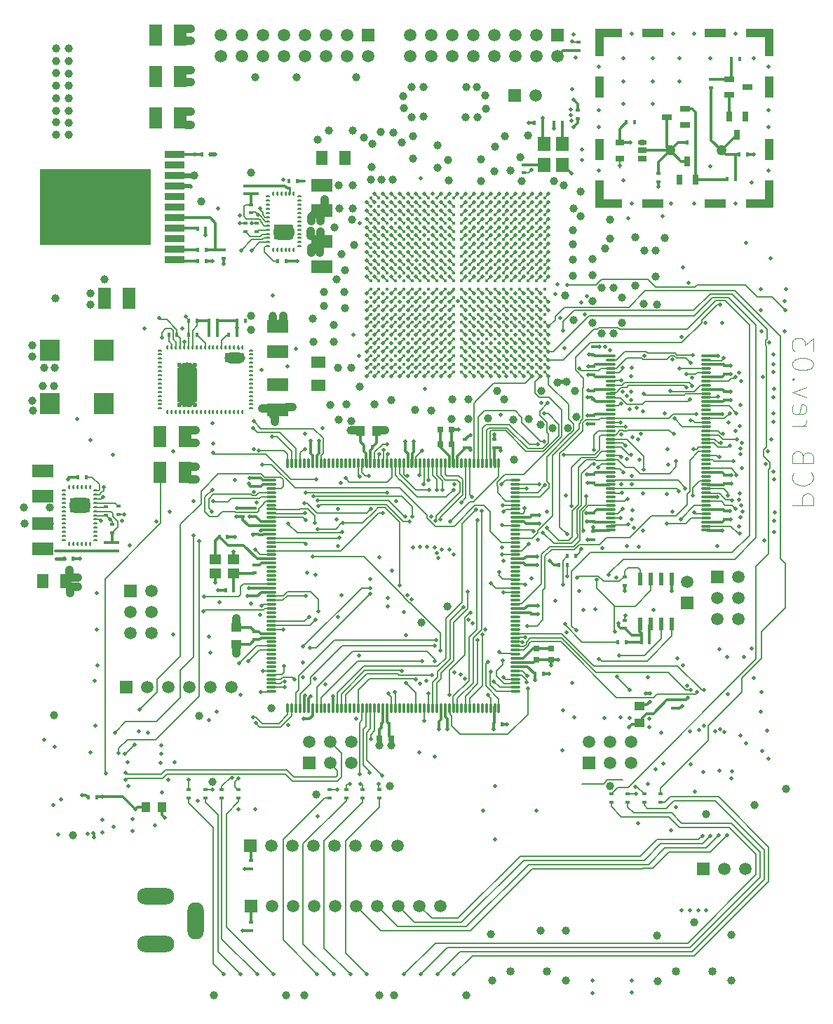
<source format=gbr>
G04 #@! TF.GenerationSoftware,KiCad,Pcbnew,5.0.0-rc2-dev-unknown-9f5316e~63~ubuntu17.10.1*
G04 #@! TF.CreationDate,2018-04-23T17:13:08+02:00*
G04 #@! TF.ProjectId,Cryptech Alpha,437279707465636820416C7068612E6B,rev?*
G04 #@! TF.SameCoordinates,Original*
G04 #@! TF.FileFunction,Copper,L8,Bot,Signal*
G04 #@! TF.FilePolarity,Positive*
%FSLAX46Y46*%
G04 Gerber Fmt 4.6, Leading zero omitted, Abs format (unit mm)*
G04 Created by KiCad (PCBNEW 5.0.0-rc2-dev-unknown-9f5316e~63~ubuntu17.10.1) date Mon Apr 23 17:13:08 2018*
%MOMM*%
%LPD*%
G01*
G04 APERTURE LIST*
%ADD10C,0.100000*%
%ADD11C,1.500000*%
%ADD12R,1.500000X1.500000*%
%ADD13R,1.600000X2.600000*%
%ADD14R,0.450000X0.600000*%
%ADD15R,2.400000X2.600000*%
%ADD16R,0.800000X0.800000*%
%ADD17R,1.200000X1.000000*%
%ADD18R,1.000000X1.200000*%
%ADD19R,0.600000X0.450000*%
%ADD20R,2.600000X1.600000*%
%ADD21C,1.016000*%
%ADD22R,1.200000X0.800000*%
%ADD23R,1.400000X1.800000*%
%ADD24R,1.800000X1.400000*%
%ADD25O,2.000000X4.500000*%
%ADD26O,4.500000X2.000000*%
%ADD27R,1.397000X1.193800*%
%ADD28R,1.498600X1.701800*%
%ADD29R,1.016000X3.302000*%
%ADD30R,3.302000X1.016000*%
%ADD31R,2.616200X1.016000*%
%ADD32R,1.016000X2.616200*%
%ADD33R,0.800000X1.200000*%
%ADD34C,1.270000*%
%ADD35R,2.413000X0.863600*%
%ADD36R,13.385800X9.144000*%
%ADD37R,1.100000X0.650000*%
%ADD38O,1.100000X0.650000*%
%ADD39O,0.300000X1.200000*%
%ADD40O,1.200000X0.300000*%
%ADD41R,0.600000X1.550000*%
%ADD42C,0.450000*%
%ADD43O,2.600000X1.940000*%
%ADD44O,0.609600X0.254000*%
%ADD45O,0.254000X0.609600*%
%ADD46O,2.350000X5.350000*%
%ADD47O,2.500000X1.300000*%
%ADD48C,1.000000*%
%ADD49C,0.500000*%
%ADD50C,0.600000*%
%ADD51C,0.150000*%
%ADD52C,0.300000*%
%ADD53C,0.254000*%
%ADD54C,1.000000*%
%ADD55C,0.600000*%
%ADD56C,0.500000*%
%ADD57C,0.200000*%
%ADD58C,0.164000*%
%ADD59C,0.250000*%
%ADD60C,0.400000*%
G04 APERTURE END LIST*
D10*
X96850952Y42298761D02*
X99390952Y42298761D01*
X99390952Y43266380D01*
X99270000Y43508285D01*
X99149047Y43629238D01*
X98907142Y43750190D01*
X98544285Y43750190D01*
X98302380Y43629238D01*
X98181428Y43508285D01*
X98060476Y43266380D01*
X98060476Y42298761D01*
X97092857Y46290190D02*
X96971904Y46169238D01*
X96850952Y45806380D01*
X96850952Y45564476D01*
X96971904Y45201619D01*
X97213809Y44959714D01*
X97455714Y44838761D01*
X97939523Y44717809D01*
X98302380Y44717809D01*
X98786190Y44838761D01*
X99028095Y44959714D01*
X99270000Y45201619D01*
X99390952Y45564476D01*
X99390952Y45806380D01*
X99270000Y46169238D01*
X99149047Y46290190D01*
X98181428Y48225428D02*
X98060476Y48588285D01*
X97939523Y48709238D01*
X97697619Y48830190D01*
X97334761Y48830190D01*
X97092857Y48709238D01*
X96971904Y48588285D01*
X96850952Y48346380D01*
X96850952Y47378761D01*
X99390952Y47378761D01*
X99390952Y48225428D01*
X99270000Y48467333D01*
X99149047Y48588285D01*
X98907142Y48709238D01*
X98665238Y48709238D01*
X98423333Y48588285D01*
X98302380Y48467333D01*
X98181428Y48225428D01*
X98181428Y47378761D01*
X96850952Y51854000D02*
X98544285Y51854000D01*
X98060476Y51854000D02*
X98302380Y51974952D01*
X98423333Y52095904D01*
X98544285Y52337809D01*
X98544285Y52579714D01*
X96971904Y54394000D02*
X96850952Y54152095D01*
X96850952Y53668285D01*
X96971904Y53426380D01*
X97213809Y53305428D01*
X98181428Y53305428D01*
X98423333Y53426380D01*
X98544285Y53668285D01*
X98544285Y54152095D01*
X98423333Y54394000D01*
X98181428Y54514952D01*
X97939523Y54514952D01*
X97697619Y53305428D01*
X98544285Y55361619D02*
X96850952Y55966380D01*
X98544285Y56571142D01*
X97092857Y57538761D02*
X96971904Y57659714D01*
X96850952Y57538761D01*
X96971904Y57417809D01*
X97092857Y57538761D01*
X96850952Y57538761D01*
X99390952Y59232095D02*
X99390952Y59474000D01*
X99270000Y59715904D01*
X99149047Y59836857D01*
X98907142Y59957809D01*
X98423333Y60078761D01*
X97818571Y60078761D01*
X97334761Y59957809D01*
X97092857Y59836857D01*
X96971904Y59715904D01*
X96850952Y59474000D01*
X96850952Y59232095D01*
X96971904Y58990190D01*
X97092857Y58869238D01*
X97334761Y58748285D01*
X97818571Y58627333D01*
X98423333Y58627333D01*
X98907142Y58748285D01*
X99149047Y58869238D01*
X99270000Y58990190D01*
X99390952Y59232095D01*
X99390952Y60925428D02*
X99390952Y62497809D01*
X98423333Y61651142D01*
X98423333Y62014000D01*
X98302380Y62255904D01*
X98181428Y62376857D01*
X97939523Y62497809D01*
X97334761Y62497809D01*
X97092857Y62376857D01*
X96971904Y62255904D01*
X96850952Y62014000D01*
X96850952Y61288285D01*
X96971904Y61046380D01*
X97092857Y60925428D01*
D11*
X36580000Y-6000000D03*
X54360000Y-6000000D03*
X51820000Y-6000000D03*
X49280000Y-6000000D03*
X46740000Y-6000000D03*
X44200000Y-6000000D03*
X41660000Y-6000000D03*
X39120000Y-6000000D03*
X34040000Y-6000000D03*
D12*
X31500000Y-6000000D03*
X84160740Y30530000D03*
D11*
X84160740Y33070000D03*
D13*
X22963000Y99085400D03*
X19963000Y99085400D03*
X19963000Y94068900D03*
X22963000Y94068900D03*
X22963000Y89052400D03*
X19963000Y89052400D03*
D14*
X25600000Y84700000D03*
X26600000Y84700000D03*
X26050000Y75725000D03*
X25050000Y75725000D03*
X25077800Y71831200D03*
X26077800Y71831200D03*
D13*
X16790800Y67335400D03*
X13790800Y67335400D03*
D15*
X13714800Y54584600D03*
X7214800Y54584600D03*
X7214800Y61061600D03*
X13714800Y61061600D03*
D14*
X89492200Y96215200D03*
X90492200Y96215200D03*
X89984200Y81686400D03*
X88984200Y81686400D03*
X76843000Y88544400D03*
X77843000Y88544400D03*
X28425000Y32050000D03*
X29425000Y32050000D03*
X27675000Y38550000D03*
X28675000Y38550000D03*
D16*
X48426600Y14249400D03*
X47026600Y14249400D03*
X55767200Y51511200D03*
X54367200Y51511200D03*
X54367200Y49682400D03*
X55767200Y49682400D03*
X65963800Y23684000D03*
X65963800Y25084000D03*
X67792600Y25084000D03*
X67792600Y23684000D03*
D17*
X29718000Y25568400D03*
X29718000Y27568400D03*
D18*
X46694600Y51333400D03*
X44694600Y51333400D03*
D14*
X51147600Y49352200D03*
X50147600Y49352200D03*
D19*
X65430400Y35161600D03*
X65430400Y36161600D03*
X57353200Y49284000D03*
X57353200Y50284000D03*
D14*
X61841000Y15951200D03*
X60841000Y15951200D03*
D19*
X31927800Y27119200D03*
X31927800Y26119200D03*
X30530800Y41978200D03*
X30530800Y40978200D03*
X60934600Y49284000D03*
X60934600Y50284000D03*
X65430400Y29243400D03*
X65430400Y30243400D03*
D14*
X47226600Y15951200D03*
X48226600Y15951200D03*
X55186200Y15951200D03*
X54186200Y15951200D03*
D19*
X31927800Y45635800D03*
X31927800Y44635800D03*
X31927800Y41978200D03*
X31927800Y40978200D03*
D14*
X65794000Y21971000D03*
X66794000Y21971000D03*
X39717600Y49352200D03*
X38717600Y49352200D03*
X46143800Y49352200D03*
X45143800Y49352200D03*
D19*
X65430400Y41114600D03*
X65430400Y40114600D03*
X31927800Y32377000D03*
X31927800Y31377000D03*
X72822200Y40392400D03*
X72822200Y41392400D03*
X72847200Y38182600D03*
X72847200Y39182600D03*
X72847200Y60456800D03*
X72847200Y61456800D03*
X88722200Y59166000D03*
X88722200Y58166000D03*
X72847200Y53128800D03*
X72847200Y52128800D03*
X88722200Y40648000D03*
X88722200Y41648000D03*
X72847200Y59097800D03*
X72847200Y58097800D03*
X88722200Y56045800D03*
X88722200Y55045800D03*
X72847200Y46042200D03*
X72847200Y45042200D03*
X88722200Y45987400D03*
X88722200Y44987400D03*
X72847200Y56151400D03*
X72847200Y55151400D03*
D18*
X20775860Y5961430D03*
X18775860Y5961430D03*
D14*
X12872020Y7066020D03*
X11872020Y7066020D03*
D17*
X78403810Y18070950D03*
X78403810Y16070950D03*
D19*
X82508380Y17834860D03*
X82508380Y18834860D03*
X31500000Y-8000000D03*
X31500000Y-9000000D03*
X76682600Y27474800D03*
X76682600Y28474800D03*
X31484200Y-1500000D03*
X31484200Y-500000D03*
D14*
X66700400Y88442800D03*
X65700400Y88442800D03*
D20*
X40055800Y74118600D03*
X40055800Y71118600D03*
X6400800Y46432600D03*
X6400800Y43432600D03*
D19*
X32181800Y75344400D03*
X32181800Y76344400D03*
X13950000Y41125000D03*
X13950000Y42125000D03*
X32181800Y80891000D03*
X32181800Y79891000D03*
X13975000Y37850000D03*
X13975000Y36850000D03*
D20*
X40055800Y77900400D03*
X40055800Y80900400D03*
X6400800Y37082600D03*
X6400800Y40082600D03*
D19*
X71075000Y97200000D03*
X71075000Y98200000D03*
D13*
X20547200Y50647600D03*
X23547200Y50647600D03*
X23547200Y46278800D03*
X20547200Y46278800D03*
D14*
X24985600Y62890400D03*
X23985600Y62890400D03*
X26424000Y62890400D03*
X27424000Y62890400D03*
D20*
X34696400Y56846600D03*
X34696400Y53846600D03*
X34747200Y63907800D03*
X34747200Y60907800D03*
D21*
X67209800Y-13884000D03*
X62800000Y-13884000D03*
X82800000Y-13884000D03*
X87209800Y-13884000D03*
D22*
X81754800Y89179400D03*
X83954800Y88229400D03*
X83954800Y90129400D03*
D23*
X42852800Y84277200D03*
X40052800Y84277200D03*
X6397800Y33147000D03*
X9197800Y33147000D03*
D24*
X39624000Y59616800D03*
X39624000Y56816800D03*
D11*
X29133790Y20421600D03*
X26593790Y20421600D03*
X24053790Y20421600D03*
X21513790Y20421600D03*
X18973790Y20421600D03*
D12*
X16433790Y20421600D03*
X38506390Y11252200D03*
D11*
X38506390Y13792200D03*
X41046390Y11252200D03*
X41046390Y13792200D03*
X43586390Y11252200D03*
X43586390Y13792200D03*
X77444590Y13792200D03*
X77444590Y11252200D03*
X74904590Y13792200D03*
X74904590Y11252200D03*
X72364590Y13792200D03*
D12*
X72364590Y11252200D03*
D25*
X24800000Y-7800000D03*
D26*
X20000000Y-10600000D03*
X20000000Y-4800000D03*
D11*
X65916800Y91744800D03*
D12*
X63376800Y91744800D03*
X87847000Y33705800D03*
D11*
X90387000Y33705800D03*
X87847000Y31165800D03*
X90387000Y31165800D03*
X87847000Y28625800D03*
X90387000Y28625800D03*
X91219330Y-1500000D03*
X88679330Y-1500000D03*
D12*
X86139330Y-1500000D03*
X16980000Y32015000D03*
D11*
X19520000Y32015000D03*
X16980000Y29475000D03*
X19520000Y29475000D03*
X16980000Y26935000D03*
X19520000Y26935000D03*
D22*
X89273200Y91836200D03*
X89273200Y93736200D03*
X91473200Y92786200D03*
D27*
X29417600Y35838600D03*
X27207800Y35838600D03*
X27207800Y34136800D03*
X29417600Y34136800D03*
D28*
X66878200Y85961400D03*
X66878200Y83413600D03*
X69100600Y85961400D03*
X69100600Y83413600D03*
D19*
X64490600Y82431000D03*
X64490600Y83431000D03*
X71000000Y90000000D03*
X71000000Y89000000D03*
D14*
X26077800Y73177400D03*
X25077800Y73177400D03*
D19*
X28194000Y73118600D03*
X28194000Y72118600D03*
X87096600Y92743400D03*
X87096600Y93743400D03*
D14*
X90482800Y84632800D03*
X91482800Y84632800D03*
X85158200Y86106000D03*
X84158200Y86106000D03*
D19*
X80695800Y81389600D03*
X80695800Y82389600D03*
X31927800Y35171000D03*
X31927800Y34171000D03*
X45000000Y7000000D03*
X45000000Y8000000D03*
X28000000Y8000000D03*
X28000000Y7000000D03*
D14*
X79646400Y25841200D03*
X78646400Y25841200D03*
D19*
X76675000Y33700000D03*
X76675000Y32700000D03*
D14*
X68080000Y88442800D03*
X69080000Y88442800D03*
X34729800Y71805800D03*
X35729800Y71805800D03*
D19*
X30810200Y75344400D03*
X30810200Y76344400D03*
D14*
X11591800Y45720000D03*
X10591800Y45720000D03*
D19*
X15519400Y42232200D03*
X15519400Y41232200D03*
X30810200Y79891000D03*
X30810200Y80891000D03*
X31546800Y78605000D03*
X31546800Y77605000D03*
X15367000Y37838000D03*
X15367000Y36838000D03*
X14732000Y39047800D03*
X14732000Y40047800D03*
D14*
X36100000Y81475000D03*
X37100000Y81475000D03*
X9025000Y35864800D03*
X10025000Y35864800D03*
D19*
X81000000Y6500000D03*
X81000000Y7500000D03*
D14*
X21572600Y62890400D03*
X22572600Y62890400D03*
X29811600Y62890400D03*
X28811600Y62890400D03*
X26424000Y64566800D03*
X27424000Y64566800D03*
X24985600Y64566800D03*
X23985600Y64566800D03*
X30802200Y64566800D03*
X29802200Y64566800D03*
X76827000Y25841200D03*
X75827000Y25841200D03*
X69675000Y35150000D03*
X68675000Y35150000D03*
X70705600Y36229800D03*
X69705600Y36229800D03*
D19*
X47000000Y8000000D03*
X47000000Y7000000D03*
X41000000Y7000000D03*
X41000000Y8000000D03*
X43000000Y8000000D03*
X43000000Y7000000D03*
X30000000Y7000000D03*
X30000000Y8000000D03*
X24000000Y8000000D03*
X24000000Y7000000D03*
X26000000Y7000000D03*
X26000000Y8000000D03*
X79000000Y7500000D03*
X79000000Y6500000D03*
X77000000Y6500000D03*
X77000000Y7500000D03*
X75000000Y7500000D03*
X75000000Y6500000D03*
D29*
X94081600Y98134000D03*
X73570000Y98134000D03*
X73570000Y79915400D03*
X94081600Y79915400D03*
D30*
X92938600Y99277000D03*
X74720000Y99277000D03*
X74720000Y78765400D03*
X92938600Y78765400D03*
D31*
X87579200Y99277000D03*
X87579200Y78765400D03*
X80070000Y78765400D03*
X80070000Y99277000D03*
D32*
X94081600Y92774600D03*
X94081600Y85265400D03*
X73570000Y85265400D03*
X73570000Y92774600D03*
D11*
X49190000Y1300000D03*
D12*
X31410000Y1300000D03*
D11*
X33950000Y1300000D03*
X36490000Y1300000D03*
X39030000Y1300000D03*
X41570000Y1300000D03*
X44110000Y1300000D03*
X46650000Y1300000D03*
X50692990Y96494600D03*
X50692990Y99034600D03*
X53232990Y96494600D03*
X53232990Y99034600D03*
X55772990Y96494600D03*
X55772990Y99034600D03*
X58312990Y96494600D03*
X58312990Y99034600D03*
X60852990Y96494600D03*
X60852990Y99034600D03*
X63392990Y96494600D03*
X63392990Y99034600D03*
X65932990Y96494600D03*
X65932990Y99034600D03*
X68472990Y96494600D03*
D12*
X68472990Y99034600D03*
X45689190Y99034600D03*
D11*
X45689190Y96494600D03*
X43149190Y99034600D03*
X43149190Y96494600D03*
X40609190Y99034600D03*
X40609190Y96494600D03*
X38069190Y99034600D03*
X38069190Y96494600D03*
X35529190Y99034600D03*
X35529190Y96494600D03*
X32989190Y99034600D03*
X32989190Y96494600D03*
X30449190Y99034600D03*
X30449190Y96494600D03*
X27909190Y99034600D03*
X27909190Y96494600D03*
D33*
X90220800Y87063400D03*
X91170800Y89263400D03*
X89270800Y89263400D03*
X85151000Y81653200D03*
X83251000Y81653200D03*
X84201000Y83853200D03*
D34*
X88315800Y85140800D03*
X82143600Y85140800D03*
D35*
X22275800Y84632800D03*
X22275800Y83362800D03*
X22275800Y82092800D03*
X22275800Y80822800D03*
X22275800Y79552800D03*
X22275800Y78282800D03*
X22275800Y77012800D03*
D36*
X12750800Y78282800D03*
D35*
X22275800Y75742800D03*
X22275800Y74472800D03*
X22275800Y73202800D03*
X22275800Y71932800D03*
D37*
X76018400Y86090800D03*
X76018400Y84190800D03*
X78718400Y84190800D03*
X78718400Y85140800D03*
D38*
X78718400Y86090800D03*
D39*
X35941800Y17863600D03*
X36441800Y17863600D03*
X36941800Y17863600D03*
X37441800Y17863600D03*
X37941800Y17863600D03*
X38441800Y17863600D03*
X38941800Y17863600D03*
X39441800Y17863600D03*
X39941800Y17863600D03*
X40441800Y17863600D03*
X40941800Y17863600D03*
X41441800Y17863600D03*
X41941800Y17863600D03*
X42441800Y17863600D03*
X42941800Y17863600D03*
X43441800Y17863600D03*
X43941800Y17863600D03*
X44441800Y17863600D03*
X44941800Y17863600D03*
X45441800Y17863600D03*
X45941800Y17863600D03*
X46441800Y17863600D03*
X46941800Y17863600D03*
X47441800Y17863600D03*
X47941800Y17863600D03*
X48441800Y17863600D03*
X48941800Y17863600D03*
X49441800Y17863600D03*
X49941800Y17863600D03*
X50441800Y17863600D03*
X50941800Y17863600D03*
X51441800Y17863600D03*
X51941800Y17863600D03*
X52441800Y17863600D03*
X52941800Y17863600D03*
X53441800Y17863600D03*
X53941800Y17863600D03*
X54441800Y17863600D03*
X54941800Y17863600D03*
X55441800Y17863600D03*
X55941800Y17863600D03*
X56441800Y17863600D03*
X56941800Y17863600D03*
X57441800Y17863600D03*
X57941800Y17863600D03*
X58441800Y17863600D03*
X58941800Y17863600D03*
X59441800Y17863600D03*
X59941800Y17863600D03*
X60441800Y17863600D03*
X60941800Y17863600D03*
X61441800Y17863600D03*
D40*
X63441800Y19863600D03*
X63441800Y20363600D03*
X63441800Y20863600D03*
X63441800Y21363600D03*
X63441800Y21863600D03*
X63441800Y22363600D03*
X63441800Y22863600D03*
X63441800Y23363600D03*
X63441800Y23863600D03*
X63441800Y24363600D03*
X63441800Y24863600D03*
X63441800Y25363600D03*
X63441800Y25863600D03*
X63441800Y26363600D03*
X63441800Y26863600D03*
X63441800Y27363600D03*
X63441800Y27863600D03*
X63441800Y28363600D03*
X63441800Y28863600D03*
X63441800Y29363600D03*
X63441800Y29863600D03*
X63441800Y30363600D03*
X63441800Y30863600D03*
X63441800Y31363600D03*
X63441800Y31863600D03*
X63441800Y32363600D03*
X63441800Y32863600D03*
X63441800Y33363600D03*
X63441800Y33863600D03*
X63441800Y34363600D03*
X63441800Y34863600D03*
X63441800Y35363600D03*
X63441800Y35863600D03*
X63441800Y36363600D03*
X63441800Y36863600D03*
X63441800Y37363600D03*
X63441800Y37863600D03*
X63441800Y38363600D03*
X63441800Y38863600D03*
X63441800Y39363600D03*
X63441800Y39863600D03*
X63441800Y40363600D03*
X63441800Y40863600D03*
X63441800Y41363600D03*
X63441800Y41863600D03*
X63441800Y42363600D03*
X63441800Y42863600D03*
X63441800Y43363600D03*
X63441800Y43863600D03*
X63441800Y44363600D03*
X63441800Y44863600D03*
X63441800Y45363600D03*
D39*
X61441800Y47363600D03*
X60941800Y47363600D03*
X60441800Y47363600D03*
X59941800Y47363600D03*
X59441800Y47363600D03*
X58941800Y47363600D03*
X58441800Y47363600D03*
X57941800Y47363600D03*
X57441800Y47363600D03*
X56941800Y47363600D03*
X56441800Y47363600D03*
X55941800Y47363600D03*
X55441800Y47363600D03*
X54941800Y47363600D03*
X54441800Y47363600D03*
X53941800Y47363600D03*
X53441800Y47363600D03*
X52941800Y47363600D03*
X52441800Y47363600D03*
X51941800Y47363600D03*
X51441800Y47363600D03*
X50941800Y47363600D03*
X50441800Y47363600D03*
X49941800Y47363600D03*
X49441800Y47363600D03*
X48941800Y47363600D03*
X48441800Y47363600D03*
X47941800Y47363600D03*
X47441800Y47363600D03*
X46941800Y47363600D03*
X46441800Y47363600D03*
X45941800Y47363600D03*
X45441800Y47363600D03*
X44941800Y47363600D03*
X44441800Y47363600D03*
X43941800Y47363600D03*
X43441800Y47363600D03*
X42941800Y47363600D03*
X42441800Y47363600D03*
X41941800Y47363600D03*
X41441800Y47363600D03*
X40941800Y47363600D03*
X40441800Y47363600D03*
X39941800Y47363600D03*
X39441800Y47363600D03*
X38941800Y47363600D03*
X38441800Y47363600D03*
X37941800Y47363600D03*
X37441800Y47363600D03*
X36941800Y47363600D03*
X36441800Y47363600D03*
X35941800Y47363600D03*
D40*
X33941800Y45363600D03*
X33941800Y44863600D03*
X33941800Y44363600D03*
X33941800Y43863600D03*
X33941800Y43363600D03*
X33941800Y42863600D03*
X33941800Y42363600D03*
X33941800Y41863600D03*
X33941800Y41363600D03*
X33941800Y40863600D03*
X33941800Y40363600D03*
X33941800Y39863600D03*
X33941800Y39363600D03*
X33941800Y38863600D03*
X33941800Y38363600D03*
X33941800Y37863600D03*
X33941800Y37363600D03*
X33941800Y36863600D03*
X33941800Y36363600D03*
X33941800Y35863600D03*
X33941800Y35363600D03*
X33941800Y34863600D03*
X33941800Y34363600D03*
X33941800Y33863600D03*
X33941800Y33363600D03*
X33941800Y32863600D03*
X33941800Y32363600D03*
X33941800Y31863600D03*
X33941800Y31363600D03*
X33941800Y30863600D03*
X33941800Y30363600D03*
X33941800Y29863600D03*
X33941800Y29363600D03*
X33941800Y28863600D03*
X33941800Y28363600D03*
X33941800Y27863600D03*
X33941800Y27363600D03*
X33941800Y26863600D03*
X33941800Y26363600D03*
X33941800Y25863600D03*
X33941800Y25363600D03*
X33941800Y24863600D03*
X33941800Y24363600D03*
X33941800Y23863600D03*
X33941800Y23363600D03*
X33941800Y22863600D03*
X33941800Y22363600D03*
X33941800Y21863600D03*
X33941800Y21363600D03*
X33941800Y20863600D03*
X33941800Y20363600D03*
X33941800Y19863600D03*
X74920400Y39326400D03*
X74920400Y39826400D03*
X74920400Y40326400D03*
X74920400Y40826400D03*
X74920400Y41326400D03*
X74920400Y41826400D03*
X74920400Y42326400D03*
X74920400Y42826400D03*
X74920400Y43326400D03*
X74920400Y43826400D03*
X74920400Y44326400D03*
X74920400Y44826400D03*
X74920400Y45326400D03*
X74920400Y45826400D03*
X74920400Y46326400D03*
X74920400Y46826400D03*
X74920400Y47326400D03*
X74920400Y47826400D03*
X74920400Y48326400D03*
X74920400Y48826400D03*
X74920400Y49326400D03*
X74920400Y49826400D03*
X74920400Y50326400D03*
X74920400Y50826400D03*
X74920400Y51326400D03*
X74920400Y51826400D03*
X74920400Y52326400D03*
X74920400Y52826400D03*
X74920400Y53326400D03*
X74920400Y53826400D03*
X74920400Y54326400D03*
X74920400Y54826400D03*
X74920400Y55326400D03*
X74920400Y55826400D03*
X74920400Y56326400D03*
X74920400Y56826400D03*
X74920400Y57326400D03*
X74920400Y57826400D03*
X74920400Y58326400D03*
X74920400Y58826400D03*
X74920400Y59326400D03*
X74920400Y59826400D03*
X74920400Y60326400D03*
X86420400Y39326400D03*
X86420400Y39826400D03*
X86420400Y40326400D03*
X86420400Y40826400D03*
X86420400Y41326400D03*
X86420400Y41826400D03*
X86420400Y42326400D03*
X86420400Y42826400D03*
X86420400Y43326400D03*
X86420400Y43826400D03*
X86420400Y44326400D03*
X86420400Y44826400D03*
X86420400Y45326400D03*
X86420400Y45826400D03*
X86420400Y46326400D03*
X86420400Y46826400D03*
X86420400Y47326400D03*
X86420400Y47826400D03*
X86420400Y48326400D03*
X86420400Y48826400D03*
X86420400Y49326400D03*
X86420400Y49826400D03*
X86420400Y50326400D03*
X86420400Y50826400D03*
X86420400Y51326400D03*
X86420400Y51826400D03*
X86420400Y52326400D03*
X86420400Y52826400D03*
X86420400Y53326400D03*
X86420400Y53826400D03*
X86420400Y54326400D03*
X86420400Y54826400D03*
X86420400Y55326400D03*
X86420400Y55826400D03*
X86420400Y56326400D03*
X86420400Y56826400D03*
X86420400Y57326400D03*
X86420400Y57826400D03*
X86420400Y58326400D03*
X86420400Y58826400D03*
X86420400Y59326400D03*
X86420400Y59826400D03*
X86420400Y60326400D03*
D41*
X78536800Y33435800D03*
X79806800Y33435800D03*
X81076800Y33435800D03*
X82346800Y33435800D03*
X82346800Y28025600D03*
X81076800Y28025600D03*
X79806800Y28025600D03*
X78536800Y28025600D03*
D42*
X45953400Y58384800D03*
X46953400Y58384800D03*
X47953400Y58384800D03*
X48953400Y58384800D03*
X49953400Y58384800D03*
X50953400Y58384800D03*
X51953400Y58384800D03*
X52953400Y58384800D03*
X53953400Y58384800D03*
X54953400Y58384800D03*
X55953400Y58384800D03*
X56953400Y58384800D03*
X57953400Y58384800D03*
X58953400Y58384800D03*
X59953400Y58384800D03*
X60953400Y58384800D03*
X61953400Y58384800D03*
X62953400Y58384800D03*
X63953400Y58384800D03*
X64953400Y58384800D03*
X65953400Y58384800D03*
X66953400Y58384800D03*
X45953400Y59384800D03*
X46953400Y59384800D03*
X47953400Y59384800D03*
X48953400Y59384800D03*
X49953400Y59384800D03*
X50953400Y59384800D03*
X51953400Y59384800D03*
X52953400Y59384800D03*
X53953400Y59384800D03*
X54953400Y59384800D03*
X55953400Y59384800D03*
X56953400Y59384800D03*
X57953400Y59384800D03*
X58953400Y59384800D03*
X59953400Y59384800D03*
X60953400Y59384800D03*
X61953400Y59384800D03*
X62953400Y59384800D03*
X63953400Y59384800D03*
X64953400Y59384800D03*
X65953400Y59384800D03*
X66953400Y59384800D03*
X45953400Y60384800D03*
X46953400Y60384800D03*
X47953400Y60384800D03*
X48953400Y60384800D03*
X49953400Y60384800D03*
X50953400Y60384800D03*
X51953400Y60384800D03*
X52953400Y60384800D03*
X53953400Y60384800D03*
X54953400Y60384800D03*
X55953400Y60384800D03*
X56953400Y60384800D03*
X57953400Y60384800D03*
X58953400Y60384800D03*
X59953400Y60384800D03*
X60953400Y60384800D03*
X61953400Y60384800D03*
X62953400Y60384800D03*
X63953400Y60384800D03*
X64953400Y60384800D03*
X65953400Y60384800D03*
X66953400Y60384800D03*
X45953400Y61384800D03*
X46953400Y61384800D03*
X47953400Y61384800D03*
X48953400Y61384800D03*
X49953400Y61384800D03*
X50953400Y61384800D03*
X51953400Y61384800D03*
X52953400Y61384800D03*
X53953400Y61384800D03*
X54953400Y61384800D03*
X55953400Y61384800D03*
X56953400Y61384800D03*
X57953400Y61384800D03*
X58953400Y61384800D03*
X59953400Y61384800D03*
X60953400Y61384800D03*
X61953400Y61384800D03*
X62953400Y61384800D03*
X63953400Y61384800D03*
X64953400Y61384800D03*
X65953400Y61384800D03*
X66953400Y61384800D03*
X45953400Y62384800D03*
X46953400Y62384800D03*
X47953400Y62384800D03*
X48953400Y62384800D03*
X49953400Y62384800D03*
X50953400Y62384800D03*
X51953400Y62384800D03*
X52953400Y62384800D03*
X53953400Y62384800D03*
X54953400Y62384800D03*
X55953400Y62384800D03*
X56953400Y62384800D03*
X57953400Y62384800D03*
X58953400Y62384800D03*
X59953400Y62384800D03*
X60953400Y62384800D03*
X61953400Y62384800D03*
X62953400Y62384800D03*
X63953400Y62384800D03*
X64953400Y62384800D03*
X65953400Y62384800D03*
X66953400Y62384800D03*
X45953400Y63384800D03*
X46953400Y63384800D03*
X47953400Y63384800D03*
X48953400Y63384800D03*
X49953400Y63384800D03*
X50953400Y63384800D03*
X51953400Y63384800D03*
X52953400Y63384800D03*
X53953400Y63384800D03*
X54953400Y63384800D03*
X55953400Y63384800D03*
X56953400Y63384800D03*
X57953400Y63384800D03*
X58953400Y63384800D03*
X59953400Y63384800D03*
X60953400Y63384800D03*
X61953400Y63384800D03*
X62953400Y63384800D03*
X63953400Y63384800D03*
X64953400Y63384800D03*
X65953400Y63384800D03*
X66953400Y63384800D03*
X45953400Y64384800D03*
X46953400Y64384800D03*
X47953400Y64384800D03*
X48953400Y64384800D03*
X49953400Y64384800D03*
X50953400Y64384800D03*
X51953400Y64384800D03*
X52953400Y64384800D03*
X53953400Y64384800D03*
X54953400Y64384800D03*
X55953400Y64384800D03*
X56953400Y64384800D03*
X57953400Y64384800D03*
X58953400Y64384800D03*
X59953400Y64384800D03*
X60953400Y64384800D03*
X61953400Y64384800D03*
X62953400Y64384800D03*
X63953400Y64384800D03*
X64953400Y64384800D03*
X65953400Y64384800D03*
X66953400Y64384800D03*
X45953400Y65384800D03*
X46953400Y65384800D03*
X47953400Y65384800D03*
X48953400Y65384800D03*
X49953400Y65384800D03*
X50953400Y65384800D03*
X51953400Y65384800D03*
X52953400Y65384800D03*
X53953400Y65384800D03*
X54953400Y65384800D03*
X55953400Y65384800D03*
X56953400Y65384800D03*
X57953400Y65384800D03*
X58953400Y65384800D03*
X59953400Y65384800D03*
X60953400Y65384800D03*
X61953400Y65384800D03*
X62953400Y65384800D03*
X63953400Y65384800D03*
X64953400Y65384800D03*
X65953400Y65384800D03*
X66953400Y65384800D03*
X45953400Y66384800D03*
X46953400Y66384800D03*
X47953400Y66384800D03*
X48953400Y66384800D03*
X49953400Y66384800D03*
X50953400Y66384800D03*
X51953400Y66384800D03*
X52953400Y66384800D03*
X53953400Y66384800D03*
X54953400Y66384800D03*
X55953400Y66384800D03*
X56953400Y66384800D03*
X57953400Y66384800D03*
X58953400Y66384800D03*
X59953400Y66384800D03*
X60953400Y66384800D03*
X61953400Y66384800D03*
X62953400Y66384800D03*
X63953400Y66384800D03*
X64953400Y66384800D03*
X65953400Y66384800D03*
X66953400Y66384800D03*
X45953400Y67384800D03*
X46953400Y67384800D03*
X47953400Y67384800D03*
X48953400Y67384800D03*
X49953400Y67384800D03*
X50953400Y67384800D03*
X51953400Y67384800D03*
X52953400Y67384800D03*
X53953400Y67384800D03*
X54953400Y67384800D03*
X55953400Y67384800D03*
X56953400Y67384800D03*
X57953400Y67384800D03*
X58953400Y67384800D03*
X59953400Y67384800D03*
X60953400Y67384800D03*
X61953400Y67384800D03*
X62953400Y67384800D03*
X63953400Y67384800D03*
X64953400Y67384800D03*
X65953400Y67384800D03*
X66953400Y67384800D03*
X45953400Y68384800D03*
X46953400Y68384800D03*
X47953400Y68384800D03*
X48953400Y68384800D03*
X49953400Y68384800D03*
X50953400Y68384800D03*
X51953400Y68384800D03*
X52953400Y68384800D03*
X53953400Y68384800D03*
X54953400Y68384800D03*
X55953400Y68384800D03*
X56953400Y68384800D03*
X57953400Y68384800D03*
X58953400Y68384800D03*
X59953400Y68384800D03*
X60953400Y68384800D03*
X61953400Y68384800D03*
X62953400Y68384800D03*
X63953400Y68384800D03*
X64953400Y68384800D03*
X65953400Y68384800D03*
X66953400Y68384800D03*
X45953400Y69384800D03*
X46953400Y69384800D03*
X47953400Y69384800D03*
X48953400Y69384800D03*
X49953400Y69384800D03*
X50953400Y69384800D03*
X51953400Y69384800D03*
X52953400Y69384800D03*
X53953400Y69384800D03*
X54953400Y69384800D03*
X55953400Y69384800D03*
X56953400Y69384800D03*
X57953400Y69384800D03*
X58953400Y69384800D03*
X59953400Y69384800D03*
X60953400Y69384800D03*
X61953400Y69384800D03*
X62953400Y69384800D03*
X63953400Y69384800D03*
X64953400Y69384800D03*
X65953400Y69384800D03*
X66953400Y69384800D03*
X45953400Y70384800D03*
X46953400Y70384800D03*
X47953400Y70384800D03*
X48953400Y70384800D03*
X49953400Y70384800D03*
X50953400Y70384800D03*
X51953400Y70384800D03*
X52953400Y70384800D03*
X53953400Y70384800D03*
X54953400Y70384800D03*
X55953400Y70384800D03*
X56953400Y70384800D03*
X57953400Y70384800D03*
X58953400Y70384800D03*
X59953400Y70384800D03*
X60953400Y70384800D03*
X61953400Y70384800D03*
X62953400Y70384800D03*
X63953400Y70384800D03*
X64953400Y70384800D03*
X65953400Y70384800D03*
X66953400Y70384800D03*
X45953400Y71384800D03*
X46953400Y71384800D03*
X47953400Y71384800D03*
X48953400Y71384800D03*
X49953400Y71384800D03*
X50953400Y71384800D03*
X51953400Y71384800D03*
X52953400Y71384800D03*
X53953400Y71384800D03*
X54953400Y71384800D03*
X55953400Y71384800D03*
X56953400Y71384800D03*
X57953400Y71384800D03*
X58953400Y71384800D03*
X59953400Y71384800D03*
X60953400Y71384800D03*
X61953400Y71384800D03*
X62953400Y71384800D03*
X63953400Y71384800D03*
X64953400Y71384800D03*
X65953400Y71384800D03*
X66953400Y71384800D03*
X45953400Y72384800D03*
X46953400Y72384800D03*
X47953400Y72384800D03*
X48953400Y72384800D03*
X49953400Y72384800D03*
X50953400Y72384800D03*
X51953400Y72384800D03*
X52953400Y72384800D03*
X53953400Y72384800D03*
X54953400Y72384800D03*
X55953400Y72384800D03*
X56953400Y72384800D03*
X57953400Y72384800D03*
X58953400Y72384800D03*
X59953400Y72384800D03*
X60953400Y72384800D03*
X61953400Y72384800D03*
X62953400Y72384800D03*
X63953400Y72384800D03*
X64953400Y72384800D03*
X65953400Y72384800D03*
X66953400Y72384800D03*
X45953400Y73384800D03*
X46953400Y73384800D03*
X47953400Y73384800D03*
X48953400Y73384800D03*
X49953400Y73384800D03*
X50953400Y73384800D03*
X51953400Y73384800D03*
X52953400Y73384800D03*
X53953400Y73384800D03*
X54953400Y73384800D03*
X55953400Y73384800D03*
X56953400Y73384800D03*
X57953400Y73384800D03*
X58953400Y73384800D03*
X59953400Y73384800D03*
X60953400Y73384800D03*
X61953400Y73384800D03*
X62953400Y73384800D03*
X63953400Y73384800D03*
X64953400Y73384800D03*
X65953400Y73384800D03*
X66953400Y73384800D03*
X45953400Y74384800D03*
X46953400Y74384800D03*
X47953400Y74384800D03*
X48953400Y74384800D03*
X49953400Y74384800D03*
X50953400Y74384800D03*
X51953400Y74384800D03*
X52953400Y74384800D03*
X53953400Y74384800D03*
X54953400Y74384800D03*
X55953400Y74384800D03*
X56953400Y74384800D03*
X57953400Y74384800D03*
X58953400Y74384800D03*
X59953400Y74384800D03*
X60953400Y74384800D03*
X61953400Y74384800D03*
X62953400Y74384800D03*
X63953400Y74384800D03*
X64953400Y74384800D03*
X65953400Y74384800D03*
X66953400Y74384800D03*
X45953400Y75384800D03*
X46953400Y75384800D03*
X47953400Y75384800D03*
X48953400Y75384800D03*
X49953400Y75384800D03*
X50953400Y75384800D03*
X51953400Y75384800D03*
X52953400Y75384800D03*
X53953400Y75384800D03*
X54953400Y75384800D03*
X55953400Y75384800D03*
X56953400Y75384800D03*
X57953400Y75384800D03*
X58953400Y75384800D03*
X59953400Y75384800D03*
X60953400Y75384800D03*
X61953400Y75384800D03*
X62953400Y75384800D03*
X63953400Y75384800D03*
X64953400Y75384800D03*
X65953400Y75384800D03*
X66953400Y75384800D03*
X45953400Y76384800D03*
X46953400Y76384800D03*
X47953400Y76384800D03*
X48953400Y76384800D03*
X49953400Y76384800D03*
X50953400Y76384800D03*
X51953400Y76384800D03*
X52953400Y76384800D03*
X53953400Y76384800D03*
X54953400Y76384800D03*
X55953400Y76384800D03*
X56953400Y76384800D03*
X57953400Y76384800D03*
X58953400Y76384800D03*
X59953400Y76384800D03*
X60953400Y76384800D03*
X61953400Y76384800D03*
X62953400Y76384800D03*
X63953400Y76384800D03*
X64953400Y76384800D03*
X65953400Y76384800D03*
X66953400Y76384800D03*
X45953400Y77384800D03*
X46953400Y77384800D03*
X47953400Y77384800D03*
X48953400Y77384800D03*
X49953400Y77384800D03*
X50953400Y77384800D03*
X51953400Y77384800D03*
X52953400Y77384800D03*
X53953400Y77384800D03*
X54953400Y77384800D03*
X55953400Y77384800D03*
X56953400Y77384800D03*
X57953400Y77384800D03*
X58953400Y77384800D03*
X59953400Y77384800D03*
X60953400Y77384800D03*
X61953400Y77384800D03*
X62953400Y77384800D03*
X63953400Y77384800D03*
X64953400Y77384800D03*
X65953400Y77384800D03*
X66953400Y77384800D03*
X45953400Y78384800D03*
X46953400Y78384800D03*
X47953400Y78384800D03*
X48953400Y78384800D03*
X49953400Y78384800D03*
X50953400Y78384800D03*
X51953400Y78384800D03*
X52953400Y78384800D03*
X53953400Y78384800D03*
X54953400Y78384800D03*
X55953400Y78384800D03*
X56953400Y78384800D03*
X57953400Y78384800D03*
X58953400Y78384800D03*
X59953400Y78384800D03*
X60953400Y78384800D03*
X61953400Y78384800D03*
X62953400Y78384800D03*
X63953400Y78384800D03*
X64953400Y78384800D03*
X65953400Y78384800D03*
X66953400Y78384800D03*
X45953400Y79384800D03*
X46953400Y79384800D03*
X47953400Y79384800D03*
X48953400Y79384800D03*
X49953400Y79384800D03*
X50953400Y79384800D03*
X51953400Y79384800D03*
X52953400Y79384800D03*
X53953400Y79384800D03*
X54953400Y79384800D03*
X55953400Y79384800D03*
X56953400Y79384800D03*
X57953400Y79384800D03*
X58953400Y79384800D03*
X59953400Y79384800D03*
X60953400Y79384800D03*
X61953400Y79384800D03*
X62953400Y79384800D03*
X63953400Y79384800D03*
X64953400Y79384800D03*
X65953400Y79384800D03*
X66953400Y79384800D03*
D43*
X35458400Y75295600D03*
D44*
X33553400Y79555600D03*
X33553400Y79055600D03*
X33553400Y78555600D03*
X33553400Y78055600D03*
X33553400Y77555600D03*
X33553400Y77055600D03*
X33553400Y76555600D03*
X33553400Y76047600D03*
X33553400Y75539600D03*
X33553400Y75031600D03*
X33553400Y74549000D03*
X33553400Y74041000D03*
X33553400Y73533000D03*
D45*
X34188400Y73152000D03*
X34696400Y73152000D03*
X35204400Y73152000D03*
X35708400Y73152000D03*
X36208400Y73152000D03*
X36708400Y73152000D03*
D44*
X37358400Y73533000D03*
X37358400Y74041000D03*
X37358400Y74549000D03*
X37358400Y75031600D03*
X37358400Y75539600D03*
X37358400Y76047600D03*
X37358400Y76555600D03*
X37358400Y77055600D03*
X37358400Y77555600D03*
X37358400Y78055600D03*
X37358400Y78555600D03*
X37358400Y79055600D03*
X37358400Y79555600D03*
D45*
X36708400Y79955600D03*
X36208400Y79955600D03*
X35708400Y79955600D03*
X35204400Y79955600D03*
X34696400Y79955600D03*
X34188400Y79955600D03*
X12115800Y37697200D03*
X11607800Y37697200D03*
X11099800Y37697200D03*
X10595800Y37697200D03*
X10095800Y37697200D03*
X9595800Y37697200D03*
D44*
X8945800Y38097200D03*
X8945800Y38597200D03*
X8945800Y39097200D03*
X8945800Y39597200D03*
X8945800Y40097200D03*
X8945800Y40597200D03*
X8945800Y41097200D03*
X8945800Y41605200D03*
X8945800Y42113200D03*
X8945800Y42621200D03*
X8945800Y43103800D03*
X8945800Y43611800D03*
X8945800Y44119800D03*
D45*
X9595800Y44500800D03*
X10095800Y44500800D03*
X10595800Y44500800D03*
X11099800Y44500800D03*
X11607800Y44500800D03*
X12115800Y44500800D03*
D44*
X12750800Y44119800D03*
X12750800Y43611800D03*
X12750800Y43103800D03*
X12750800Y42621200D03*
X12750800Y42113200D03*
X12750800Y41605200D03*
X12750800Y41097200D03*
X12750800Y40597200D03*
X12750800Y40097200D03*
X12750800Y39597200D03*
X12750800Y39097200D03*
X12750800Y38597200D03*
X12750800Y38097200D03*
D43*
X10845800Y42357200D03*
D44*
X31484200Y60985400D03*
X31484200Y60502800D03*
X31484200Y59994800D03*
X31484200Y59486800D03*
X31484200Y59004200D03*
X31484200Y58496200D03*
X31484200Y57988200D03*
X31484200Y57480200D03*
X31484200Y56980200D03*
X31484200Y56480200D03*
X31484200Y55980200D03*
X31484200Y55480200D03*
X31484200Y54980200D03*
X31484200Y54480200D03*
X31484200Y53980200D03*
D45*
X30484200Y53580200D03*
X29984200Y53580200D03*
X29484200Y53580200D03*
X28984200Y53580200D03*
X28484200Y53580200D03*
X27984200Y53580200D03*
X27484200Y53580200D03*
X26984200Y53580200D03*
X26484200Y53580200D03*
X25984200Y53580200D03*
X25476200Y53580200D03*
X24968200Y53580200D03*
X24460200Y53580200D03*
X23977600Y53580200D03*
X23469600Y53580200D03*
X22961600Y53580200D03*
X22479000Y53580200D03*
X21971000Y53580200D03*
X21463000Y53580200D03*
D44*
X20472400Y53980200D03*
X20472400Y54480200D03*
X20472400Y54980200D03*
X20472400Y55480200D03*
X20472400Y55980200D03*
X20472400Y56480200D03*
X20472400Y56980200D03*
X20472400Y57480200D03*
X20472400Y57988200D03*
X20472400Y58496200D03*
X20472400Y59004200D03*
X20472400Y59486800D03*
X20472400Y59994800D03*
X20472400Y60502800D03*
X20472400Y60985400D03*
D45*
X21463000Y61391800D03*
X21971000Y61391800D03*
X22479000Y61391800D03*
X22961600Y61391800D03*
X23469600Y61391800D03*
X23977600Y61391800D03*
X24460200Y61391800D03*
X24968200Y61391800D03*
X25476200Y61391800D03*
X25984200Y61391800D03*
X26484200Y61391800D03*
X26984200Y61391800D03*
X27484200Y61391800D03*
X27984200Y61391800D03*
X28484200Y61391800D03*
X28984200Y61391800D03*
X29484200Y61391800D03*
X29984200Y61391800D03*
X30484200Y61391800D03*
D46*
X23809200Y56855200D03*
D47*
X29534200Y60130200D03*
D48*
X96143740Y8093820D03*
X7901500Y67272080D03*
X9991720Y2518470D03*
X43039280Y54557750D03*
X71321220Y80167810D03*
X63284800Y47850000D03*
X33950020Y17890480D03*
D49*
X84500000Y-6500000D03*
X72725000Y-16500000D03*
X83500000Y-6500000D03*
X72750000Y-15000000D03*
X85500000Y-6500000D03*
X77496220Y-14963590D03*
X86500000Y-6500000D03*
X77496220Y-16469460D03*
X66000000Y5500000D03*
D48*
X60660000Y-14963590D03*
X80500000Y-9536420D03*
X89500000Y-15000000D03*
X89487400Y-9500000D03*
X80660000Y-15067780D03*
X69488400Y-15000000D03*
X69488400Y-9000000D03*
X60500000Y-9413610D03*
X85000000Y-8000000D03*
X66500000Y-9000000D03*
X35750000Y-16750000D03*
X57500000Y-16800000D03*
X48750000Y-16750000D03*
X47000000Y-16750000D03*
X37982000Y-16750000D03*
X27000000Y-16800000D03*
D49*
X30530800Y-9000000D03*
X30750000Y-1500000D03*
X8250000Y2654120D03*
X11772170Y2692730D03*
D48*
X43593770Y52492120D03*
D49*
X84554130Y15100740D03*
X87550000Y15025000D03*
X88679330Y15000730D03*
X89125000Y19525000D03*
X12100590Y12500610D03*
X16700000Y8425000D03*
X13550000Y4400000D03*
X11125000Y7400000D03*
X88993380Y2527420D03*
X87997700Y2527420D03*
X86998520Y2477410D03*
X86000000Y2477410D03*
X53950000Y44200000D03*
X54627670Y44227160D03*
X58700000Y41823870D03*
X58827870Y40551980D03*
X47427310Y41402020D03*
X95952200Y63352200D03*
X96152200Y68401800D03*
X95952200Y67001800D03*
X96052200Y65834400D03*
X15550000Y12450000D03*
X17425000Y13425000D03*
X16275000Y12325000D03*
X13600000Y7175000D03*
X17512500Y5687500D03*
X45500000Y-14250000D03*
X41500000Y-14250000D03*
X39500000Y-14250000D03*
X43500000Y-14250000D03*
X34250000Y-14250000D03*
X30255000Y-14250000D03*
X28250000Y-14250000D03*
X32250000Y-14250000D03*
X52000000Y-14250000D03*
X56000000Y-14250000D03*
X54000000Y-14250000D03*
X50000000Y-14250000D03*
D48*
X8000000Y88514570D03*
X9500000Y88494600D03*
X9500000Y87000000D03*
X8000000Y87019970D03*
X8000000Y91439570D03*
X9500000Y91419600D03*
X9500000Y89925000D03*
X8000000Y89944970D03*
X8000000Y94439570D03*
X9500000Y94419600D03*
X9500000Y92925000D03*
X8000000Y92944970D03*
X8000000Y95944970D03*
X9500000Y95925000D03*
X9500000Y97419600D03*
X8000000Y97439570D03*
D49*
X85575000Y15200000D03*
X86229210Y15700770D03*
X50446300Y77889100D03*
X48440000Y69888100D03*
X47449000Y69888100D03*
X46433100Y69888100D03*
X58453420Y69892820D03*
X54434100Y69888100D03*
X54434100Y67889500D03*
X54434100Y66889500D03*
X54434100Y70904100D03*
X53443500Y69888100D03*
X59453420Y67884780D03*
X53443500Y66889500D03*
X53443500Y70904100D03*
X52452900Y69888100D03*
X53443500Y71894700D03*
X53443500Y65889500D03*
X54434100Y72885300D03*
X52452900Y71894700D03*
X53443500Y72885300D03*
X52452900Y65889500D03*
X53443500Y64889500D03*
X51436900Y69888100D03*
X51436900Y67889500D03*
X51436900Y70904100D03*
X54434100Y73901300D03*
X52452900Y72885300D03*
X53443500Y63889500D03*
X51436900Y65889500D03*
X50446300Y67889500D03*
X62453420Y69892820D03*
X62453420Y67884780D03*
X52452900Y63889500D03*
X50446300Y66889500D03*
X58448700Y74891900D03*
X50446300Y70904100D03*
X54434100Y74891900D03*
X52452900Y73901300D03*
X62448700Y70904100D03*
X51436900Y64889500D03*
X50446300Y71894700D03*
X50446300Y65889500D03*
X59448700Y74891900D03*
X62448700Y71894700D03*
X62453420Y65884780D03*
X51436900Y63889500D03*
X51436900Y73901300D03*
X49455700Y67889500D03*
X50446300Y72885300D03*
X52452900Y62889500D03*
X50446300Y64889500D03*
X60448700Y74891900D03*
X63453420Y69892820D03*
X62453420Y64884770D03*
X58448700Y75882500D03*
X49455700Y70904100D03*
X58453420Y61884780D03*
X63453420Y66884780D03*
X54434100Y61889500D03*
X53443500Y61889500D03*
X63448700Y71894700D03*
X63453420Y65884780D03*
X61448700Y74891900D03*
X61453430Y62884780D03*
X62453420Y63884770D03*
X50446300Y73901300D03*
X51436900Y62889500D03*
X49455700Y72885300D03*
X49455700Y64889500D03*
X60448700Y75882500D03*
X52452900Y61889500D03*
X63448700Y72885300D03*
X64453420Y69892820D03*
X57448700Y76898500D03*
X64453420Y66884780D03*
X64448700Y70904100D03*
X48439700Y66889500D03*
X58448700Y76898500D03*
X48439700Y70904100D03*
X50446300Y62889500D03*
X62448700Y74891900D03*
X62453420Y62884780D03*
X49455700Y63889500D03*
X49455700Y73901300D03*
X51436900Y75882500D03*
X64448700Y71894700D03*
X59453420Y60884780D03*
X64453420Y65884780D03*
X63453420Y63884770D03*
X48439700Y71894700D03*
X48439700Y65889500D03*
X59448700Y76898500D03*
X52452900Y60889500D03*
X64448700Y72885300D03*
X48439700Y72885300D03*
X48439700Y64889500D03*
X49455700Y74891900D03*
X49455700Y62889500D03*
X62448700Y75882500D03*
X57448700Y77889100D03*
X65453430Y69892820D03*
X65453430Y67884780D03*
X47449100Y66889500D03*
X65453430Y66884780D03*
X65448700Y70904100D03*
X61453430Y60884780D03*
X64453420Y63884770D03*
X61448700Y76898500D03*
X64448700Y73901300D03*
X47449100Y71894700D03*
X47449100Y65889500D03*
X59448700Y77889100D03*
X59453420Y59884770D03*
X49455700Y75882500D03*
X47449100Y72885300D03*
X60448700Y77889100D03*
X65448700Y72885300D03*
X60453420Y59884770D03*
X65453430Y64884770D03*
X64448700Y74891900D03*
X62453420Y60884780D03*
X48439700Y74891900D03*
X62448700Y76898500D03*
X66453420Y67884780D03*
X46433100Y67889500D03*
X57448700Y78905100D03*
X47449100Y63889500D03*
X61448700Y77889100D03*
X47449100Y73901300D03*
X58453420Y58884780D03*
X66453420Y66884780D03*
X66448700Y70904100D03*
X65453430Y63884770D03*
X65448700Y73901300D03*
X58448700Y78905100D03*
X46433100Y70904100D03*
X66448700Y71894700D03*
X66453420Y65884780D03*
X46433100Y71894700D03*
X59448700Y78905100D03*
X48439700Y75882500D03*
X63453420Y60884780D03*
X63448700Y76898500D03*
X47449100Y74891900D03*
X66448700Y72885300D03*
X65448700Y74891900D03*
X66453420Y64884770D03*
X60448700Y78905100D03*
X67453420Y69892820D03*
X45442500Y67889500D03*
X66448700Y73901300D03*
X46433100Y63889500D03*
X61448700Y78905100D03*
X46433100Y73901300D03*
X58448700Y79895700D03*
X45442500Y70904100D03*
X67448700Y70904100D03*
X64453420Y60884780D03*
X65448700Y75882500D03*
X63448700Y77889100D03*
X45442500Y71894700D03*
X67448700Y71894700D03*
X67453420Y65884780D03*
X46433100Y74891900D03*
X50446300Y78905100D03*
X46433100Y62889500D03*
X62448700Y78905100D03*
X45442500Y72885300D03*
X60448700Y79895700D03*
X64448700Y77889100D03*
X47449100Y76898500D03*
X48439700Y77889100D03*
X45442500Y73901300D03*
X67448700Y73901300D03*
X66448700Y75882500D03*
X46433100Y75882500D03*
X63448700Y78905100D03*
X67448700Y74891900D03*
X62448700Y79895700D03*
X66448700Y76898500D03*
X46433100Y60889500D03*
X64448700Y78905100D03*
X46433100Y76898500D03*
X45442500Y75882500D03*
X67448700Y75882500D03*
X45442500Y61889500D03*
X66448700Y77889100D03*
X66453420Y59884770D03*
X64448700Y79895700D03*
X45442500Y76898500D03*
X67448700Y76898500D03*
X66448700Y78905100D03*
X45442500Y78905100D03*
X67448700Y78905100D03*
X67448700Y79895700D03*
X51475000Y76875000D03*
X52450000Y76875000D03*
X63453420Y62884780D03*
X75850000Y28075000D03*
X47025000Y36050000D03*
X37750000Y23375000D03*
X24585000Y42815000D03*
X76675000Y31975000D03*
X56100000Y44900000D03*
D48*
X52125000Y28150000D03*
D49*
X65350000Y33525000D03*
X71425000Y37075000D03*
X70500000Y91250000D03*
X92207800Y84632800D03*
X79450000Y21550000D03*
X69113400Y12736600D03*
X51436900Y77889100D03*
D48*
X46125000Y85949990D03*
X40950000Y87500000D03*
X47175000Y87350000D03*
X48700000Y87325000D03*
D49*
X55450100Y75882500D03*
X57448700Y75882500D03*
X72202200Y58097800D03*
X52550000Y56400000D03*
D48*
X55225000Y30175000D03*
D49*
X57453420Y67884780D03*
X58453420Y67884780D03*
X57448700Y70904100D03*
X58453420Y66884780D03*
X55450100Y71894700D03*
X59453420Y69892820D03*
X57453420Y65884780D03*
X58448700Y71894700D03*
X59453420Y66884780D03*
X54434100Y65889500D03*
X59448700Y70904100D03*
X52452900Y67889500D03*
X57448700Y72885300D03*
X55445380Y64884770D03*
X60453420Y69892820D03*
X59453420Y65884780D03*
X52452900Y70904100D03*
X58453420Y64884770D03*
X60453420Y66884780D03*
X59448700Y72885300D03*
X60448700Y71894700D03*
X57453420Y63884770D03*
X61453430Y67884780D03*
X55450100Y73901300D03*
X61448700Y70904100D03*
X51436900Y66889500D03*
X58448700Y73901300D03*
X60453420Y64884770D03*
X59453420Y63884770D03*
X61453430Y65884780D03*
X53443500Y73901300D03*
X59448700Y73901300D03*
X57448700Y74891900D03*
X61448700Y72885300D03*
X62453420Y66884780D03*
X60448700Y73901300D03*
X53443500Y62889500D03*
X61453430Y63884770D03*
X61448700Y73901300D03*
X49455700Y69888100D03*
X57453420Y61884780D03*
X63453420Y67884780D03*
X49455700Y66889500D03*
X63448700Y70904100D03*
X49455700Y71894700D03*
X59448700Y75882500D03*
X59453420Y61884780D03*
X50446300Y63889500D03*
X62448700Y73901300D03*
X60453420Y61884780D03*
X55450100Y76898500D03*
X48439700Y67889500D03*
X54434100Y76898500D03*
X50446300Y74891900D03*
X61448700Y75882500D03*
X61453430Y61884780D03*
X63448700Y73901300D03*
X60453420Y60884780D03*
X60448700Y76898500D03*
X55450100Y77889100D03*
X50446300Y61889500D03*
X63448700Y74891900D03*
X58448700Y77889100D03*
X65453430Y65884780D03*
X63448700Y75882500D03*
X47449100Y64889500D03*
X52452900Y59889500D03*
X64453420Y62884780D03*
X55445380Y58884780D03*
X66453420Y69892820D03*
X55450100Y78905100D03*
X49455700Y60889500D03*
X64448700Y75882500D03*
X48439700Y61889500D03*
X62448700Y77889100D03*
X46433100Y72885300D03*
X45442500Y69888100D03*
X57448700Y79895700D03*
X64448700Y76898500D03*
X48439700Y76898500D03*
X47449100Y75882500D03*
X63453420Y59884770D03*
X59453420Y57884780D03*
X59448700Y79895700D03*
X67448700Y72885300D03*
X48439700Y59889500D03*
X65448700Y76898500D03*
X61448700Y79895700D03*
X49455700Y58889500D03*
X46433100Y61889500D03*
X65448700Y77889100D03*
X48439700Y78905100D03*
X67453420Y61884780D03*
X63448700Y79895700D03*
X65448700Y78905100D03*
X66453420Y58884780D03*
X65448700Y79895700D03*
X45442500Y58889500D03*
X66448700Y79895700D03*
X46431200Y78909800D03*
X56413400Y79959200D03*
D48*
X7250000Y82000000D03*
X8250000Y82000000D03*
X9250000Y82000000D03*
X10250000Y82000000D03*
X11250000Y82000000D03*
X12250000Y82000000D03*
X13250000Y82000000D03*
X14250000Y82000000D03*
X15250000Y82000000D03*
X16250000Y82000000D03*
X17250000Y82000000D03*
X18250000Y82000000D03*
X18250000Y80750000D03*
X17250000Y80750000D03*
X16250000Y80750000D03*
X15250000Y80750000D03*
X14250000Y80750000D03*
X13250000Y80750000D03*
X12250000Y80750000D03*
X11250000Y80750000D03*
X10250000Y80750000D03*
X9250000Y80750000D03*
X8250000Y80750000D03*
X7250000Y80750000D03*
X18250000Y79500000D03*
X17250000Y79500000D03*
X16250000Y79500000D03*
X15250000Y79500000D03*
X14250000Y79500000D03*
X13250000Y79500000D03*
X12250000Y79500000D03*
X11250000Y79500000D03*
X10250000Y79500000D03*
X9250000Y79500000D03*
X8250000Y79500000D03*
X7250000Y79500000D03*
X18250000Y78250000D03*
X17250000Y78250000D03*
X16250000Y78250000D03*
X15250000Y78250000D03*
X14250000Y78250000D03*
X13250000Y78250000D03*
X12250000Y78250000D03*
X11250000Y78250000D03*
X10250000Y78250000D03*
X9250000Y78250000D03*
X8250000Y78250000D03*
X7250000Y78250000D03*
X18250000Y77000000D03*
X17250000Y77000000D03*
X16250000Y77000000D03*
X15250000Y77000000D03*
X14250000Y77000000D03*
X13250000Y77000000D03*
X12250000Y77000000D03*
X11250000Y77000000D03*
X10250000Y77000000D03*
X9250000Y77000000D03*
X8250000Y77000000D03*
X7250000Y77000000D03*
X18250000Y75750000D03*
X17250000Y75750000D03*
X16250000Y75750000D03*
X15250000Y75750000D03*
X14250000Y75750000D03*
X13250000Y75750000D03*
X12250000Y75750000D03*
X11250000Y75750000D03*
X10250000Y75750000D03*
X9250000Y75750000D03*
X8250000Y75750000D03*
X7250000Y75750000D03*
X18250000Y74500000D03*
X17250000Y74500000D03*
X16250000Y74500000D03*
X15250000Y74500000D03*
X14250000Y74500000D03*
X13250000Y74500000D03*
X12250000Y74500000D03*
X11250000Y74500000D03*
X10250000Y74500000D03*
X9250000Y74500000D03*
X8250000Y74500000D03*
X7250000Y74500000D03*
X39025000Y62075000D03*
X41475000Y62025000D03*
X41050000Y54450000D03*
X51300000Y53800000D03*
X55700000Y52700000D03*
X55775000Y55075000D03*
X67950000Y51650000D03*
X69750040Y51650000D03*
X70500000Y64675000D03*
X72750000Y64300000D03*
X76325000Y64300000D03*
X73825000Y63050000D03*
X75325000Y63050000D03*
X70375000Y71950000D03*
X72750000Y72025000D03*
X80400000Y73050000D03*
X78975000Y73025000D03*
X77925000Y74700000D03*
X81450000Y74625000D03*
X70350000Y73825000D03*
X74825000Y74525000D03*
X69275000Y80925000D03*
X68125000Y81450000D03*
X62875000Y82675000D03*
X55350000Y81525000D03*
X55325000Y84000000D03*
X62200000Y86850000D03*
X61000000Y85575000D03*
X54025000Y85750000D03*
X54025000Y83050000D03*
X49725000Y86075000D03*
X52300000Y89200000D03*
X50925000Y89175000D03*
X50925000Y92800000D03*
X52300000Y92775000D03*
X49925000Y91725000D03*
X49950000Y90275000D03*
X39525000Y86450000D03*
X42075010Y80975000D03*
X42200000Y78175000D03*
X42450000Y72675000D03*
X42875000Y66100000D03*
X40350000Y66375000D03*
X38775000Y76600000D03*
X39900000Y76600000D03*
X40375000Y79200000D03*
X38775000Y72825000D03*
X39825000Y72800000D03*
X38750000Y75425000D03*
X39875000Y75375000D03*
X24275000Y99850000D03*
X24275000Y98350000D03*
X24275000Y94850000D03*
X24275000Y93350000D03*
X24275000Y89850000D03*
X24275000Y88250000D03*
X5150000Y53724980D03*
X5100000Y54900000D03*
X6400000Y56700000D03*
X7700000Y56700000D03*
X7800000Y58900000D03*
X6500000Y58900000D03*
X5100000Y61600000D03*
X5100000Y60300000D03*
X12100000Y67900000D03*
X12100000Y66500000D03*
X13800000Y69600000D03*
X32900000Y54000000D03*
X36500000Y54200000D03*
X24800000Y51400000D03*
X24800000Y49900000D03*
X24800000Y47000000D03*
X24800000Y45500000D03*
X7200000Y40150000D03*
X7200000Y42100000D03*
X4150000Y40150000D03*
X4100000Y42100000D03*
X29750000Y24450000D03*
X92300000Y6200000D03*
X86425000Y5075000D03*
X74850000Y8475000D03*
X48275000Y8500000D03*
X26850000Y8975000D03*
X7750000Y17050000D03*
X25275000Y16900000D03*
X43549990Y51350000D03*
X74300000Y73300000D03*
D49*
X94100000Y62000000D03*
X93300000Y57800000D03*
X94600000Y58400000D03*
X94600000Y55400000D03*
X94600000Y52400000D03*
X94676800Y45423200D03*
X94795600Y41495600D03*
X93500000Y38100000D03*
X79000000Y60400000D03*
X77505400Y58894600D03*
X77424400Y56024400D03*
X73556800Y61456800D03*
X72128800Y52128800D03*
X60934600Y50865400D03*
X56588800Y51511200D03*
X50147600Y50052400D03*
X39717600Y50082400D03*
X31235800Y44935800D03*
X29821800Y41978200D03*
X29550000Y38550000D03*
X29417600Y36717600D03*
X27207800Y33007800D03*
X27550000Y32050000D03*
X31123000Y31377000D03*
X32700000Y39300000D03*
X39200000Y21400000D03*
X37800000Y21600000D03*
X40470200Y20729800D03*
D48*
X48450000Y13350000D03*
D49*
X55186200Y15313800D03*
X62400000Y15951200D03*
X67529000Y21971000D03*
X68584000Y23684000D03*
X67792600Y23007400D03*
X66156600Y30243400D03*
X66038400Y35161600D03*
X66285400Y41114600D03*
X65042800Y88442800D03*
X87923600Y60326400D03*
X89416000Y59166000D03*
X89454200Y56045800D03*
X88423600Y53326400D03*
X89487400Y45987400D03*
X89398000Y40648000D03*
X88439200Y39310800D03*
X48439700Y57889500D03*
D48*
X63200000Y52650000D03*
X60100000Y52800000D03*
D49*
X72150000Y55375000D03*
X58000000Y50825000D03*
X81450000Y53375000D03*
X72007600Y41392400D03*
X87800000Y43324000D03*
X43900000Y62875000D03*
X77453780Y45852240D03*
D48*
X66478240Y52027540D03*
X65053170Y52702570D03*
D49*
X72157800Y45042200D03*
X72117400Y38182600D03*
X78810800Y39310800D03*
X84599400Y11125600D03*
X81300000Y11150000D03*
X86131400Y10168600D03*
X89525000Y9425000D03*
X88100000Y10300000D03*
X89600000Y10275000D03*
X93163400Y19813400D03*
X88032000Y24968000D03*
X89032000Y24032000D03*
X83635400Y23039600D03*
X79655400Y18619600D03*
X83546400Y18103600D03*
X79600000Y15597000D03*
X81050000Y14900000D03*
X74225000Y16700000D03*
X12875000Y27375000D03*
X13000000Y23050000D03*
X12625000Y21175000D03*
X26600000Y24550000D03*
X51816000Y12559000D03*
X36000000Y15825000D03*
X19889200Y3689200D03*
X20750000Y7697600D03*
X21500000Y9225000D03*
X20625000Y11228200D03*
X22325000Y11375000D03*
X20686390Y12336400D03*
X8564000Y6886000D03*
X13575000Y2850000D03*
X53725000Y11975000D03*
X17225000Y4500000D03*
X17170000Y3000000D03*
X12717200Y15782800D03*
X73500000Y95250000D03*
X73500000Y90000000D03*
X73500000Y88000000D03*
X73500000Y82750000D03*
X77500000Y78750000D03*
X82250000Y78750000D03*
X85000000Y78750000D03*
X90000000Y78750000D03*
X94000000Y82750000D03*
X93954600Y92647600D03*
X90000000Y99250000D03*
X85000000Y99250000D03*
X82500000Y99250000D03*
X77500000Y99250000D03*
X76500000Y96250000D03*
X80000000Y96250000D03*
X83250000Y96250000D03*
X76500000Y93500000D03*
X80000000Y93500000D03*
X83250000Y93500000D03*
X76500000Y90750000D03*
X80000000Y90750000D03*
X76500000Y81500000D03*
X87000000Y83250000D03*
X92000000Y81250000D03*
X92250000Y96250000D03*
X94000000Y95250000D03*
X94000000Y90000000D03*
X94000000Y88000000D03*
X87000000Y96250000D03*
X70250000Y92500000D03*
X70250000Y98250000D03*
X70750000Y96338800D03*
X71500000Y85250000D03*
X71500000Y84000000D03*
X27200000Y84700000D03*
X27500000Y78100000D03*
X26831200Y71831200D03*
X28194000Y71431000D03*
X26050000Y74900000D03*
D48*
X25525000Y79000000D03*
X31525000Y82500000D03*
X32000000Y94000000D03*
X37000000Y94000000D03*
X44250000Y94000000D03*
D49*
X35375000Y81625000D03*
X30169400Y76344400D03*
X31580600Y76344400D03*
X30200000Y77300000D03*
X23225000Y63625000D03*
X23617800Y65082200D03*
X14833600Y48408600D03*
X14475000Y40625000D03*
X16217800Y41232200D03*
X32350000Y77375000D03*
X51970900Y81785740D03*
X53467000Y79925800D03*
X52451000Y74887200D03*
X51460400Y71890000D03*
X45448600Y66878200D03*
X68875000Y64900000D03*
X22150000Y48850000D03*
X21680000Y41545000D03*
X20125000Y40400000D03*
X40125000Y51675000D03*
X31823000Y49123000D03*
X50000000Y29475000D03*
X53275000Y40975000D03*
X76725000Y29075000D03*
X94239400Y72110600D03*
X91325000Y74000000D03*
D48*
X48450000Y55000000D03*
D49*
X44602400Y76352400D03*
D48*
X42875000Y70675000D03*
D49*
X68300000Y67775000D03*
D48*
X35400000Y65200000D03*
X31500000Y65200000D03*
X34100000Y65200000D03*
X31550000Y63475000D03*
X70800000Y53025000D03*
D49*
X35925000Y59100000D03*
D48*
X34425000Y52400000D03*
X42100000Y52675000D03*
D49*
X32600000Y29100000D03*
X44550000Y24225000D03*
X80125000Y29750000D03*
X82346800Y32003200D03*
X68264800Y30810200D03*
X71100000Y31975000D03*
X71625000Y29750000D03*
X73050000Y29800000D03*
D48*
X43725000Y76800000D03*
D49*
X70225000Y88750000D03*
X70144800Y89419800D03*
X70125000Y90075000D03*
X70225000Y82350000D03*
X15900780Y40426970D03*
D48*
X24617800Y82092800D03*
D49*
X67550000Y35675000D03*
X77503780Y40626980D03*
X78850000Y43750000D03*
X37875000Y16575000D03*
X42375000Y45025000D03*
X10850000Y35875000D03*
X16579200Y11375000D03*
X80350000Y10525000D03*
X85104150Y7750380D03*
X21076030Y4675230D03*
X25051220Y6675330D03*
X88135400Y15286200D03*
X84135120Y20567680D03*
D50*
X11745800Y41747200D03*
X11745800Y42347200D03*
X11745800Y42947200D03*
X11145800Y42947200D03*
X11145800Y42347200D03*
X11145800Y41747200D03*
X9945800Y41747200D03*
X9945800Y42347200D03*
X9945800Y42947200D03*
X10545800Y42947190D03*
X10545800Y42347190D03*
X10545800Y41747200D03*
X35758400Y75905600D03*
X35758400Y75305610D03*
X35758400Y74705610D03*
X36358400Y74705600D03*
X36358400Y75305600D03*
X36358400Y75905600D03*
X35158400Y75905600D03*
X35158400Y75305600D03*
X35158400Y74705600D03*
X34558400Y74705600D03*
X34558400Y75305600D03*
X34558400Y75905600D03*
X23509200Y54455200D03*
X23509200Y55055200D03*
X23509200Y55655200D03*
X22909200Y55655200D03*
X22909200Y55055200D03*
X22909200Y54455200D03*
X24109200Y54455210D03*
X24109200Y55055200D03*
X24109200Y55655200D03*
X24709200Y55655200D03*
X24709200Y55055200D03*
X24709200Y54455200D03*
X23509200Y56255200D03*
X23509200Y56855200D03*
X23509200Y57455200D03*
X22909200Y57455200D03*
X22909200Y56855200D03*
X22909200Y56255200D03*
X24109200Y56255210D03*
X24109200Y56855200D03*
X24109200Y57455200D03*
X24709200Y57455200D03*
X24709200Y56855200D03*
X24709200Y56255200D03*
X29234200Y59830200D03*
X29234200Y60430200D03*
X28634200Y60430200D03*
X28634200Y59830200D03*
X29834200Y59830200D03*
X29834200Y60430200D03*
X30434200Y60430200D03*
X30434200Y59830200D03*
X24709200Y58055210D03*
X24709200Y58655200D03*
X24709200Y59255200D03*
X24109200Y59255200D03*
X24109200Y58655200D03*
X24109200Y58055210D03*
X22909200Y58055210D03*
X22909200Y58655200D03*
X22909200Y59255200D03*
X23509200Y59255200D03*
X23509200Y58655200D03*
X23509200Y58055200D03*
D49*
X61000000Y8475000D03*
X61000000Y2000000D03*
X59500000Y5500000D03*
X48500000Y34425000D03*
X55550000Y40375000D03*
X45925000Y33475000D03*
X37982000Y42621260D03*
X66313640Y44843000D03*
X46000000Y41875000D03*
X67250000Y41600000D03*
X48002340Y31126520D03*
X64800000Y44350000D03*
X61975000Y35600000D03*
X61725000Y44875000D03*
X42025000Y37425000D03*
X61850000Y37250000D03*
X45975000Y14125000D03*
X41900000Y8075000D03*
X47352310Y9725470D03*
X46925000Y8700000D03*
X45800000Y10100000D03*
X44727180Y8725430D03*
X43450000Y8750000D03*
X44625000Y9925000D03*
X53925000Y36600000D03*
X54125000Y35950000D03*
X50427460Y31451530D03*
X50925000Y31000000D03*
X52675000Y21200000D03*
X56050000Y22150000D03*
X56825000Y21925000D03*
X57300000Y21400000D03*
X58175000Y43325000D03*
X56875000Y42700000D03*
X54402650Y40626980D03*
X53752660Y40497330D03*
X47449100Y78905100D03*
X50975000Y41000000D03*
X39025000Y43400000D03*
X47449100Y79895700D03*
X38126860Y43852140D03*
X47902340Y43877140D03*
X49455700Y79895700D03*
X39575000Y42900000D03*
X50152450Y41002000D03*
X48439700Y79895700D03*
X50650000Y40400000D03*
X39650000Y42225000D03*
X24000000Y9200000D03*
X30276480Y19475950D03*
X38650000Y25150000D03*
X45925000Y31650000D03*
X30026470Y9425460D03*
X56000000Y36425000D03*
X37800000Y25325000D03*
X45900000Y32375000D03*
X29238280Y9450000D03*
X55500000Y36950000D03*
X55452710Y19425950D03*
X44250000Y16550000D03*
X57975000Y29350000D03*
X26876310Y8025390D03*
X69175000Y32800000D03*
X57777820Y28551390D03*
X76125000Y16750000D03*
X51925000Y37300000D03*
X41400000Y19300000D03*
X48439700Y60889500D03*
X76050000Y83275000D03*
X56450000Y66925000D03*
X50446300Y59889500D03*
X90000000Y51300000D03*
X35400000Y27300000D03*
X72900000Y49000000D03*
X51436900Y57889500D03*
X90500000Y51900000D03*
X76700000Y51800000D03*
X39300000Y28500000D03*
X51436900Y58889500D03*
X76100000Y52300000D03*
X38500000Y28900000D03*
X89150000Y52350000D03*
X84625000Y52575000D03*
X51436900Y59889500D03*
X78103810Y54077640D03*
X32800000Y30200000D03*
X50446300Y57889500D03*
X38100000Y31400000D03*
X82654030Y52852580D03*
X77228770Y53902630D03*
X54434100Y58889500D03*
X39600000Y29500000D03*
X88504320Y50952490D03*
X78603840Y50952490D03*
X78290380Y50290380D03*
X90200000Y50300000D03*
X54434100Y57889500D03*
X45700000Y45900000D03*
X47900000Y49700000D03*
X52452900Y58889500D03*
X77600000Y50500000D03*
X88225000Y49875000D03*
X47000000Y48500000D03*
X52452900Y57889500D03*
X89300000Y49500000D03*
X76253790Y50864570D03*
X47499900Y48999900D03*
X54434100Y59889500D03*
X84925000Y49125000D03*
X81825000Y49075000D03*
X48000000Y48500000D03*
X53443500Y58889500D03*
X82554030Y50952490D03*
X69275000Y48425000D03*
X90600000Y49200000D03*
X53443500Y59889500D03*
X42925000Y45600000D03*
X77425000Y48400000D03*
X58453420Y57884780D03*
X89800000Y47700000D03*
X81850000Y47225000D03*
X61450000Y34300000D03*
X66453420Y61884780D03*
X64625000Y32800000D03*
X76700000Y49500000D03*
X55445380Y57884780D03*
X90799820Y49899900D03*
X60450000Y32950000D03*
X60453420Y57884780D03*
X94300000Y50300000D03*
X78903850Y46677280D03*
X61975000Y31828260D03*
X59453420Y58884780D03*
X61900000Y42300000D03*
X60453420Y58884780D03*
X62000000Y41600000D03*
X61453430Y59884770D03*
X64553150Y42025000D03*
X46433100Y57889500D03*
X35600000Y20400000D03*
X45442500Y57889500D03*
X35600000Y21100000D03*
X36800000Y21300000D03*
X47449100Y57889500D03*
X46433100Y59889500D03*
X35500000Y22900000D03*
X45442500Y59889500D03*
X32700000Y19800000D03*
X48900000Y19800000D03*
X49455700Y57889500D03*
X48439700Y58889500D03*
X48100000Y19650000D03*
X57453420Y60884780D03*
X59350000Y41625000D03*
X61453430Y57884780D03*
X61825000Y39975000D03*
X90425000Y39775000D03*
X77100000Y40075000D03*
X62375000Y57875000D03*
X76150000Y40800000D03*
X65675000Y39200000D03*
X90625000Y40875000D03*
X90879430Y41527030D03*
X67453420Y62884780D03*
X76400000Y41900000D03*
X59475000Y26725000D03*
X66453420Y62884780D03*
X90675000Y42300000D03*
X71675000Y39275000D03*
X58900000Y26050000D03*
X57453420Y57884780D03*
X90425000Y43000000D03*
X76953760Y43102100D03*
X55975000Y44200000D03*
X57440220Y58884780D03*
X53025000Y44200000D03*
X90525000Y43725000D03*
X76325000Y43875000D03*
X57453420Y59884770D03*
X50377460Y45877240D03*
X83175000Y44050000D03*
X55445380Y59884770D03*
X52150000Y48900000D03*
X83950000Y44325000D03*
X49455700Y59889500D03*
X51875000Y45950000D03*
X84850000Y43475000D03*
X46433100Y58889500D03*
X52300000Y44900000D03*
X89054350Y43475000D03*
X69525000Y43475000D03*
X47449100Y60889500D03*
X52975000Y45400000D03*
X81711360Y43656990D03*
X89600000Y42900000D03*
X52452900Y66889500D03*
X90025000Y41925000D03*
X82400000Y41600000D03*
X47449100Y62889500D03*
X76250000Y44850000D03*
X83375000Y40650000D03*
X67453420Y58884780D03*
X85000000Y41450000D03*
X67025000Y44750000D03*
X67453420Y57884780D03*
X81750000Y40100000D03*
X66453420Y57884780D03*
X90500000Y38900000D03*
X77725000Y39625000D03*
X76900000Y37425000D03*
X65453430Y57884780D03*
X90575000Y54450000D03*
X76200000Y54575000D03*
X65453430Y59884770D03*
X84475000Y55075000D03*
X66900000Y50025000D03*
X65453430Y58884780D03*
X84075000Y56550000D03*
X66128230Y49652420D03*
X63453420Y58884780D03*
X84754140Y56752770D03*
X67353290Y54652670D03*
X90725000Y57325000D03*
X63449880Y57874880D03*
X76250000Y57425000D03*
X66875000Y53375000D03*
X76400000Y58925000D03*
X64900000Y21769670D03*
X90404410Y58327850D03*
X64453420Y59884770D03*
X69375000Y61325000D03*
X64775000Y20975000D03*
X84575000Y59500000D03*
X71175000Y58850000D03*
X64453420Y58884780D03*
X84879140Y60477950D03*
X64453420Y61884780D03*
X62003030Y21576050D03*
X82375000Y59900000D03*
X88600000Y60075000D03*
X74300000Y61425000D03*
X58453420Y60884780D03*
X61925000Y23600000D03*
X83225000Y58875000D03*
X60825000Y21075000D03*
X64453420Y64884770D03*
X83525000Y62675000D03*
X60500000Y22300000D03*
X84100000Y58200000D03*
X74875000Y61050000D03*
X55445380Y60884780D03*
X90000000Y57807000D03*
X60125000Y23425000D03*
X53443500Y60889500D03*
X84750000Y57725010D03*
X86400000Y64325000D03*
X47449100Y61889500D03*
X82175000Y56100000D03*
X84350000Y69125000D03*
X32068820Y16075000D03*
X49455700Y61889500D03*
X78900000Y55800000D03*
X88450000Y64375000D03*
X31728800Y16775000D03*
X31175000Y23525000D03*
X46433100Y64889500D03*
X76875000Y55525000D03*
X87900000Y55425000D03*
X76428730Y56027730D03*
X30050000Y23275000D03*
X46433100Y65889500D03*
X90100000Y53450000D03*
X93675000Y47300000D03*
X76471760Y46265120D03*
X52200000Y23550000D03*
X90137400Y45987410D03*
X78450000Y47850000D03*
X53725000Y23550000D03*
X85279160Y53302600D03*
X69700000Y38825000D03*
X53700000Y25400000D03*
X78875000Y53650000D03*
X89325000Y53450000D03*
X53900000Y26100000D03*
X63453420Y61884780D03*
X57200000Y30075000D03*
X50446300Y60889500D03*
X51436900Y60889500D03*
X62453420Y59884770D03*
X66575000Y54675000D03*
X57700000Y31950000D03*
X66175000Y38200000D03*
X62453420Y58884780D03*
X61653010Y53252600D03*
X64950000Y20225000D03*
X66725000Y39050000D03*
X72950000Y47350000D03*
X42150000Y38425000D03*
X64875000Y27800000D03*
X53350000Y21800000D03*
X88054300Y48177350D03*
X76900000Y47950000D03*
X71950000Y43425000D03*
X82825000Y47700000D03*
X67225000Y39650000D03*
X51377510Y21301040D03*
X93885400Y48810400D03*
X78300000Y37325000D03*
X54350000Y24800000D03*
X38975000Y36175000D03*
X38125000Y37650000D03*
X49750000Y22375000D03*
X70228430Y42252060D03*
X76228260Y48175000D03*
X90575000Y48525000D03*
X44625000Y45775000D03*
X73450000Y46875000D03*
X90775000Y46775000D03*
X48439700Y63889500D03*
X25800000Y31300000D03*
X25775000Y29575000D03*
X45442500Y64889500D03*
X45442500Y65889500D03*
X55441360Y69896840D03*
X57448700Y73901300D03*
X22100000Y26750000D03*
X78275000Y4000000D03*
X50250000Y20900000D03*
X26900000Y48675000D03*
X39400000Y45425000D03*
X49455700Y78905100D03*
X70450000Y99125000D03*
X50446300Y76898500D03*
X65400000Y82800000D03*
X53443500Y75882500D03*
X54434100Y75882500D03*
X55448200Y79959200D03*
X54457600Y79959200D03*
X54434100Y77889100D03*
X54434100Y78905100D03*
X52452900Y79895700D03*
X52452900Y78905100D03*
X51436900Y79895700D03*
X52452900Y77889100D03*
X51436900Y78905100D03*
X53443500Y76898500D03*
X49455700Y77889100D03*
X46433100Y79895700D03*
X47449100Y77889100D03*
X45442500Y77889100D03*
X65453430Y62884780D03*
X69225000Y63425000D03*
X67453420Y63884770D03*
X45442500Y60889500D03*
X49075000Y42875000D03*
X77950000Y8400000D03*
X47449100Y58889500D03*
X51900000Y20850000D03*
X77975000Y7550000D03*
X55445380Y62884780D03*
X71409770Y66809780D03*
X88175000Y66575000D03*
X53443500Y74891900D03*
X65024990Y37656640D03*
X51436900Y74891900D03*
X61850000Y36375000D03*
X50446300Y75882500D03*
X52950000Y19675000D03*
X53443500Y77889100D03*
X52450000Y16375000D03*
X55445380Y61884780D03*
X71775000Y65350000D03*
X54434100Y64889500D03*
X68475000Y68975000D03*
X54434100Y62889500D03*
X72050000Y67575000D03*
X54434100Y63889500D03*
X69675000Y68889000D03*
X57453420Y62884780D03*
X58453420Y62884780D03*
X59453420Y62884780D03*
X55445380Y66884780D03*
X32900000Y47275000D03*
X42025000Y41900000D03*
X38275000Y34225000D03*
X41850000Y40650000D03*
X39275000Y33925000D03*
X42500000Y39150000D03*
X36000000Y40100000D03*
X39525000Y39475000D03*
X42575000Y40175000D03*
X49475000Y32650000D03*
X26475000Y26525000D03*
X55450100Y70904100D03*
X58448700Y70904100D03*
X55445380Y65884780D03*
X55450100Y72885300D03*
X57453420Y64884770D03*
X55424700Y67889500D03*
D48*
X47250000Y81625000D03*
X48650000Y81625000D03*
X46075000Y83150000D03*
X44000000Y73725000D03*
X51100000Y84125000D03*
X51100000Y86825000D03*
X46025000Y81650000D03*
X57802820Y55102690D03*
D49*
X57453420Y69892820D03*
X57453420Y66884780D03*
X57448700Y71894700D03*
X58453420Y65884780D03*
X60453420Y67884780D03*
X59448700Y71894700D03*
X58448700Y72885300D03*
X60448700Y70904100D03*
X59453420Y64884770D03*
X60453420Y65884780D03*
X61453430Y69892820D03*
X58453420Y63884770D03*
X61453430Y66884780D03*
X60448700Y72885300D03*
X61448700Y71894700D03*
X60453420Y63884770D03*
X61453430Y64884770D03*
D48*
X41825000Y69600000D03*
X40350000Y68100000D03*
X42800000Y68100000D03*
X43600000Y58924980D03*
X44675000Y56600000D03*
X57750000Y52725000D03*
X61225000Y56125000D03*
X75250000Y68550000D03*
X73875000Y68550000D03*
X76275000Y67375000D03*
X69425000Y67675000D03*
X77900000Y68825000D03*
X78900000Y66600000D03*
X80500000Y66575000D03*
X80350000Y69900000D03*
X70375000Y69975000D03*
X60900000Y82650000D03*
X59300000Y81450000D03*
X59275000Y84025000D03*
X57475000Y92825000D03*
X58800000Y92825000D03*
X59825000Y91775000D03*
X59850000Y90200000D03*
X57425000Y89175000D03*
X58850000Y89150000D03*
X72725000Y66950000D03*
X42050000Y58924980D03*
X72753550Y70078420D03*
D49*
X15050000Y14900000D03*
X38050000Y41400000D03*
X24575000Y38700000D03*
X32476580Y48952390D03*
X85400000Y19775000D03*
X86225000Y20075000D03*
X84600000Y20050000D03*
X93108400Y17433400D03*
X64653150Y26376290D03*
X90600000Y14525000D03*
X93800000Y15125000D03*
X64279110Y25785200D03*
X92250000Y21500000D03*
X93218000Y12718000D03*
X93968000Y11782000D03*
X91968000Y25032000D03*
X91032000Y24032000D03*
X83006000Y23844000D03*
X79725000Y19619600D03*
X79578000Y16597000D03*
X30000000Y5675000D03*
X32000000Y5625000D03*
X79171560Y19622870D03*
X84229700Y19084940D03*
X77173070Y15605840D03*
X38100000Y40550000D03*
X25275000Y37975000D03*
X39225000Y40200000D03*
X18025000Y17650000D03*
X6571600Y14071600D03*
X7773400Y13176600D03*
X7621000Y6204000D03*
X12500000Y2800000D03*
X19069200Y14919200D03*
X27351200Y17426200D03*
X14940800Y3590800D03*
X26450000Y16400000D03*
X20638600Y13336400D03*
X39550000Y4800000D03*
X12516240Y2253300D03*
D48*
X39425000Y7402400D03*
D49*
X31825000Y52450000D03*
X31750000Y51625000D03*
X38050000Y49123000D03*
X34075000Y50600000D03*
X69575000Y27000000D03*
X58275000Y28129350D03*
X70525000Y16775000D03*
X87847000Y37378000D03*
X52775000Y37300000D03*
X53700000Y37275000D03*
X69175000Y17575000D03*
X75750000Y21675000D03*
X77200000Y20100000D03*
X77250000Y16700000D03*
X51050000Y37275000D03*
X69425000Y28025000D03*
X59825000Y27350000D03*
X70300000Y20875000D03*
X54527660Y36951800D03*
X69675000Y33775000D03*
X70925000Y33625000D03*
X66453420Y60884780D03*
X67453420Y59884770D03*
X70775000Y27225000D03*
X67453420Y60884780D03*
X74725000Y33925000D03*
X65453430Y61884780D03*
X73225000Y33325000D03*
X75475000Y27050000D03*
X73538600Y23825000D03*
X75600000Y33625000D03*
X73950000Y37175000D03*
X75996800Y24175000D03*
X29802200Y63725000D03*
X32750000Y58650000D03*
X16825000Y37525000D03*
X82200000Y3150000D03*
X24250000Y80750000D03*
X32975000Y22325000D03*
X45442500Y62889500D03*
X32000000Y37000000D03*
X30300000Y73075000D03*
X10498200Y52700000D03*
X23436600Y62069330D03*
X13610600Y43360600D03*
X70500000Y88000000D03*
X24700000Y84700000D03*
X31600000Y73100000D03*
X20750000Y62575000D03*
X13698400Y44551600D03*
X26825000Y44225000D03*
X26950000Y42800000D03*
X26801310Y41552030D03*
X42400000Y31500000D03*
X27700000Y30675000D03*
X60125000Y19500000D03*
X61450000Y24600000D03*
X16375000Y9250000D03*
X16375000Y10050000D03*
X82797720Y5925000D03*
X13950000Y9950000D03*
X37125000Y71750000D03*
X18675000Y63625000D03*
X20450000Y64900000D03*
X12090000Y50165000D03*
X13425000Y40450000D03*
X9425000Y45425000D03*
X32575000Y78100000D03*
D48*
X43750000Y87525000D03*
X45125000Y86700080D03*
D49*
X50446300Y79895700D03*
D48*
X62075000Y55075000D03*
D49*
X53443500Y67889500D03*
X54434100Y71894700D03*
X55445380Y63884770D03*
X52452900Y64889500D03*
X50446300Y69888100D03*
X55450100Y74891900D03*
X51436900Y72885300D03*
X62448700Y72885300D03*
X60453420Y62884780D03*
X49455700Y65889500D03*
X52452900Y75882500D03*
X63453420Y64884770D03*
X64453420Y67884780D03*
X51436900Y61889500D03*
X62453420Y61884780D03*
X47449100Y70904100D03*
X58453420Y59884770D03*
X48439700Y73901300D03*
X65448700Y71894700D03*
X48439700Y62889500D03*
X46433100Y66889500D03*
X53443500Y78905100D03*
X49455700Y76898500D03*
X61453430Y58884780D03*
X66453420Y63884770D03*
X67453420Y66884780D03*
X53443500Y57889500D03*
X50446300Y58889500D03*
X66448700Y74891900D03*
X65453430Y60884780D03*
X45442500Y63889500D03*
X45442500Y74891900D03*
X47449100Y59889500D03*
X46433100Y77889100D03*
X64453420Y57884780D03*
X67448700Y77889100D03*
D48*
X41500000Y64075000D03*
X53300000Y53725000D03*
X68550000Y57175000D03*
X66600000Y56100000D03*
X71275000Y77225000D03*
X74875000Y76800000D03*
X64175000Y81475000D03*
X64950000Y86925000D03*
X64025000Y84325000D03*
X43800000Y80975000D03*
X43825000Y78175000D03*
X41600000Y75825000D03*
X9625000Y34575000D03*
X10575000Y33600000D03*
X10625000Y32525000D03*
X9650000Y31725000D03*
X29725000Y28700000D03*
X47650000Y51350000D03*
X70400000Y75500000D03*
D49*
X94600000Y60500000D03*
X94600000Y59377200D03*
X94700000Y56400000D03*
X94600000Y53400000D03*
X94600000Y46400000D03*
X94695600Y40495600D03*
X94692000Y39108000D03*
X77405400Y57894600D03*
X77375600Y55024400D03*
X72202200Y59097800D03*
X72300000Y60500000D03*
X72200000Y56200000D03*
X72128800Y53128800D03*
X51147600Y50052400D03*
X31335800Y45635800D03*
X31321800Y40978200D03*
X29721800Y40978200D03*
X31223000Y32377000D03*
X38000000Y19400000D03*
X38700000Y19300000D03*
D48*
X47050000Y13350000D03*
D49*
X54186200Y15286200D03*
X60841000Y15341000D03*
X66156600Y29243400D03*
X66061600Y36161600D03*
X66285400Y40114600D03*
X68080000Y87820000D03*
X66700400Y89099600D03*
X89416000Y58166000D03*
X89454200Y55045800D03*
X89487400Y44987400D03*
D48*
X70600000Y56124990D03*
X69625000Y57250000D03*
X46425000Y54550000D03*
D49*
X54434100Y60889500D03*
X57975000Y49025000D03*
X61675000Y48950000D03*
X38717600Y50082400D03*
X72107600Y40392400D03*
X72825000Y39700000D03*
X77453780Y44852190D03*
X89379360Y41627030D03*
X72042200Y46042200D03*
X91291800Y13633200D03*
X12850000Y31750000D03*
X18009600Y15059600D03*
X80695800Y80725000D03*
X47455200Y67894200D03*
X38075000Y50975000D03*
X26838600Y52211400D03*
X26940200Y49734800D03*
X42025000Y28825000D03*
X93052200Y68402200D03*
X93052200Y65827200D03*
X93127200Y63327200D03*
X79400000Y8700000D03*
X83704080Y71053470D03*
X44552170Y60377950D03*
D48*
X39000000Y64825000D03*
D49*
X36975000Y61225000D03*
X34150000Y67650000D03*
X31850000Y43975000D03*
X32175000Y42675000D03*
X31726550Y38751890D03*
X31500000Y30500000D03*
X48050000Y30175000D03*
X50225000Y26675000D03*
X29595000Y45355000D03*
X65800000Y21275000D03*
X77572600Y41727400D03*
X77290800Y86090800D03*
D48*
X70450000Y78175000D03*
D49*
X77048600Y76920600D03*
X81207400Y77225000D03*
D51*
X50446300Y77889100D02*
X50941600Y77393800D01*
X48392500Y69938100D02*
X48887800Y69442800D01*
X47442500Y69888100D02*
X47937800Y69392800D01*
X46392500Y69913100D02*
X46887800Y69417800D01*
X57953400Y69392800D02*
X58453420Y69892820D01*
X54434100Y67889500D02*
X54929400Y68384800D01*
X54434100Y66889500D02*
X54929400Y67384800D01*
X53443500Y69888100D02*
X53938800Y69392800D01*
X58953400Y68384800D02*
X59453420Y67884780D01*
X53443500Y66889500D02*
X53938800Y67384800D01*
X53443500Y70904100D02*
X53938800Y70408800D01*
X52452900Y69888100D02*
X52948200Y69392800D01*
X53443500Y71894700D02*
X53938800Y71399400D01*
X53443500Y65889500D02*
X53938800Y66384800D01*
X54434100Y72885300D02*
X54929400Y72390000D01*
X52452900Y71894700D02*
X52948200Y71399400D01*
X53443500Y72885300D02*
X53938800Y72390000D01*
X52452900Y65889500D02*
X52948200Y66384800D01*
X53443500Y64889500D02*
X53938800Y65384800D01*
X51436900Y69888100D02*
X51932200Y69392800D01*
X51436900Y67889500D02*
X51932200Y68384800D01*
X51436900Y70904100D02*
X51932200Y70408800D01*
X54434100Y73901300D02*
X54929400Y73406000D01*
X52452900Y72885300D02*
X52948200Y72390000D01*
X53443500Y63889500D02*
X53938800Y64384800D01*
X51436900Y65889500D02*
X51932200Y66384800D01*
X50446300Y67889500D02*
X50941600Y68384800D01*
X61953400Y69392800D02*
X62453420Y69892820D01*
X61953400Y68384800D02*
X62453420Y67884780D01*
X52452900Y63889500D02*
X52948200Y64384800D01*
X50446300Y66889500D02*
X50941600Y67384800D01*
X57953400Y74396600D02*
X58448700Y74891900D01*
X50446300Y70904100D02*
X50941600Y70408800D01*
X54434100Y74891900D02*
X54929400Y74396600D01*
X52452900Y73901300D02*
X52948200Y73406000D01*
X61953400Y70408800D02*
X62448700Y70904100D01*
X51436900Y64889500D02*
X51932200Y65384800D01*
X50446300Y71894700D02*
X50941600Y71399400D01*
X50446300Y65889500D02*
X50941600Y66384800D01*
X58953400Y74396600D02*
X59448700Y74891900D01*
X61953400Y71399400D02*
X62448700Y71894700D01*
X61953400Y66384800D02*
X62453420Y65884780D01*
X51436900Y63889500D02*
X51932200Y64384800D01*
X51436900Y73901300D02*
X51932200Y73406000D01*
X49455700Y67889500D02*
X49951000Y68384800D01*
X50446300Y72885300D02*
X50941600Y72390000D01*
X52452900Y62889500D02*
X52948200Y63384800D01*
X50446300Y64889500D02*
X50941600Y65384800D01*
X59953400Y74396600D02*
X60448700Y74891900D01*
X62953400Y69392800D02*
X63453420Y69892820D01*
X61953400Y65384800D02*
X62453420Y64884770D01*
X57953400Y75387200D02*
X58448700Y75882500D01*
X49455700Y70904100D02*
X49951000Y70408800D01*
X57953400Y62384800D02*
X58453420Y61884780D01*
X62953400Y67384800D02*
X63453420Y66884780D01*
X54434100Y61889500D02*
X54929400Y62384800D01*
X53443500Y61889500D02*
X53938800Y62384800D01*
X62953400Y71399400D02*
X63448700Y71894700D01*
X62953400Y66384800D02*
X63453420Y65884780D01*
X60953400Y74396600D02*
X61448700Y74891900D01*
X60953400Y63384800D02*
X61453430Y62884780D01*
X61953400Y64384800D02*
X62453420Y63884770D01*
X50446300Y73901300D02*
X50941600Y73406000D01*
X51436900Y62889500D02*
X51932200Y63384800D01*
X49455700Y72885300D02*
X49951000Y72390000D01*
X49455700Y64889500D02*
X49951000Y65384800D01*
X59953400Y75387200D02*
X60448700Y75882500D01*
X52452900Y61889500D02*
X52948200Y62384800D01*
X62953400Y72390000D02*
X63448700Y72885300D01*
X63953400Y69392800D02*
X64453420Y69892820D01*
X56953400Y76403200D02*
X57448700Y76898500D01*
X63953400Y67384800D02*
X64453420Y66884780D01*
X63953400Y70408800D02*
X64448700Y70904100D01*
X48439700Y66889500D02*
X48935000Y67384800D01*
X57953400Y76403200D02*
X58448700Y76898500D01*
X48439700Y70904100D02*
X48935000Y70408800D01*
X50446300Y62889500D02*
X50941600Y63384800D01*
X61953400Y74396600D02*
X62448700Y74891900D01*
X61953400Y63384800D02*
X62453420Y62884780D01*
X49455700Y63889500D02*
X49951000Y64384800D01*
X49455700Y73901300D02*
X49951000Y73406000D01*
X51436900Y75882500D02*
X51932200Y75387200D01*
X63953400Y71399400D02*
X64448700Y71894700D01*
X58953400Y61384800D02*
X59453420Y60884780D01*
X63953400Y66384800D02*
X64453420Y65884780D01*
X62953400Y64384800D02*
X63453420Y63884770D01*
X48439700Y71894700D02*
X48935000Y71399400D01*
X48439700Y65889500D02*
X48935000Y66384800D01*
X58953400Y76403200D02*
X59448700Y76898500D01*
X52452900Y60889500D02*
X52948200Y61384800D01*
X63953400Y72390000D02*
X64448700Y72885300D01*
X48439700Y72885300D02*
X48935000Y72390000D01*
X48439700Y64889500D02*
X48935000Y65384800D01*
X49455700Y74891900D02*
X49951000Y74396600D01*
X49455700Y62889500D02*
X49951000Y63384800D01*
X61953400Y75387200D02*
X62448700Y75882500D01*
X56953400Y77393800D02*
X57448700Y77889100D01*
X64953400Y69392800D02*
X65453430Y69892820D01*
X64953400Y68384800D02*
X65453430Y67884780D01*
X47449100Y66889500D02*
X47944400Y67384800D01*
X64953400Y67384800D02*
X65453430Y66884780D01*
X64953400Y70408800D02*
X65448700Y70904100D01*
X60953400Y61384800D02*
X61453430Y60884780D01*
X63953400Y64384800D02*
X64453420Y63884770D01*
X60953400Y76403200D02*
X61448700Y76898500D01*
X63953400Y73406000D02*
X64448700Y73901300D01*
X47449100Y71894700D02*
X47944400Y71399400D01*
X47449100Y65889500D02*
X47944400Y66384800D01*
X58953400Y77393800D02*
X59448700Y77889100D01*
X58953400Y60384800D02*
X59453420Y59884770D01*
X49455700Y75882500D02*
X49951000Y75387200D01*
X47449100Y72885300D02*
X47944400Y72390000D01*
X59953400Y77393800D02*
X60448700Y77889100D01*
X64953400Y72390000D02*
X65448700Y72885300D01*
X59953400Y60384800D02*
X60453420Y59884770D01*
X64953400Y65384800D02*
X65453430Y64884770D01*
X63953400Y74396600D02*
X64448700Y74891900D01*
X61953400Y61384800D02*
X62453420Y60884780D01*
X48439700Y74891900D02*
X48935000Y74396600D01*
X61953400Y76403200D02*
X62448700Y76898500D01*
X65953400Y68384800D02*
X66453420Y67884780D01*
X46433100Y67889500D02*
X46928400Y68384800D01*
X56953400Y78409800D02*
X57448700Y78905100D01*
X47449100Y63889500D02*
X47944400Y64384800D01*
X60953400Y77393800D02*
X61448700Y77889100D01*
X47449100Y73901300D02*
X47944400Y73406000D01*
X57953400Y59384800D02*
X58453420Y58884780D01*
X65953400Y67384800D02*
X66453420Y66884780D01*
X65953400Y70408800D02*
X66448700Y70904100D01*
X64953400Y64384800D02*
X65453430Y63884770D01*
X64953400Y73406000D02*
X65448700Y73901300D01*
X57953400Y78409800D02*
X58448700Y78905100D01*
X46433100Y70904100D02*
X46928400Y70408800D01*
X65953400Y71399400D02*
X66448700Y71894700D01*
X65953400Y66384800D02*
X66453420Y65884780D01*
X46433100Y71894700D02*
X46928400Y71399400D01*
X58953400Y78409800D02*
X59448700Y78905100D01*
X48439700Y75882500D02*
X48935000Y75387200D01*
X62953400Y61384800D02*
X63453420Y60884780D01*
X62953400Y76403200D02*
X63448700Y76898500D01*
X47449100Y74891900D02*
X47944400Y74396600D01*
X65953400Y72390000D02*
X66448700Y72885300D01*
X64953400Y74396600D02*
X65448700Y74891900D01*
X65953400Y65384800D02*
X66453420Y64884770D01*
X59953400Y78409800D02*
X60448700Y78905100D01*
X66953400Y69392800D02*
X67453420Y69892820D01*
X45442500Y67889500D02*
X45937800Y68384800D01*
X65953400Y73406000D02*
X66448700Y73901300D01*
X46433100Y63889500D02*
X46928400Y64384800D01*
X60953400Y78409800D02*
X61448700Y78905100D01*
X46433100Y73901300D02*
X46928400Y73406000D01*
X57953400Y79400400D02*
X58448700Y79895700D01*
X45442500Y70904100D02*
X45937800Y70408800D01*
X66953400Y70408800D02*
X67448700Y70904100D01*
X63953400Y61384800D02*
X64453420Y60884780D01*
X64953400Y75387200D02*
X65448700Y75882500D01*
X62953400Y77393800D02*
X63448700Y77889100D01*
X45442500Y71894700D02*
X45937800Y71399400D01*
X66953400Y71399400D02*
X67448700Y71894700D01*
X66953400Y66384800D02*
X67453420Y65884780D01*
X46433100Y74891900D02*
X46928400Y74396600D01*
X50446300Y78905100D02*
X50941600Y78409800D01*
X46433100Y62889500D02*
X46928400Y63384800D01*
X61953400Y78409800D02*
X62448700Y78905100D01*
X45442500Y72885300D02*
X45937800Y72390000D01*
X59953400Y79400400D02*
X60448700Y79895700D01*
X63953400Y77393800D02*
X64448700Y77889100D01*
X47449100Y76898500D02*
X47944400Y76403200D01*
X48439700Y77889100D02*
X48935000Y77393800D01*
X45442500Y73901300D02*
X45937800Y73406000D01*
X66953400Y73406000D02*
X67448700Y73901300D01*
X65953400Y75387200D02*
X66448700Y75882500D01*
X46433100Y75882500D02*
X46928400Y75387200D01*
X62953400Y78409800D02*
X63448700Y78905100D01*
X66953400Y74396600D02*
X67448700Y74891900D01*
X61953400Y79400400D02*
X62448700Y79895700D01*
X65953400Y76403200D02*
X66448700Y76898500D01*
X46433100Y60889500D02*
X46928400Y61384800D01*
X63953400Y78409800D02*
X64448700Y78905100D01*
X46433100Y76898500D02*
X46928400Y76403200D01*
X45442500Y75882500D02*
X45937800Y75387200D01*
X66953400Y75387200D02*
X67448700Y75882500D01*
X45442500Y61889500D02*
X45937800Y62384800D01*
X65953400Y77393800D02*
X66448700Y77889100D01*
X65953400Y60384800D02*
X66453420Y59884770D01*
X63953400Y79400400D02*
X64448700Y79895700D01*
X45442500Y76898500D02*
X45937800Y76403200D01*
X66953400Y76403200D02*
X67448700Y76898500D01*
X65953400Y78409800D02*
X66448700Y78905100D01*
X45442500Y78905100D02*
X45937800Y78409800D01*
X66953400Y78409800D02*
X67448700Y78905100D01*
X66953400Y79400400D02*
X67448700Y79895700D01*
X52461900Y76882500D02*
X52957200Y76387200D01*
X51436900Y76907500D02*
X51932200Y76412200D01*
X54434100Y70904100D02*
X54929400Y70408800D01*
X54434100Y69888100D02*
X54929400Y69392800D01*
X74549700Y9200000D02*
X76425000Y9200000D01*
X74099690Y8750000D02*
X74549700Y9200000D01*
X71500000Y8750000D02*
X74099690Y8750000D01*
D52*
X76175200Y27474800D02*
X76682600Y27474800D01*
X75850000Y27800000D02*
X76175200Y27474800D01*
X75850000Y27800000D02*
X75850000Y28075000D01*
X78646400Y25841200D02*
X78646400Y26778600D01*
X76827000Y25841200D02*
X78646400Y25841200D01*
X78450000Y27938800D02*
X78536800Y28025600D01*
X76675000Y31975000D02*
X76675000Y32700000D01*
X76682600Y27474800D02*
X77482400Y26675000D01*
X77482400Y26675000D02*
X78542800Y26675000D01*
D51*
X70705600Y36229800D02*
X70804800Y36229800D01*
X71214900Y36639900D02*
X71214900Y36864900D01*
X71214900Y36864900D02*
X71425000Y37075000D01*
X70804800Y36229800D02*
X71214900Y36639900D01*
D52*
X78542800Y26675000D02*
X78646400Y26778600D01*
X78646400Y26778600D02*
X78646400Y26924180D01*
X78450000Y27120580D02*
X78646400Y26924180D01*
X78450000Y27120580D02*
X78450000Y27938800D01*
X70500000Y91250000D02*
X70500000Y91250000D01*
X70500000Y91250000D02*
X71000000Y90750000D01*
X71000000Y90000000D02*
X71000000Y90750000D01*
X91482800Y84632800D02*
X92207800Y84632800D01*
X92207800Y84632800D02*
X92225000Y84650000D01*
X30530800Y-9000000D02*
X31500000Y-9000000D01*
D51*
X31484200Y-1500000D02*
X31484200Y-1500000D01*
D52*
X30750000Y-1500000D02*
X31484200Y-1500000D01*
D51*
X51436900Y77889100D02*
X51932200Y77393800D01*
X55450100Y75882500D02*
X55945400Y75387200D01*
X56953400Y75387200D02*
X57448700Y75882500D01*
D52*
X72202200Y58097800D02*
X72847200Y58097800D01*
D53*
X29984200Y61184070D02*
X29984200Y61391800D01*
D51*
X56953400Y68384800D02*
X57453420Y67884780D01*
X57953400Y68384800D02*
X58453420Y67884780D01*
X56953400Y70408800D02*
X57448700Y70904100D01*
X57953400Y67384800D02*
X58453420Y66884780D01*
X55450100Y71894700D02*
X55945400Y71399400D01*
X58953400Y69392800D02*
X59453420Y69892820D01*
X56953400Y66384800D02*
X57453420Y65884780D01*
X57953400Y71399400D02*
X58448700Y71894700D01*
X58953400Y67384800D02*
X59453420Y66884780D01*
X54434100Y65889500D02*
X54929400Y66384800D01*
X58953400Y70408800D02*
X59448700Y70904100D01*
X56953400Y72390000D02*
X57448700Y72885300D01*
X55445380Y64884770D02*
X55945400Y65384800D01*
X59953400Y69392800D02*
X60453420Y69892820D01*
X58953400Y66384800D02*
X59453420Y65884780D01*
X52452900Y70904100D02*
X52948200Y70408800D01*
X57953400Y65384800D02*
X58453420Y64884770D01*
X59953400Y67384800D02*
X60453420Y66884780D01*
X58953400Y72390000D02*
X59448700Y72885300D01*
X59953400Y71399400D02*
X60448700Y71894700D01*
X56953400Y64384800D02*
X57453420Y63884770D01*
X60953400Y68384800D02*
X61453430Y67884780D01*
X55450100Y73901300D02*
X55945400Y73406000D01*
X60953400Y70408800D02*
X61448700Y70904100D01*
X51436900Y66889500D02*
X51932200Y67384800D01*
X57953400Y73406000D02*
X58448700Y73901300D01*
X59953400Y65384800D02*
X60453420Y64884770D01*
X58953400Y64384800D02*
X59453420Y63884770D01*
X60953400Y66384800D02*
X61453430Y65884780D01*
X53443500Y73901300D02*
X53938800Y73406000D01*
X58953400Y73406000D02*
X59448700Y73901300D01*
X56953400Y74396600D02*
X57448700Y74891900D01*
X60953400Y72390000D02*
X61448700Y72885300D01*
X61953400Y67384800D02*
X62453420Y66884780D01*
X59953400Y73406000D02*
X60448700Y73901300D01*
X53443500Y62889500D02*
X53938800Y63384800D01*
X60953400Y64384800D02*
X61453430Y63884770D01*
X60953400Y73406000D02*
X61448700Y73901300D01*
X56953400Y62384800D02*
X57453420Y61884780D01*
X62953400Y70408800D02*
X63448700Y70904100D01*
X49455700Y71894700D02*
X49951000Y71399400D01*
X58953400Y75387200D02*
X59448700Y75882500D01*
X50446300Y63889500D02*
X50941600Y64384800D01*
X61953400Y73406000D02*
X62448700Y73901300D01*
X55450100Y76898500D02*
X55945400Y76403200D01*
X48439700Y67889500D02*
X48935000Y68384800D01*
X54434100Y76898500D02*
X54929400Y76403200D01*
X50446300Y74891900D02*
X50941600Y74396600D01*
X60953400Y75387200D02*
X61448700Y75882500D01*
X62953400Y73406000D02*
X63448700Y73901300D01*
X59953400Y61384800D02*
X60453420Y60884780D01*
X59953400Y76403200D02*
X60448700Y76898500D01*
X55450100Y77889100D02*
X55945400Y77393800D01*
X62953400Y74396600D02*
X63448700Y74891900D01*
X57953400Y77393800D02*
X58448700Y77889100D01*
X64953400Y66384800D02*
X65453430Y65884780D01*
X62953400Y75387200D02*
X63448700Y75882500D01*
X47449100Y64889500D02*
X47944400Y65384800D01*
X52452900Y59889500D02*
X52948200Y60384800D01*
X63953400Y63384800D02*
X64453420Y62884780D01*
X55445380Y58884780D02*
X55945400Y59384800D01*
X65953400Y69392800D02*
X66453420Y69892820D01*
X55450100Y78905100D02*
X55945400Y78409800D01*
X49455700Y60889500D02*
X49951000Y61384800D01*
X63953400Y75387200D02*
X64448700Y75882500D01*
X61953400Y77393800D02*
X62448700Y77889100D01*
X46433100Y72885300D02*
X46928400Y72390000D01*
X45442500Y69888100D02*
X45937800Y69392800D01*
X56953400Y79400400D02*
X57448700Y79895700D01*
X63953400Y76403200D02*
X64448700Y76898500D01*
X47449100Y75882500D02*
X47944400Y75387200D01*
X62953400Y60384800D02*
X63453420Y59884770D01*
X58953400Y58384800D02*
X59453420Y57884780D01*
X58953400Y79400400D02*
X59448700Y79895700D01*
X66953400Y72390000D02*
X67448700Y72885300D01*
X64953400Y76403200D02*
X65448700Y76898500D01*
X60953400Y79400400D02*
X61448700Y79895700D01*
X46433100Y61889500D02*
X46928400Y62384800D01*
X64953400Y77393800D02*
X65448700Y77889100D01*
X48439700Y78905100D02*
X48935000Y78409800D01*
X66953400Y62384800D02*
X67453420Y61884780D01*
X62953400Y79400400D02*
X63448700Y79895700D01*
X64953400Y78409800D02*
X65448700Y78905100D01*
X65953400Y59384800D02*
X66453420Y58884780D01*
X64953400Y79400400D02*
X65448700Y79895700D01*
X45442500Y58889500D02*
X45937800Y59384800D01*
X65953400Y79400400D02*
X66448700Y79895700D01*
X46428400Y78909800D02*
X46431200Y78909800D01*
X45937800Y79400400D02*
X46428400Y78909800D01*
X55945400Y79400400D02*
X56413400Y79868400D01*
X56413400Y79868400D02*
X56413400Y79959200D01*
D54*
X38775000Y76600000D02*
X38775000Y77150000D01*
X38775000Y77150000D02*
X39800000Y78175000D01*
X39900000Y76600000D02*
X39900000Y77150000D01*
X40375000Y78650000D02*
X40375000Y79200000D01*
X38775000Y72825000D02*
X38775000Y73375000D01*
X39825000Y72800000D02*
X39825000Y73350000D01*
X38750000Y74875000D02*
X38750000Y75425000D01*
X39875000Y74825000D02*
X39875000Y75375000D01*
X23725000Y99850000D02*
X24275000Y99850000D01*
X23725000Y98350000D02*
X24275000Y98350000D01*
X23725000Y94850000D02*
X24275000Y94850000D01*
X23725000Y93350000D02*
X24275000Y93350000D01*
X23725000Y89850000D02*
X24275000Y89850000D01*
X23725000Y88250000D02*
X24275000Y88250000D01*
X34100000Y64460600D02*
X34100000Y65100000D01*
X32900000Y54000000D02*
X33539400Y54000000D01*
X35860600Y54200000D02*
X36500000Y54200000D01*
X24160600Y51400000D02*
X24800000Y51400000D01*
X24160600Y49900000D02*
X24800000Y49900000D01*
X24160600Y47000000D02*
X24800000Y47000000D01*
X24160600Y45500000D02*
X24800000Y45500000D01*
X29750000Y24450000D02*
X29750000Y25089400D01*
X43750000Y51350000D02*
X44389400Y51350000D01*
D52*
X72847200Y61456800D02*
X73556800Y61456800D01*
X73118600Y57826400D02*
X74740400Y57826400D01*
X72847200Y58097800D02*
X73118600Y57826400D01*
X73172200Y54826400D02*
X74740400Y54826400D01*
X72847200Y55151400D02*
X73172200Y54826400D01*
X72128800Y52128800D02*
X72847200Y52128800D01*
X60934600Y50284000D02*
X60934600Y50865400D01*
X55930800Y47193200D02*
X55930800Y49518800D01*
X55767200Y49682400D02*
X55930800Y49518800D01*
X55767200Y49682400D02*
X55767200Y51511200D01*
X50444400Y47193200D02*
X50444400Y48555600D01*
X50147600Y48852400D02*
X50444400Y48555600D01*
X50147600Y48852400D02*
X50147600Y49352200D01*
X44694600Y50005400D02*
X44694600Y51333400D01*
X44694600Y50005400D02*
X45143800Y49556200D01*
X45143800Y49352200D02*
X45143800Y49556200D01*
X45143800Y48856200D02*
X45143800Y49352200D01*
X45143800Y48856200D02*
X45440600Y48559400D01*
X45440600Y47193200D02*
X45440600Y48559400D01*
X55767200Y51511200D02*
X56588800Y51511200D01*
X50147600Y49352200D02*
X50147600Y50052400D01*
X39446200Y47193200D02*
X39446200Y48346200D01*
X39446200Y48346200D02*
X39717600Y48617600D01*
X39717600Y48617600D02*
X39717600Y49352200D01*
X39717600Y49352200D02*
X39717600Y50082400D01*
X32956400Y44856400D02*
X34112200Y44856400D01*
X32735800Y44635800D02*
X32956400Y44856400D01*
X31927800Y44635800D02*
X32735800Y44635800D01*
X31235800Y44835800D02*
X31435800Y44635800D01*
X31435800Y44635800D02*
X31927800Y44635800D01*
X29821800Y41978200D02*
X30530800Y41978200D01*
X27207800Y33007800D02*
X27207800Y34136800D01*
X27550000Y32050000D02*
X28425000Y32050000D01*
X28675000Y38550000D02*
X29550000Y38550000D01*
X29417600Y35838600D02*
X29417600Y36717600D01*
X31123000Y31377000D02*
X31927800Y31377000D01*
X32765200Y26365200D02*
X34112200Y26365200D01*
X32519200Y26119200D02*
X32765200Y26365200D01*
X31927800Y26119200D02*
X32519200Y26119200D01*
X31408600Y25600000D02*
X31927800Y26119200D01*
X29749600Y25600000D02*
X31408600Y25600000D01*
X29718000Y25568400D02*
X29749600Y25600000D01*
X32755600Y39370000D02*
X34112200Y39370000D01*
X32700000Y39314400D02*
X32755600Y39370000D01*
X47929800Y16248000D02*
X47929800Y18034000D01*
X47929800Y16248000D02*
X48226600Y15951200D01*
X48226600Y14449400D02*
X48226600Y15951200D01*
X48226600Y14449400D02*
X48426600Y14249400D01*
D55*
X48450000Y13350000D02*
X48450000Y14226000D01*
X48426600Y14249400D02*
X48450000Y14226000D01*
D52*
X54940200Y16859800D02*
X54940200Y18034000D01*
X54940200Y16859800D02*
X55186200Y16613800D01*
X55186200Y15951200D02*
X55186200Y16613800D01*
X55186200Y15213800D02*
X55186200Y15951200D01*
X61841000Y15951200D02*
X62400000Y15951200D01*
X66794000Y21971000D02*
X67529000Y21971000D01*
X63271400Y23368000D02*
X65647800Y23368000D01*
X65647800Y23368000D02*
X65963800Y23684000D01*
X65963800Y23684000D02*
X67792600Y23684000D01*
X67792600Y23684000D02*
X68584000Y23684000D01*
X67792600Y23007400D02*
X67792600Y23684000D01*
X63271400Y29870400D02*
X64570400Y29870400D01*
X64570400Y29870400D02*
X64943400Y30243400D01*
X64943400Y30243400D02*
X65430400Y30243400D01*
X65430400Y30243400D02*
X66156600Y30243400D01*
X63271400Y35356800D02*
X64443200Y35356800D01*
X64443200Y35356800D02*
X64638400Y35161600D01*
X64638400Y35161600D02*
X65430400Y35161600D01*
X65430400Y35161600D02*
X66038400Y35161600D01*
X63271400Y40868600D02*
X65184400Y40868600D01*
X65184400Y40868600D02*
X65430400Y41114600D01*
X65430400Y41114600D02*
X66285400Y41114600D01*
X65042800Y88442800D02*
X65700400Y88442800D01*
X86614000Y60326400D02*
X87923600Y60326400D01*
X86614000Y59326400D02*
X88561800Y59326400D01*
X88561800Y59326400D02*
X88722200Y59166000D01*
X88722200Y59166000D02*
X89416000Y59166000D01*
X86614000Y56326400D02*
X88441600Y56326400D01*
X88441600Y56326400D02*
X88722200Y56045800D01*
X88722200Y56045800D02*
X89454200Y56045800D01*
X86614000Y53326400D02*
X88423600Y53326400D01*
X86614000Y46321200D02*
X88388400Y46321200D01*
X88388400Y46321200D02*
X88722200Y45987400D01*
X88722200Y45987400D02*
X89487400Y45987400D01*
X86614000Y40301400D02*
X88375600Y40301400D01*
X88375600Y40301400D02*
X88722200Y40648000D01*
X88722200Y40648000D02*
X89398000Y40648000D01*
X86614000Y39310800D02*
X88439200Y39310800D01*
X31927800Y31377000D02*
X32277000Y31377000D01*
X32277000Y31377000D02*
X32751600Y31851600D01*
X32751600Y31851600D02*
X34112200Y31851600D01*
D51*
X48439700Y57889500D02*
X48935000Y58384800D01*
D52*
X72623600Y55375000D02*
X72847200Y55151400D01*
X72150000Y55375000D02*
X72623600Y55375000D01*
X57894200Y50825000D02*
X58000000Y50825000D01*
X57353200Y50284000D02*
X57894200Y50825000D01*
X73280200Y41825400D02*
X74740400Y41825400D01*
X72007600Y41392400D02*
X72847200Y41392400D01*
X72847200Y41392400D02*
X73280200Y41825400D01*
X86614000Y43324000D02*
X87800000Y43324000D01*
X72847200Y45042200D02*
X73066800Y44822600D01*
X73066800Y44822600D02*
X74740400Y44822600D01*
X72157800Y45042200D02*
X72847200Y45042200D01*
X72117400Y38182600D02*
X72847200Y38182600D01*
D56*
X26600000Y84700000D02*
X27200000Y84700000D01*
D52*
X26077800Y71831200D02*
X26831200Y71831200D01*
X28194000Y71431000D02*
X28194000Y72118600D01*
X26050000Y74900000D02*
X26050000Y75725000D01*
D51*
X30169400Y76344400D02*
X30810200Y76344400D01*
X31580600Y76344400D02*
X32181800Y76344400D01*
X23985600Y64566800D02*
X23985600Y64714400D01*
X23617800Y65082200D02*
X23985600Y64714400D01*
X23977600Y61391800D02*
X23977600Y63092000D01*
X23977600Y63092000D02*
X23985600Y63100000D01*
X23985600Y63100000D02*
X23985600Y64566800D01*
X12750800Y41097200D02*
X13922200Y41097200D01*
X13922200Y41097200D02*
X13950000Y41125000D01*
X14732000Y40047800D02*
X14732000Y40343000D01*
X15519400Y41232200D02*
X16217800Y41232200D01*
X33324760Y76555600D02*
X33553400Y76555600D01*
X32505360Y77375000D02*
X33324760Y76555600D01*
X32350000Y77375000D02*
X32505360Y77375000D01*
X32050000Y77675000D02*
X32350000Y77375000D01*
X31616800Y77675000D02*
X32050000Y77675000D01*
X31546800Y77605000D02*
X31616800Y77675000D01*
D57*
X76682600Y28474800D02*
X76682600Y29075000D01*
D54*
X34747200Y63907800D02*
X35400000Y64560600D01*
X35400000Y64560600D02*
X35400000Y65200000D01*
D52*
X30530800Y41978200D02*
X31927800Y41978200D01*
D54*
X34100000Y53239400D02*
X34425000Y52914400D01*
X34425000Y52400000D02*
X34425000Y52914400D01*
D51*
X70300000Y98200000D02*
X71075000Y98200000D01*
X70250000Y98250000D02*
X70300000Y98200000D01*
D52*
X82346800Y32003200D02*
X82346800Y33435800D01*
X69100600Y83413600D02*
X69161400Y83413600D01*
X69161400Y83413600D02*
X70225000Y82350000D01*
D51*
X13950000Y41125000D02*
X14732000Y40343000D01*
D55*
X22275800Y82092800D02*
X24617800Y82092800D01*
D52*
X68075000Y35150000D02*
X68675000Y35150000D01*
X67550000Y35675000D02*
X68075000Y35150000D01*
X38938200Y16963200D02*
X38938200Y18034000D01*
X38550000Y16575000D02*
X38938200Y16963200D01*
X37875000Y16575000D02*
X38550000Y16575000D01*
X10025000Y35864800D02*
X10839800Y35864800D01*
X10839800Y35864800D02*
X10850000Y35875000D01*
X11125000Y7400000D02*
X11538040Y7400000D01*
X11538040Y7400000D02*
X11872020Y7066020D01*
X20775860Y4975390D02*
X21076030Y4675230D01*
X20775860Y4975390D02*
X20775860Y5961430D01*
X78403810Y18070950D02*
X78595010Y18262150D01*
X78595010Y18262150D02*
X79297960Y18262150D01*
X79297960Y18262150D02*
X79655400Y18619600D01*
X82508380Y17834860D02*
X83277660Y17834860D01*
X83277660Y17834860D02*
X83546400Y18103600D01*
X85151000Y81653200D02*
X88951000Y81653200D01*
X88951000Y81653200D02*
X88984200Y81686400D01*
X85158200Y81660400D02*
X85158200Y86106000D01*
X85151000Y81653200D02*
X85158200Y81660400D01*
X83954800Y90129400D02*
X84739540Y90129400D01*
X84739540Y90129400D02*
X85158200Y89710740D01*
X85158200Y86106000D02*
X85158200Y89710740D01*
X81754800Y85529600D02*
X81754800Y89179400D01*
X81754800Y85529600D02*
X82143600Y85140800D01*
X78718400Y85140800D02*
X82143600Y85140800D01*
X80695800Y82389600D02*
X80695800Y83693000D01*
X80695800Y83693000D02*
X82143600Y85140800D01*
X83431200Y83853200D02*
X84201000Y83853200D01*
X82143600Y85140800D02*
X83431200Y83853200D01*
X83108800Y86106000D02*
X84158200Y86106000D01*
X82143600Y85140800D02*
X83108800Y86106000D01*
D58*
X58375000Y42725000D02*
X61442600Y45792600D01*
X57900000Y42725000D02*
X58375000Y42725000D01*
X55550000Y40375000D02*
X57900000Y42725000D01*
X61442600Y45792600D02*
X61442600Y47193200D01*
D51*
X63271400Y44856400D02*
X63284800Y44843000D01*
X37982000Y42621260D02*
X38253740Y42621260D01*
X38253740Y42621260D02*
X39475000Y41400000D01*
X39475000Y41400000D02*
X45525000Y41400000D01*
X45525000Y41400000D02*
X46000000Y41875000D01*
X63284800Y44843000D02*
X66313640Y44843000D01*
X63271400Y44373800D02*
X64673800Y44373800D01*
X64800000Y44500000D02*
X64850000Y44500000D01*
X64673800Y44373800D02*
X64800000Y44500000D01*
X62214400Y45364400D02*
X63271400Y45364400D01*
X61725000Y44875000D02*
X62214400Y45364400D01*
X46431200Y15106200D02*
X46431200Y18034000D01*
X45975000Y14650000D02*
X46431200Y15106200D01*
X45975000Y14125000D02*
X45975000Y14650000D01*
X41825000Y8000000D02*
X41900000Y8075000D01*
X41000000Y8000000D02*
X41825000Y8000000D01*
X45948600Y15373600D02*
X45948600Y18034000D01*
X45500000Y14925000D02*
X45948600Y15373600D01*
X45500000Y11600000D02*
X45500000Y14925000D01*
X45500000Y11600000D02*
X47352310Y9747690D01*
X47352310Y9725470D02*
X47352310Y9747690D01*
X46925000Y8075000D02*
X46925000Y8700000D01*
X46925000Y8075000D02*
X47000000Y8000000D01*
X45440600Y15690600D02*
X45440600Y18034000D01*
X45025000Y15275000D02*
X45440600Y15690600D01*
X45025000Y11000000D02*
X45025000Y15275000D01*
X45025000Y11000000D02*
X45825000Y10200000D01*
X45825000Y10125000D02*
X45825000Y10200000D01*
X45800000Y10100000D02*
X45825000Y10125000D01*
X44725000Y8727610D02*
X44727180Y8725430D01*
X44797390Y8727610D02*
X45000000Y8525000D01*
X45000000Y8000000D02*
X45000000Y8525000D01*
X44725000Y8727610D02*
X44797390Y8727610D01*
X44932600Y16382600D02*
X44932600Y18034000D01*
X44625000Y16075000D02*
X44932600Y16382600D01*
X44625000Y9875000D02*
X44625000Y16075000D01*
X43000000Y8000000D02*
X43000000Y8517830D01*
X43000000Y8517830D02*
X43232160Y8750000D01*
X43232160Y8750000D02*
X43450000Y8750000D01*
X44200000Y-6000000D02*
X47200000Y-9000000D01*
X47200000Y-9000000D02*
X58000000Y-9000000D01*
X58000000Y-9000000D02*
X65500000Y-1500000D01*
X65500000Y-1500000D02*
X78718400Y-1500000D01*
X78718400Y-1500000D02*
X78768400Y-1450000D01*
X78768400Y-1450000D02*
X80000000Y-1450000D01*
X80000000Y-1450000D02*
X81950000Y500000D01*
X81950000Y500000D02*
X86965960Y500000D01*
X86965960Y500000D02*
X88993380Y2527420D01*
X46740000Y-6000000D02*
X49240000Y-8500000D01*
X49240000Y-8500000D02*
X57503020Y-8500000D01*
X57503020Y-8500000D02*
X65003020Y-1000000D01*
X65003020Y-1000000D02*
X79500000Y-1000000D01*
X79500000Y-1000000D02*
X81500000Y1000000D01*
X81500000Y1000000D02*
X86470280Y1000000D01*
X86470280Y1000000D02*
X87997700Y2527420D01*
X64453420Y-500000D02*
X79000000Y-500000D01*
X56953420Y-8000000D02*
X64453420Y-500000D01*
X51280000Y-8000000D02*
X56953420Y-8000000D01*
X49280000Y-6000000D02*
X51280000Y-8000000D01*
X79000000Y-500000D02*
X81000000Y1500000D01*
X81000000Y1500000D02*
X86021100Y1500000D01*
X86021100Y1500000D02*
X86998520Y2477410D01*
X64000000Y0D02*
X78506800Y0D01*
X56500000Y-7500000D02*
X64000000Y0D01*
X53320000Y-7500000D02*
X56500000Y-7500000D01*
X85522590Y2000000D02*
X86000000Y2477410D01*
X80506800Y2000000D02*
X85522590Y2000000D01*
X78506800Y0D02*
X80506800Y2000000D01*
X51820000Y-6000000D02*
X53320000Y-7500000D01*
D58*
X57937400Y43562600D02*
X57937400Y47193200D01*
X57937400Y43562600D02*
X58175000Y43325000D01*
X56875000Y42700000D02*
X57429400Y43254400D01*
X57429400Y43254400D02*
X57429400Y47193200D01*
D51*
X54940200Y46084800D02*
X54940200Y47193200D01*
X54940200Y46084800D02*
X55125000Y45900000D01*
X55125000Y45900000D02*
X56600000Y45900000D01*
X54402650Y40927650D02*
X57075000Y43600000D01*
X57075000Y43600000D02*
X57075000Y45425000D01*
X56600000Y45900000D02*
X57075000Y45425000D01*
X54402650Y40626980D02*
X54402650Y40927650D01*
D58*
X54432200Y45951960D02*
X54432200Y47193200D01*
X54991160Y45393000D02*
X56432000Y45393000D01*
X54432200Y45951960D02*
X54991160Y45393000D01*
X56432000Y45393000D02*
X56768000Y45057000D01*
X56768000Y43968000D02*
X56768000Y45057000D01*
X53850000Y41050000D02*
X56768000Y43968000D01*
X53752660Y40497330D02*
X53850000Y40399990D01*
X53850000Y40399990D02*
X53850000Y41050000D01*
D51*
X47449100Y78905100D02*
X47944400Y78409800D01*
X49747920Y43402080D02*
X50975000Y42175000D01*
X50975000Y41000000D02*
X50975000Y42175000D01*
X39027080Y43402080D02*
X49747920Y43402080D01*
X47449100Y79895700D02*
X47944400Y79400400D01*
X38126860Y43852140D02*
X38805390Y43852140D01*
X38805390Y43852140D02*
X38828250Y43875000D01*
X38828250Y43875000D02*
X47900200Y43875000D01*
X47900200Y43875000D02*
X47902340Y43877140D01*
X49455700Y79895700D02*
X49951000Y79400400D01*
X39575000Y42900000D02*
X48125000Y42900000D01*
X48125000Y42900000D02*
X50023000Y41002000D01*
X50023000Y41002000D02*
X50152450Y41002000D01*
X48439700Y79895700D02*
X48935000Y79400400D01*
X39650000Y42225000D02*
X39675000Y42225000D01*
X39675000Y42225000D02*
X39875000Y42425000D01*
X39875000Y42425000D02*
X47887500Y42425000D01*
X47887500Y42425000D02*
X49912500Y40400000D01*
X49912500Y40400000D02*
X50650000Y40400000D01*
X24000000Y8000000D02*
X24000000Y9200000D01*
X29525000Y9000000D02*
X30000000Y9475000D01*
X38650000Y25150000D02*
X39425000Y25150000D01*
X39425000Y25150000D02*
X45925000Y31650000D01*
X30026470Y9425460D02*
X30026470Y9448540D01*
X30000000Y9475000D02*
X30026470Y9448540D01*
X29525000Y8350000D02*
X29525000Y9000000D01*
X29525000Y8350000D02*
X29875000Y8000000D01*
X29875000Y8000000D02*
X30000000Y8000000D01*
X28000000Y8461720D02*
X29113280Y9575000D01*
X37800000Y25325000D02*
X44850000Y32375000D01*
X44850000Y32375000D02*
X45900000Y32375000D01*
X28000000Y8000000D02*
X28000000Y8461720D01*
X29113280Y9575000D02*
X29238280Y9450000D01*
X57904670Y29350000D02*
X57975000Y29350000D01*
X57302820Y28748140D02*
X57904670Y29350000D01*
X57302820Y24302820D02*
X57302820Y28748140D01*
X55452710Y22452710D02*
X57302820Y24302820D01*
X55452710Y19425950D02*
X55452710Y22452710D01*
X26850920Y8000000D02*
X26876310Y8025390D01*
X26000000Y8000000D02*
X26850920Y8000000D01*
X69705600Y36205600D02*
X69705600Y36229800D01*
X69175000Y32800000D02*
X69175000Y35675000D01*
X69175000Y35675000D02*
X69705600Y36205600D01*
D52*
X41452800Y18034000D02*
X41452800Y19247200D01*
X41400000Y19300000D02*
X41452800Y19247200D01*
D51*
X48439700Y60889500D02*
X48935000Y61384800D01*
X76018400Y83081600D02*
X76025000Y83075000D01*
X76018400Y83081600D02*
X76018400Y84190800D01*
X72900000Y50800000D02*
X73426400Y51326400D01*
X73426400Y51326400D02*
X74740400Y51326400D01*
X50446300Y59889500D02*
X50941600Y60384800D01*
X34168000Y27300000D02*
X35400000Y27300000D01*
X34112200Y27355800D02*
X34168000Y27300000D01*
X72900000Y49000000D02*
X72900000Y50800000D01*
X51436900Y57889500D02*
X51932200Y58384800D01*
X74766800Y51800000D02*
X76700000Y51800000D01*
X74740400Y51826400D02*
X74766800Y51800000D01*
X38663800Y27863800D02*
X39300000Y28500000D01*
X34112200Y27863800D02*
X38663800Y27863800D01*
X51436900Y58889500D02*
X51932200Y59384800D01*
X74766800Y52300000D02*
X76100000Y52300000D01*
X74740400Y52326400D02*
X74766800Y52300000D01*
X34112200Y28371800D02*
X37971800Y28371800D01*
X37971800Y28371800D02*
X38500000Y28900000D01*
X84625000Y52575000D02*
X84825000Y52575000D01*
X84825000Y52575000D02*
X85073600Y52326400D01*
X85073600Y52326400D02*
X86614000Y52326400D01*
X51436900Y59889500D02*
X51932200Y60384800D01*
X32953000Y30353000D02*
X34112200Y30353000D01*
X32800000Y30200000D02*
X32953000Y30353000D01*
X50446300Y57889500D02*
X50941600Y58384800D01*
X34112200Y30861000D02*
X35361000Y30861000D01*
X35361000Y30861000D02*
X35900000Y31400000D01*
X35900000Y31400000D02*
X38100000Y31400000D01*
X82625000Y52825000D02*
X82626450Y52825000D01*
X82626450Y52825000D02*
X82654030Y52852580D01*
X83623600Y51826400D02*
X86614000Y51826400D01*
X82625000Y52825000D02*
X83623600Y51826400D01*
X87873600Y51326400D02*
X88300000Y50900000D01*
X86614000Y51326400D02*
X87873600Y51326400D01*
X54434100Y58889500D02*
X54929400Y59384800D01*
X34112200Y31369000D02*
X35424940Y31369000D01*
X35424940Y31369000D02*
X35937940Y31882000D01*
X35937940Y31882000D02*
X38718000Y31882000D01*
X39600000Y29500000D02*
X39600000Y31000000D01*
X38718000Y31882000D02*
X39600000Y31000000D01*
X88300000Y50900000D02*
X88352490Y50952490D01*
X88352490Y50952490D02*
X88504320Y50952490D01*
X54434100Y57889500D02*
X54929400Y58384800D01*
X44932600Y46267400D02*
X44932600Y47193200D01*
X44932600Y46267400D02*
X45300000Y45900000D01*
X45300000Y45900000D02*
X45700000Y45900000D01*
X88471750Y50300000D02*
X90200000Y50300000D01*
X87945350Y50826400D02*
X88471750Y50300000D01*
X86614000Y50826400D02*
X87945350Y50826400D01*
X46431200Y48731200D02*
X47400000Y49700000D01*
X47400000Y49700000D02*
X47900000Y49700000D01*
X86614000Y50326400D02*
X87503830Y50326400D01*
X46431200Y47193200D02*
X46431200Y48731200D01*
X52452900Y58889500D02*
X52948200Y59384800D01*
X87503830Y50326400D02*
X88030230Y49800000D01*
X88030230Y49800000D02*
X88105230Y49875000D01*
X88105230Y49875000D02*
X88225000Y49875000D01*
X46939200Y47193200D02*
X46939200Y48439200D01*
X46939200Y48439200D02*
X47000000Y48500000D01*
X52452900Y57889500D02*
X52948200Y58384800D01*
X86614000Y49826400D02*
X87376700Y49826400D01*
X89125000Y49325000D02*
X89300000Y49500000D01*
X87376700Y49826400D02*
X87878100Y49325000D01*
X87878100Y49325000D02*
X89125000Y49325000D01*
X85518400Y49318400D02*
X86614000Y49318400D01*
X84925000Y49125000D02*
X85325000Y49125000D01*
X85325000Y49125000D02*
X85518400Y49318400D01*
X47482000Y47228000D02*
X47482000Y48982000D01*
X47447200Y47193200D02*
X47482000Y47228000D01*
X47482000Y48982000D02*
X47499900Y48999900D01*
X54434100Y59889500D02*
X54929400Y60384800D01*
X73600000Y49018350D02*
X73600000Y50600000D01*
X73600000Y50600000D02*
X73800000Y50800000D01*
X74714000Y50800000D02*
X74740400Y50826400D01*
X73800000Y50800000D02*
X74714000Y50800000D01*
X47929800Y48429800D02*
X48000000Y48500000D01*
X47929800Y47193200D02*
X47929800Y48429800D01*
X53443500Y58889500D02*
X53938800Y59384800D01*
X74740400Y50826400D02*
X75533970Y50826400D01*
X75533970Y50826400D02*
X76054140Y51346570D01*
X76054140Y51346570D02*
X76471780Y51346570D01*
X76471780Y51346570D02*
X76500350Y51318000D01*
X76500350Y51318000D02*
X76899650Y51318000D01*
X73006650Y48425000D02*
X73600000Y49018350D01*
X69275000Y48425000D02*
X73006650Y48425000D01*
X82447510Y50952490D02*
X82554030Y50952490D01*
X77009130Y51427490D02*
X81972510Y51427490D01*
X81972510Y51427490D02*
X82447510Y50952490D01*
X76899650Y51318000D02*
X77009130Y51427490D01*
X48437800Y47193200D02*
X48500000Y47131000D01*
X53443500Y59889500D02*
X53938800Y60384800D01*
X48500000Y45700000D02*
X48500000Y47131000D01*
X42925000Y45600000D02*
X43400000Y45125000D01*
X43400000Y45125000D02*
X47925000Y45125000D01*
X47925000Y45125000D02*
X48500000Y45700000D01*
X77121750Y48400000D02*
X77425000Y48400000D01*
X76203350Y49318400D02*
X77121750Y48400000D01*
X74740400Y49318400D02*
X76203350Y49318400D01*
X57953400Y58384800D02*
X58453420Y57884780D01*
X86614000Y47819800D02*
X86633800Y47800000D01*
X86633800Y47800000D02*
X87325000Y47800000D01*
X87325000Y47800000D02*
X87425000Y47700000D01*
X87425000Y47700000D02*
X89800000Y47700000D01*
X63197000Y33450000D02*
X63271400Y33375600D01*
X61928990Y33450000D02*
X63197000Y33450000D01*
X61425000Y33953990D02*
X61928990Y33450000D01*
X61425000Y33953990D02*
X61450000Y33978980D01*
X61450000Y33978980D02*
X61450000Y34300000D01*
X65953400Y62384800D02*
X66453420Y61884780D01*
X63271400Y32867600D02*
X64557400Y32867600D01*
X64557400Y32867600D02*
X64625000Y32800000D01*
X76373600Y49826400D02*
X76700000Y49500000D01*
X55445380Y57884780D02*
X55945400Y58384800D01*
X74500000Y49826400D02*
X76373600Y49826400D01*
X61040400Y32359600D02*
X63500000Y32359600D01*
X60450000Y32950000D02*
X61040400Y32359600D01*
X59953400Y58384800D02*
X60453420Y57884780D01*
X74740400Y50326400D02*
X76873600Y50326400D01*
X76873600Y50326400D02*
X77237500Y49962500D01*
X78903850Y46846850D02*
X78925000Y46868000D01*
X78903850Y46677280D02*
X78903850Y46846850D01*
X61953260Y31828260D02*
X61975000Y31828260D01*
X61851600Y31851600D02*
X63271400Y31851600D01*
X77237500Y49962500D02*
X77237500Y49962500D01*
X77237500Y49962500D02*
X78925000Y48275000D01*
X78925000Y46868000D02*
X78925000Y48275000D01*
X58953400Y59384800D02*
X59453420Y58884780D01*
X61967200Y42367200D02*
X63271400Y42367200D01*
X61900000Y42300000D02*
X61967200Y42367200D01*
X59953400Y59384800D02*
X60453420Y58884780D01*
X62259200Y41859200D02*
X63271400Y41859200D01*
X62000000Y41600000D02*
X62259200Y41859200D01*
X60953400Y60384800D02*
X61453430Y59884770D01*
X63271400Y41351200D02*
X64351200Y41351200D01*
X64351200Y41351200D02*
X64528150Y41528150D01*
X64528150Y41528150D02*
X64528150Y42025000D01*
X46433100Y57889500D02*
X46928400Y58384800D01*
X34141400Y20400000D02*
X35600000Y20400000D01*
X34112200Y20370800D02*
X34141400Y20400000D01*
X45442500Y57889500D02*
X45937800Y58384800D01*
X35300000Y21100000D02*
X35600000Y21100000D01*
X35053400Y20853400D02*
X35300000Y21100000D01*
X34112200Y20853400D02*
X35053400Y20853400D01*
X36500000Y21600000D02*
X36800000Y21300000D01*
X35300000Y21600000D02*
X36500000Y21600000D01*
X35061400Y21361400D02*
X35300000Y21600000D01*
X34112200Y21361400D02*
X35061400Y21361400D01*
X47449100Y57889500D02*
X47944400Y58384800D01*
X46433100Y59889500D02*
X46928400Y60384800D01*
X35500000Y22200000D02*
X35500000Y22900000D01*
X35214000Y21914000D02*
X35500000Y22200000D01*
X34156800Y21914000D02*
X35214000Y21914000D01*
X34112200Y21869400D02*
X34156800Y21914000D01*
X45442500Y59889500D02*
X45937800Y60384800D01*
X32700000Y19800000D02*
X34049400Y19800000D01*
X34049400Y19800000D02*
X34112200Y19862800D01*
X48900000Y19800000D02*
X48945800Y19754200D01*
X49455700Y57889500D02*
X49951000Y58384800D01*
X48945800Y18034000D02*
X48945800Y19754200D01*
X48439700Y58889500D02*
X48935000Y59384800D01*
X48437800Y18034000D02*
X48437800Y19212200D01*
X48100000Y19550000D02*
X48437800Y19212200D01*
X48100000Y19550000D02*
X48100000Y19650000D01*
X56438800Y18034000D02*
X56450000Y18022800D01*
X56953400Y61384800D02*
X57453420Y60884780D01*
X56438800Y18034000D02*
X56438800Y19013800D01*
X56438800Y19013800D02*
X58325000Y20900000D01*
X58325000Y20900000D02*
X58325000Y26350000D01*
X58325000Y26350000D02*
X59350000Y27375000D01*
X59350000Y27375000D02*
X59350000Y41625000D01*
X60953400Y58384800D02*
X61453430Y57884780D01*
X61947400Y39852600D02*
X63271400Y39852600D01*
X61825000Y39975000D02*
X61947400Y39852600D01*
X74740400Y39818800D02*
X74784200Y39775000D01*
X74933200Y39924000D02*
X76949000Y39924000D01*
X76949000Y39924000D02*
X77100000Y40075000D01*
X74784200Y39775000D02*
X74933200Y39924000D01*
X62375000Y57875000D02*
X62463200Y57875000D01*
X63271400Y39370000D02*
X65505000Y39370000D01*
X65505000Y39370000D02*
X65675000Y39200000D01*
X74740400Y40800000D02*
X76150000Y40800000D01*
X61953400Y58384800D02*
X62463200Y57875000D01*
X74740400Y41317400D02*
X75792400Y41317400D01*
X66953400Y63384800D02*
X67453420Y62884780D01*
X76375000Y41900000D02*
X76400000Y41900000D01*
X75792400Y41317400D02*
X76375000Y41900000D01*
X57937400Y18034000D02*
X57937400Y19012400D01*
X57937400Y19012400D02*
X59475000Y20550000D01*
X59475000Y20550000D02*
X59475000Y26725000D01*
X65953400Y63384800D02*
X66453420Y62884780D01*
X57429400Y18034000D02*
X57429400Y19329400D01*
X57429400Y19329400D02*
X58900000Y20800000D01*
X72251450Y42308000D02*
X74740400Y42308000D01*
X71532600Y41589150D02*
X72251450Y42308000D01*
X71532600Y39142400D02*
X71532600Y41589150D01*
X71532600Y39142400D02*
X71665200Y39275000D01*
X71665200Y39275000D02*
X71675000Y39275000D01*
X58900000Y20800000D02*
X58900000Y26050000D01*
X48945800Y45929200D02*
X48945800Y47193200D01*
X56953400Y58384800D02*
X57453420Y57884780D01*
X48945800Y45929200D02*
X49500000Y45375000D01*
X49500000Y45375000D02*
X49546750Y45375000D01*
X49546750Y45375000D02*
X51621750Y43300000D01*
X74740400Y42816000D02*
X76667650Y42816000D01*
X76667650Y42816000D02*
X76953760Y43102100D01*
X55975000Y44200000D02*
X55975000Y44200000D01*
X55075000Y43300000D02*
X55975000Y44200000D01*
X51621750Y43300000D02*
X55075000Y43300000D01*
X56946800Y59378200D02*
X56946800Y59378200D01*
X56946800Y59378200D02*
X56953400Y59384800D01*
X49453800Y46096200D02*
X49453800Y47193200D01*
X49453800Y46096200D02*
X51400000Y44150000D01*
X52975000Y44150000D02*
X53025000Y44200000D01*
X51400000Y44150000D02*
X52975000Y44150000D01*
X56946800Y59378200D02*
X57440220Y58884780D01*
X56940200Y59384800D02*
X56946800Y59378200D01*
X74740400Y43806600D02*
X76325000Y43806600D01*
X56953400Y60384800D02*
X57453420Y59884770D01*
X49936400Y46088600D02*
X50225000Y45800000D01*
X49936400Y46088600D02*
X49936400Y47193200D01*
X74740400Y44314600D02*
X74740400Y44357000D01*
X83175000Y44050000D02*
X83175000Y44089000D01*
X82907000Y44357000D02*
X83175000Y44089000D01*
X74740400Y44357000D02*
X82907000Y44357000D01*
X55445380Y59884770D02*
X55945400Y60384800D01*
X74740400Y45305200D02*
X74781600Y45346400D01*
X52150000Y48770080D02*
X52150000Y48900000D01*
X83950000Y44325000D02*
X83950000Y44437880D01*
X74781600Y45346400D02*
X83041480Y45346400D01*
X83041480Y45346400D02*
X83950000Y44437880D01*
X51435000Y48185000D02*
X52150000Y48900000D01*
X51435000Y47193200D02*
X51435000Y48185000D01*
X49455700Y59889500D02*
X49951000Y60384800D01*
X86608800Y45300000D02*
X86614000Y45305200D01*
X51875000Y45950000D02*
X51943000Y46018000D01*
X51943000Y46018000D02*
X51943000Y47193200D01*
X84850000Y43475000D02*
X84850000Y44450000D01*
X84850000Y44450000D02*
X85700000Y45300000D01*
X85700000Y45300000D02*
X86608800Y45300000D01*
X46433100Y58889500D02*
X46928400Y59384800D01*
X86614000Y44314600D02*
X86649400Y44350000D01*
X52300000Y44900000D02*
X52451000Y45051000D01*
X52451000Y45051000D02*
X52451000Y47193200D01*
X86649400Y44350000D02*
X88575000Y44350000D01*
X88575000Y44350000D02*
X89054350Y43870650D01*
X89054350Y43475000D02*
X89054350Y43870650D01*
X47449100Y60889500D02*
X47944400Y61384800D01*
X52933600Y45441400D02*
X52933600Y47193200D01*
X52933600Y45441400D02*
X52975000Y45400000D01*
X86614000Y43806600D02*
X88093400Y43806600D01*
X88321700Y43526000D02*
X88321700Y43578300D01*
X88854700Y42993000D02*
X89507000Y42993000D01*
X89507000Y42993000D02*
X89600000Y42900000D01*
X88093400Y43806600D02*
X88321700Y43578300D01*
X88321700Y43526000D02*
X88854700Y42993000D01*
X53441600Y45958400D02*
X53950000Y45450000D01*
X53950000Y44200000D02*
X53950000Y45450000D01*
X53441600Y45958400D02*
X53441600Y47193200D01*
X53441600Y47193200D02*
X53441600Y47425000D01*
X52452900Y66889500D02*
X52948200Y67384800D01*
X86614000Y42816000D02*
X88289940Y42816000D01*
X88289940Y42816000D02*
X88755940Y42350000D01*
X88755940Y42350000D02*
X89600000Y42350000D01*
X89600000Y42350000D02*
X90025000Y41925000D01*
X53949600Y46000400D02*
X54627670Y45322340D01*
X54627670Y44227160D02*
X54627670Y45322340D01*
X47449100Y62889500D02*
X47944400Y63384800D01*
X53949600Y46000400D02*
X53949600Y47193200D01*
X85033000Y42308000D02*
X86614000Y42308000D01*
X83375000Y40650000D02*
X85033000Y42308000D01*
X63271400Y43865800D02*
X66140800Y43865800D01*
X66953400Y59384800D02*
X67453420Y58884780D01*
X85000000Y41450000D02*
X85132600Y41317400D01*
X85132600Y41317400D02*
X86614000Y41317400D01*
X66140800Y43865800D02*
X67025000Y44750000D01*
X63271400Y43357800D02*
X66375000Y43357800D01*
X66953400Y58384800D02*
X67453420Y57884780D01*
X83975000Y40100000D02*
X84684400Y40809400D01*
X84684400Y40809400D02*
X86614000Y40809400D01*
X67225000Y45221750D02*
X67500000Y44946750D01*
X67500000Y44482800D02*
X67500000Y44946750D01*
X66375000Y43357800D02*
X67500000Y44482800D01*
X81750000Y40100000D02*
X83975000Y40100000D01*
X69850000Y52775000D02*
X69850000Y54528420D01*
X67453420Y56925000D02*
X69850000Y54528420D01*
X67453420Y56925000D02*
X67453420Y57884780D01*
X67225000Y45221750D02*
X67225000Y48200000D01*
X67225000Y48200000D02*
X69950000Y50925000D01*
X69950000Y50925000D02*
X70050340Y50925000D01*
X70050340Y50925000D02*
X70500000Y51374660D01*
X70500000Y51374660D02*
X70500000Y52125000D01*
X69850000Y52775000D02*
X70500000Y52125000D01*
X65793650Y55850000D02*
X65793650Y57225000D01*
X65793650Y57225000D02*
X66453420Y57884780D01*
X65953400Y58384800D02*
X66453420Y57884780D01*
X65793650Y55850000D02*
X66318650Y55325000D01*
X66318650Y55325000D02*
X67525000Y55325000D01*
X90325000Y38900000D02*
X90500000Y38900000D01*
X89406200Y39818800D02*
X90325000Y38900000D01*
X86614000Y39818800D02*
X89406200Y39818800D01*
X67525000Y55325000D02*
X69025000Y53825000D01*
X69025000Y50629730D02*
X69025000Y53825000D01*
X62249800Y42875200D02*
X63271400Y42875200D01*
X61275000Y43850000D02*
X62249800Y42875200D01*
X61275000Y43850000D02*
X61275000Y44653250D01*
X61250000Y44678250D02*
X61275000Y44653250D01*
X61250000Y44678250D02*
X61250000Y45150000D01*
X61250000Y45150000D02*
X62142200Y46042200D01*
X62142200Y46042200D02*
X64437470Y46042200D01*
X64437470Y46042200D02*
X69025000Y50629730D01*
X58602830Y54827830D02*
X60806350Y57031350D01*
X58602830Y54802380D02*
X58602830Y54827830D01*
X58450000Y54649560D02*
X58602830Y54802380D01*
X58450000Y53050310D02*
X58450000Y54649560D01*
X58450000Y53050310D02*
X58475000Y53025300D01*
X58475000Y52424700D02*
X58475000Y53025300D01*
X58450000Y52399690D02*
X58475000Y52424700D01*
X58450000Y51046750D02*
X58450000Y52399690D01*
X58450000Y51046750D02*
X58475000Y51021750D01*
X58475000Y50628250D02*
X58475000Y51021750D01*
X58450000Y50603250D02*
X58475000Y50628250D01*
X58450000Y47197800D02*
X58450000Y50603250D01*
X60806350Y57031350D02*
X64600000Y57031350D01*
X64953400Y58384800D02*
X65453430Y57884780D01*
X58445400Y47193200D02*
X58450000Y47197800D01*
X64600000Y57031350D02*
X65453430Y57884780D01*
X74740400Y54326400D02*
X75901400Y54326400D01*
X75901400Y54326400D02*
X76150000Y54575000D01*
X76150000Y54575000D02*
X76200000Y54575000D01*
X64953400Y60384800D02*
X65453430Y59884770D01*
X74740400Y55326400D02*
X74766800Y55300000D01*
X76146750Y55300000D02*
X76675000Y54771750D01*
X76675000Y54750000D02*
X76675000Y54771750D01*
X76675000Y54750000D02*
X76875600Y54549400D01*
X74766800Y55300000D02*
X76146750Y55300000D01*
X78799400Y54549400D02*
X79100000Y54850000D01*
X76875600Y54549400D02*
X77903820Y54549400D01*
X77903820Y54549400D02*
X77907060Y54552640D01*
X77907060Y54552640D02*
X78300560Y54552640D01*
X78300560Y54552640D02*
X78303800Y54549400D01*
X78303800Y54549400D02*
X78799400Y54549400D01*
X66475000Y50025000D02*
X66900000Y50025000D01*
X64225000Y52275000D02*
X66475000Y50025000D01*
X64225000Y52275000D02*
X64225000Y52925000D01*
X63422400Y53727600D02*
X64225000Y52925000D01*
X58953400Y47193200D02*
X58953400Y52953400D01*
X58953400Y52953400D02*
X59727600Y53727600D01*
X59727600Y53727600D02*
X63422400Y53727600D01*
X79100000Y54850000D02*
X84250000Y54850000D01*
X84250000Y54850000D02*
X84475000Y55075000D01*
X76887500Y56562500D02*
X77100000Y56775000D01*
X76483510Y56562500D02*
X76887500Y56562500D01*
X76447410Y56526400D02*
X76483510Y56562500D01*
X76201400Y56526400D02*
X76447410Y56526400D01*
X75765500Y56090500D02*
X76201400Y56526400D01*
X75765500Y56080800D02*
X75765500Y56090500D01*
X75633700Y55949000D02*
X75765500Y56080800D01*
X74863000Y55949000D02*
X75633700Y55949000D01*
X74740400Y55826400D02*
X74863000Y55949000D01*
X59436000Y51636000D02*
X59875000Y52075000D01*
X59436000Y47193200D02*
X59436000Y51636000D01*
X64953400Y59384800D02*
X65453430Y58884780D01*
X77100000Y56775000D02*
X83850000Y56775000D01*
X83850000Y56775000D02*
X84068980Y56556020D01*
X84068980Y56556020D02*
X84279140Y56556020D01*
X59875000Y52075000D02*
X62700000Y52075000D01*
X62700000Y52075000D02*
X65122580Y49652420D01*
X65122580Y49652420D02*
X66128230Y49652420D01*
X74740400Y56826400D02*
X76323150Y56826400D01*
X74740400Y56826400D02*
X74839000Y56925000D01*
X59944000Y47193200D02*
X59944000Y51394000D01*
X59944000Y51394000D02*
X60225000Y51675000D01*
X60225000Y51675000D02*
X62450000Y51675000D01*
X62450000Y51675000D02*
X64947580Y49177420D01*
X62953400Y59384800D02*
X63453420Y58884780D01*
X76671750Y57175000D02*
X84425000Y57175000D01*
X76323150Y56826400D02*
X76671750Y57175000D01*
X84425000Y57175000D02*
X84754140Y56845860D01*
X84754140Y56752770D02*
X84754140Y56845860D01*
X67203250Y51121750D02*
X67375000Y50950000D01*
X67203250Y51121750D02*
X67203250Y52346750D01*
X66362810Y53187190D02*
X67203250Y52346750D01*
X66362810Y53187190D02*
X66362810Y53662190D01*
X66362810Y53662190D02*
X67353290Y54652670D01*
X64947580Y49177420D02*
X66724170Y49177420D01*
X66724170Y49177420D02*
X67375000Y49828250D01*
X67375000Y49828250D02*
X67375000Y50950000D01*
X74740400Y57326400D02*
X74782450Y57368460D01*
X62953400Y58384800D02*
X63399870Y57938330D01*
X60409600Y51209600D02*
X60575000Y51375000D01*
X60409600Y47235600D02*
X60409600Y51209600D01*
X60409600Y47235600D02*
X60452000Y47193200D01*
X66875000Y53375000D02*
X67400000Y53375000D01*
X66848440Y48877420D02*
X68675000Y50703990D01*
X76193450Y57368460D02*
X76250000Y57425000D01*
X74782450Y57368460D02*
X76193450Y57368460D01*
X68675000Y50703990D02*
X68675000Y52100000D01*
X67400000Y53375000D02*
X68675000Y52100000D01*
X60575000Y51375000D02*
X62214800Y51375000D01*
X62214800Y51375000D02*
X64712380Y48877420D01*
X64712380Y48877420D02*
X66848440Y48877420D01*
X76400000Y58750000D02*
X76400000Y58925000D01*
X75976400Y58326400D02*
X76400000Y58750000D01*
X64317670Y22352000D02*
X64900000Y21769670D01*
X63271400Y22352000D02*
X64317670Y22352000D01*
X74740400Y58326400D02*
X75976400Y58326400D01*
X63953400Y60384800D02*
X64453420Y59884770D01*
X78803250Y59925000D02*
X81728250Y59925000D01*
X82571750Y60375000D02*
X82871750Y60075000D01*
X82871750Y60075000D02*
X84000000Y60075000D01*
X78653250Y60075000D02*
X78803250Y59925000D01*
X76875000Y60075000D02*
X78653250Y60075000D01*
X84000000Y60075000D02*
X84575000Y59500000D01*
X75626400Y58826400D02*
X76875000Y60075000D01*
X63271400Y21869400D02*
X64155600Y21869400D01*
X64155600Y21869400D02*
X64425000Y21600000D01*
X64425000Y21572920D02*
X64425000Y21600000D01*
X64425000Y21572920D02*
X64775000Y21222920D01*
X64775000Y20975000D02*
X64775000Y21222920D01*
X73726400Y58826400D02*
X75626400Y58826400D01*
X73500000Y58600000D02*
X73726400Y58826400D01*
X71425000Y58600000D02*
X73500000Y58600000D01*
X71175000Y58850000D02*
X71425000Y58600000D01*
X63953400Y59384800D02*
X64453420Y58884780D01*
X82178250Y60375000D02*
X82571750Y60375000D01*
X81728250Y59925000D02*
X82178250Y60375000D01*
X82893060Y60477950D02*
X84879140Y60477950D01*
X82696010Y60675000D02*
X82893060Y60477950D01*
X79396750Y60675000D02*
X82696010Y60675000D01*
X76675000Y60875000D02*
X79196750Y60875000D01*
X75626400Y59826400D02*
X76675000Y60875000D01*
X74740400Y59826400D02*
X75626400Y59826400D01*
X62213600Y21361400D02*
X63271400Y21361400D01*
X63953400Y62384800D02*
X64453420Y61884780D01*
X62003030Y21571980D02*
X62213600Y21361400D01*
X62003030Y21571980D02*
X62003030Y21576050D01*
X79196750Y60875000D02*
X79396750Y60675000D01*
X61175000Y21728250D02*
X61175000Y22375000D01*
X86614000Y59826400D02*
X86640400Y59800000D01*
X86640400Y59800000D02*
X88325000Y59800000D01*
X88325000Y59800000D02*
X88600000Y60075000D01*
X61175000Y21728250D02*
X62049850Y20853400D01*
X62049850Y20853400D02*
X63271400Y20853400D01*
X57953400Y61384800D02*
X58453420Y60884780D01*
X61175000Y22375000D02*
X61925000Y23125000D01*
X61925000Y23125000D02*
X61925000Y23600000D01*
X86565400Y58875000D02*
X86614000Y58826400D01*
X83225000Y58875000D02*
X86565400Y58875000D01*
X60825000Y21075000D02*
X61529200Y20370800D01*
X61529200Y20370800D02*
X63271400Y20370800D01*
X63953400Y65384800D02*
X64453420Y64884770D01*
X61162200Y19862800D02*
X63271400Y19862800D01*
X60350000Y20675000D02*
X61162200Y19862800D01*
X60350000Y20675000D02*
X60350000Y22150000D01*
X60350000Y22150000D02*
X60500000Y22300000D01*
X85351400Y58326400D02*
X86614000Y58326400D01*
X85225000Y58200000D02*
X85351400Y58326400D01*
X55445380Y60884780D02*
X55945400Y61384800D01*
X84100000Y58200000D02*
X85225000Y58200000D01*
X59875000Y20550000D02*
X61442600Y18982400D01*
X59875000Y20550000D02*
X59875000Y23175000D01*
X59875000Y23175000D02*
X60125000Y23425000D01*
X86614000Y57326400D02*
X89151400Y57326400D01*
X89151400Y57326400D02*
X89516000Y57691000D01*
X89516000Y57691000D02*
X89884000Y57691000D01*
X89884000Y57691000D02*
X90000000Y57807000D01*
X61442600Y18034000D02*
X61442600Y18982400D01*
X53452900Y60914500D02*
X53948200Y61409800D01*
X47449100Y61889500D02*
X47944400Y62384800D01*
X82175000Y56100000D02*
X82200000Y56075000D01*
X82200000Y56075000D02*
X85050000Y56075000D01*
X85050000Y56075000D02*
X85801400Y56826400D01*
X85801400Y56826400D02*
X86614000Y56826400D01*
X36449000Y16949000D02*
X36449000Y18034000D01*
X32068820Y16075000D02*
X32548240Y15595580D01*
X32548240Y15595580D02*
X35095580Y15595580D01*
X35095580Y15595580D02*
X36449000Y16949000D01*
X49455700Y61889500D02*
X49951000Y62384800D01*
X83950000Y55775000D02*
X86562600Y55775000D01*
X86562600Y55775000D02*
X86614000Y55826400D01*
X78900000Y55800000D02*
X79075000Y55625000D01*
X83800000Y55625000D02*
X83950000Y55775000D01*
X79075000Y55625000D02*
X83800000Y55625000D01*
X35941000Y17071330D02*
X35941000Y18034000D01*
X31728800Y16775000D02*
X32135810Y16775000D01*
X32135810Y16775000D02*
X32886370Y16024450D01*
X32886370Y16024450D02*
X34894120Y16024450D01*
X34894120Y16024450D02*
X35941000Y17071330D01*
X32516600Y24866600D02*
X34112200Y24866600D01*
X31175000Y23525000D02*
X32516600Y24866600D01*
X46433100Y64889500D02*
X46928400Y65384800D01*
X86614000Y55326400D02*
X87801400Y55326400D01*
X87801400Y55326400D02*
X87900000Y55425000D01*
X30050000Y23275000D02*
X32149600Y25374600D01*
X32149600Y25374600D02*
X34112200Y25374600D01*
X46433100Y65889500D02*
X46928400Y66384800D01*
X86614000Y54326400D02*
X89223600Y54326400D01*
X89223600Y54326400D02*
X90100000Y53450000D01*
X74740400Y46803800D02*
X74794200Y46750000D01*
X74794200Y46750000D02*
X76075000Y46750000D01*
X44360840Y23550000D02*
X52200000Y23550000D01*
X76075000Y46750000D02*
X76559880Y46265120D01*
X39941800Y17863600D02*
X39941800Y19130960D01*
X39941800Y19130960D02*
X44360840Y23550000D01*
X86614000Y46803800D02*
X89471200Y46803800D01*
X89471200Y46803800D02*
X90137400Y46137600D01*
X90137400Y45987410D02*
X90137400Y46137600D01*
X53725000Y23550000D02*
X53725000Y23775000D01*
X43818650Y24750000D02*
X52750000Y24750000D01*
X52750000Y24750000D02*
X53725000Y23775000D01*
X39441800Y17863600D02*
X39441800Y20373150D01*
X39441800Y20373150D02*
X43818650Y24750000D01*
X82457280Y53327580D02*
X85254180Y53327580D01*
X85254180Y53327580D02*
X85279160Y53302600D01*
X81956100Y52826400D02*
X82457280Y53327580D01*
X74740400Y52826400D02*
X81956100Y52826400D01*
X71950000Y52650000D02*
X73475000Y52650000D01*
X73475000Y52650000D02*
X73651400Y52826400D01*
X73651400Y52826400D02*
X74740400Y52826400D01*
X38725000Y20825000D02*
X38725000Y21596750D01*
X37439600Y18034000D02*
X37439600Y19539600D01*
X37439600Y19539600D02*
X38725000Y20825000D01*
X42528250Y25400000D02*
X53700000Y25400000D01*
X38725000Y21596750D02*
X42528250Y25400000D01*
X71575000Y52275000D02*
X71950000Y52650000D01*
X68800000Y39725000D02*
X69700000Y38825000D01*
X71575000Y51300000D02*
X71575000Y52275000D01*
X68800000Y48621750D02*
X69078250Y48900000D01*
X69078250Y48900000D02*
X69175000Y48900000D01*
X69175000Y48900000D02*
X71575000Y51300000D01*
X68800000Y39725000D02*
X68800000Y48621750D01*
X36931600Y18034000D02*
X37062200Y18164600D01*
X86614000Y52826400D02*
X88701400Y52826400D01*
X88701400Y52826400D02*
X89325000Y53450000D01*
X41628250Y26100000D02*
X53900000Y26100000D01*
X37275000Y21746750D02*
X41628250Y26100000D01*
X36931600Y18034000D02*
X36931600Y19744400D01*
X36931600Y19744400D02*
X37275000Y20087800D01*
X37275000Y20087800D02*
X37275000Y21746750D01*
X55525000Y23750000D02*
X55525000Y28400000D01*
X53441600Y21016600D02*
X54012500Y21587500D01*
X54012500Y22237500D02*
X55525000Y23750000D01*
X54012500Y21587500D02*
X54012500Y22237500D01*
X62953400Y62384800D02*
X63453420Y61884780D01*
X55525000Y28400000D02*
X57200000Y30075000D01*
X53441600Y18034000D02*
X53441600Y21016600D01*
X56975000Y40098870D02*
X58700000Y41823870D01*
X56975000Y30625000D02*
X56975000Y40098870D01*
X50446300Y60889500D02*
X50941600Y61384800D01*
X41935400Y18034000D02*
X41935400Y19710400D01*
X41935400Y19710400D02*
X45150000Y22925000D01*
X45150000Y22925000D02*
X54050000Y22925000D01*
X54050000Y22925000D02*
X55025000Y23900000D01*
X55025000Y28675000D02*
X56975000Y30625000D01*
X55025000Y23900000D02*
X55025000Y28675000D01*
X51436900Y60889500D02*
X51932200Y61384800D01*
X55930800Y18034000D02*
X55930800Y19255800D01*
X55930800Y19255800D02*
X57850000Y21175000D01*
X57850000Y21175000D02*
X57850000Y26450000D01*
X57850000Y26450000D02*
X58750000Y27350000D01*
X58750000Y27350000D02*
X58750000Y40500000D01*
X55950000Y23575000D02*
X55950000Y28150000D01*
X53949600Y20899600D02*
X54500000Y21450000D01*
X54500000Y22125000D02*
X55950000Y23575000D01*
X54500000Y21450000D02*
X54500000Y22125000D01*
X61953400Y60384800D02*
X62453420Y59884770D01*
X55950000Y28150000D02*
X57700000Y29900000D01*
X57700000Y29900000D02*
X57700000Y31950000D01*
X53949600Y18034000D02*
X53949600Y20899600D01*
X61953400Y59384800D02*
X62453420Y58884780D01*
X64950000Y17125000D02*
X64950000Y20225000D01*
X62525000Y14700000D02*
X64950000Y17125000D01*
X56775000Y14700000D02*
X62525000Y14700000D01*
X55750000Y15725000D02*
X56775000Y14700000D01*
X55750000Y15725000D02*
X55750000Y16893300D01*
X55553400Y17089900D02*
X55750000Y16893300D01*
X55553400Y17089900D02*
X55553400Y17928800D01*
X55448200Y18034000D02*
X55553400Y17928800D01*
X70175000Y37725000D02*
X70932600Y38482600D01*
X68050000Y37725000D02*
X70175000Y37725000D01*
X66725000Y39050000D02*
X68050000Y37725000D01*
X72626230Y47350000D02*
X72950000Y47350000D01*
X71400000Y46123770D02*
X72626230Y47350000D01*
X71400000Y42305070D02*
X71400000Y46123770D01*
X70932600Y38482600D02*
X70932600Y38921390D01*
X70900000Y38953990D02*
X70932600Y38921390D01*
X70900000Y38953990D02*
X70900000Y41805080D01*
X70900000Y41805080D02*
X71400000Y42305070D01*
X42079000Y38354000D02*
X42150000Y38425000D01*
X34112200Y38354000D02*
X42079000Y38354000D01*
X42951400Y18034000D02*
X42951400Y19476400D01*
X42951400Y19476400D02*
X45475000Y22000000D01*
X45475000Y22000000D02*
X49200000Y22000000D01*
X49200000Y22000000D02*
X49400000Y21800000D01*
X85560400Y48810400D02*
X86614000Y48810400D01*
X84525000Y47775000D02*
X85560400Y48810400D01*
X84525000Y44050000D02*
X84525000Y47775000D01*
X84175000Y43700000D02*
X84525000Y44050000D01*
X84175000Y42375000D02*
X84175000Y43700000D01*
X82850000Y41050000D02*
X84175000Y42375000D01*
X66775000Y28500000D02*
X66775000Y32075000D01*
X66025000Y27750000D02*
X66775000Y28500000D01*
X64875000Y27750000D02*
X64875000Y27800000D01*
X49400000Y21800000D02*
X53350000Y21800000D01*
X79853250Y41050000D02*
X82850000Y41050000D01*
X64875000Y27750000D02*
X66025000Y27750000D01*
X74473370Y38448380D02*
X77251630Y38448380D01*
X77251630Y38448380D02*
X79853250Y41050000D01*
X70575000Y36975000D02*
X71175000Y37575000D01*
X71175000Y37575000D02*
X73600000Y37575000D01*
X73600000Y37575000D02*
X74473370Y38448380D01*
X67800000Y36975000D02*
X70575000Y36975000D01*
X66775000Y32075000D02*
X67025000Y32325000D01*
X67025000Y32325000D02*
X67025000Y36200000D01*
X67025000Y36200000D02*
X67800000Y36975000D01*
X63271400Y30353000D02*
X63271400Y30483600D01*
X87872650Y48177350D02*
X88054300Y48177350D01*
X86614000Y48302400D02*
X87747600Y48302400D01*
X87747600Y48302400D02*
X87872650Y48177350D01*
X71950000Y42430810D02*
X71950000Y43425000D01*
X63271400Y30483600D02*
X64215500Y30483600D01*
X71200000Y39078250D02*
X71232600Y39045650D01*
X71232600Y38132600D02*
X71232600Y39045650D01*
X71200000Y39078250D02*
X71200000Y41680810D01*
X71200000Y41680810D02*
X71950000Y42430810D01*
X70450000Y37350000D02*
X71232600Y38132600D01*
X64215500Y30483600D02*
X66575000Y32843100D01*
X66575000Y32843100D02*
X66575000Y36375000D01*
X66575000Y36375000D02*
X67550000Y37350000D01*
X67550000Y37350000D02*
X70450000Y37350000D01*
X82050000Y46150000D02*
X82850000Y46950000D01*
X78475000Y46150000D02*
X82050000Y46150000D01*
X74740400Y47762500D02*
X74740400Y47819800D01*
X68675000Y38100000D02*
X69900000Y38100000D01*
X44450000Y18034000D02*
X44450000Y20025000D01*
X44450000Y20025000D02*
X45800000Y21375000D01*
X45800000Y21375000D02*
X51375000Y21375000D01*
X51375000Y21303550D02*
X51375000Y21375000D01*
X51375000Y21303550D02*
X51377510Y21301040D01*
X74740400Y47819800D02*
X75830200Y47819800D01*
X73146750Y47825000D02*
X73209250Y47762500D01*
X72000000Y47825000D02*
X73146750Y47825000D01*
X71050000Y46875000D02*
X72000000Y47825000D01*
X77700000Y46925000D02*
X78475000Y46150000D01*
X75830200Y47819800D02*
X76725000Y46925000D01*
X76725000Y46925000D02*
X77700000Y46925000D01*
X67150000Y39625000D02*
X68675000Y38100000D01*
X82850000Y46950000D02*
X82850000Y47750000D01*
X73209250Y47762500D02*
X74740400Y47762500D01*
X69900000Y38100000D02*
X70325000Y38525000D01*
X71050000Y42401880D02*
X71050000Y46875000D01*
X70325000Y41676880D02*
X71050000Y42401880D01*
X70325000Y38525000D02*
X70325000Y41676880D01*
X49952460Y31200790D02*
X50628250Y30525000D01*
X49952460Y31200790D02*
X49952460Y31347850D01*
X45125310Y36175000D02*
X49952460Y31347850D01*
X50628250Y30525000D02*
X50775310Y30525000D01*
X50775310Y30525000D02*
X54375000Y26925310D01*
X38975000Y36175000D02*
X45125310Y36175000D01*
X34112200Y37825000D02*
X34112200Y37871400D01*
X54350000Y24800000D02*
X54375000Y24825000D01*
X37950000Y37825000D02*
X38125000Y37650000D01*
X34112200Y37825000D02*
X37950000Y37825000D01*
X54375000Y24825000D02*
X54375000Y26925310D01*
X42443400Y18034000D02*
X42443400Y19581600D01*
X42443400Y19581600D02*
X45261800Y22400000D01*
X73816310Y48810400D02*
X74740400Y48810400D01*
X73130910Y48125000D02*
X73816310Y48810400D01*
X71425000Y48125000D02*
X73130910Y48125000D01*
X70228430Y46928430D02*
X71425000Y48125000D01*
X70228430Y42252060D02*
X70228430Y46928430D01*
X45261800Y22400000D02*
X49750000Y22400000D01*
X74740400Y48302400D02*
X76122600Y48302400D01*
X76228260Y48175000D02*
X76249990Y48175000D01*
X44450000Y45950000D02*
X44450000Y47193200D01*
X44450000Y45950000D02*
X44625000Y45775000D01*
X76122600Y48302400D02*
X76249990Y48175000D01*
X42380670Y36855400D02*
X46927290Y41402020D01*
X46927290Y41402020D02*
X47427310Y41402020D01*
X73811800Y47311800D02*
X74740400Y47311800D01*
X73450000Y46950000D02*
X73811800Y47311800D01*
X73450000Y46875000D02*
X73450000Y46950000D01*
X34112200Y36855400D02*
X42380670Y36855400D01*
X48439700Y63889500D02*
X48935000Y64384800D01*
D58*
X30592600Y32867600D02*
X34112200Y32867600D01*
X30250000Y32525000D02*
X30592600Y32867600D01*
X30250000Y31575000D02*
X30250000Y32525000D01*
X29975000Y31300000D02*
X30250000Y31575000D01*
X25800000Y31300000D02*
X29975000Y31300000D01*
X33152050Y29870400D02*
X34112200Y29870400D01*
X32999650Y29718000D02*
X33152050Y29870400D01*
X25918000Y29718000D02*
X32999650Y29718000D01*
X25775000Y29575000D02*
X25918000Y29718000D01*
D51*
X45442500Y64889500D02*
X45937800Y65384800D01*
X45442500Y65889500D02*
X45937800Y66384800D01*
X55441360Y69896840D02*
X55945400Y69392800D01*
X56953400Y73406000D02*
X57448700Y73901300D01*
X51435000Y18034000D02*
X51435000Y19715000D01*
X50250000Y20900000D02*
X51435000Y19715000D01*
X26900000Y48675000D02*
X27097610Y48477390D01*
X27097610Y48477390D02*
X33322610Y48477390D01*
X33322610Y48477390D02*
X36375000Y45425000D01*
X36375000Y45425000D02*
X39400000Y45425000D01*
X49455700Y78905100D02*
X49951000Y78409800D01*
X50446300Y76898500D02*
X50941600Y76403200D01*
D57*
X65031000Y82431000D02*
X65400000Y82800000D01*
X64490600Y82431000D02*
X65031000Y82431000D01*
D51*
X53443500Y75882500D02*
X53938800Y75387200D01*
X54434100Y75882500D02*
X54929400Y75387200D01*
X55448200Y79919200D02*
X55448200Y79959200D01*
X54929400Y79400400D02*
X54933600Y79404600D01*
X54933600Y79404600D02*
X55448200Y79919200D01*
X53938800Y79400400D02*
X54457600Y79919200D01*
X54457600Y79919200D02*
X54457600Y79959200D01*
X54434100Y77889100D02*
X54929400Y77393800D01*
X54434100Y78905100D02*
X54929400Y78409800D01*
X52452900Y79895700D02*
X52948200Y79400400D01*
X52452900Y78905100D02*
X52948200Y78409800D01*
X51436900Y79895700D02*
X51932200Y79400400D01*
X52452900Y77889100D02*
X52948200Y77393800D01*
X51436900Y78905100D02*
X51932200Y78409800D01*
X53443500Y76898500D02*
X53938800Y76403200D01*
X49455700Y77889100D02*
X49951000Y77393800D01*
X46433100Y79895700D02*
X46928400Y79400400D01*
X47449100Y77889100D02*
X47944400Y77393800D01*
X45442500Y77889100D02*
X45937800Y77393800D01*
X77025000Y8325000D02*
X92443000Y23743000D01*
X64953400Y63384800D02*
X65453430Y62884780D01*
X69225000Y63425000D02*
X69225000Y64525000D01*
X69225000Y64525000D02*
X70550000Y65850000D01*
X70550000Y65850000D02*
X84975000Y65850000D01*
X84975000Y65850000D02*
X86950000Y67825000D01*
X75825000Y8325000D02*
X77025000Y8325000D01*
X75000000Y7500000D02*
X75825000Y8325000D01*
X86950000Y67825000D02*
X89575000Y67825000D01*
X93825000Y62396750D02*
X93825000Y63575000D01*
X93625000Y62196750D02*
X93825000Y62396750D01*
X93625000Y61603250D02*
X93625000Y62196750D01*
X93625000Y61603250D02*
X93775000Y61453250D01*
X93775000Y49371750D02*
X93775000Y61453250D01*
X93410400Y49007150D02*
X93775000Y49371750D01*
X93410400Y48236350D02*
X93410400Y49007150D01*
X93410400Y48236350D02*
X94150000Y47496750D01*
X94150000Y46825000D02*
X94150000Y47496750D01*
X93975000Y46650000D02*
X94150000Y46825000D01*
X93975000Y36500000D02*
X93975000Y46650000D01*
X89575000Y67825000D02*
X93825000Y63575000D01*
X92443000Y23743000D02*
X92443000Y34968000D01*
X92443000Y34968000D02*
X93975000Y36500000D01*
X86725000Y15725000D02*
X90775000Y19775000D01*
X86725000Y13922950D02*
X86725000Y15725000D01*
X90775000Y21525000D02*
X93150000Y23900000D01*
X90775000Y19775000D02*
X90775000Y21525000D01*
X66953400Y64384800D02*
X67453420Y63884770D01*
X67453420Y63884770D02*
X68275000Y64706350D01*
X68275000Y64706350D02*
X68275000Y65125000D01*
X68275000Y65125000D02*
X69375000Y66225000D01*
X69375000Y66225000D02*
X77125000Y66225000D01*
X77125000Y66225000D02*
X79125000Y68225000D01*
X81000000Y7500000D02*
X81000000Y8197950D01*
X81000000Y8197950D02*
X86725000Y13922950D01*
X95475000Y35850000D02*
X96050000Y35275000D01*
X96050000Y30000000D02*
X96050000Y35275000D01*
X79125000Y68225000D02*
X89975000Y68225000D01*
X89975000Y68225000D02*
X95475000Y62725000D01*
X95475000Y35850000D02*
X95475000Y62725000D01*
X93150000Y23900000D02*
X93150000Y27100000D01*
X93150000Y27100000D02*
X96050000Y30000000D01*
X45442500Y60889500D02*
X45937800Y61384800D01*
X77950000Y8400000D02*
X78100000Y8400000D01*
X78100000Y8400000D02*
X79000000Y7500000D01*
X47449100Y58889500D02*
X47944400Y59384800D01*
X77925000Y7500000D02*
X77975000Y7550000D01*
X77000000Y7500000D02*
X77925000Y7500000D01*
X55445380Y62884780D02*
X55945400Y63384800D01*
X63271400Y38354000D02*
X65500750Y38354000D01*
X65500750Y38354000D02*
X66150000Y39003250D01*
X66150000Y39003250D02*
X66150000Y39300000D01*
X66150000Y39300000D02*
X67925000Y41075000D01*
X67925000Y41075000D02*
X67925000Y48300000D01*
X67925000Y48300000D02*
X71150000Y51525000D01*
X71150000Y51525000D02*
X71150000Y52175000D01*
X71150000Y52175000D02*
X71275000Y52300000D01*
X71275000Y52300000D02*
X71275000Y52474690D01*
X71275000Y52474690D02*
X71525000Y52724700D01*
X71525000Y52724700D02*
X71525000Y56425000D01*
X71525000Y56425000D02*
X71675000Y56575000D01*
X71675000Y56575000D02*
X71675000Y57678250D01*
X70700000Y58653250D02*
X71675000Y57678250D01*
X70700000Y58653250D02*
X70700000Y60200000D01*
X72050000Y61550000D02*
X72097200Y61550000D01*
X72097200Y61550000D02*
X72479000Y61931800D01*
X70700000Y60200000D02*
X72050000Y61550000D01*
X72479000Y61931800D02*
X83531800Y61931800D01*
X87828250Y66575000D02*
X88175000Y66575000D01*
X83531800Y61931800D02*
X85925000Y64325000D01*
X85925000Y64325000D02*
X85925000Y64671750D01*
X85925000Y64671750D02*
X87828250Y66575000D01*
X53443500Y74891900D02*
X53938800Y74396600D01*
X64193360Y36825000D02*
X65024990Y37656640D01*
X63301800Y36825000D02*
X64193360Y36825000D01*
X63271400Y36855400D02*
X63301800Y36825000D01*
X51436900Y74891900D02*
X51932200Y74396600D01*
X61850000Y36375000D02*
X63269200Y36375000D01*
X63269200Y36375000D02*
X63271400Y36372800D01*
X50446300Y75882500D02*
X50941600Y75387200D01*
X52933600Y19658600D02*
X52950000Y19675000D01*
X52933600Y18034000D02*
X52933600Y19658600D01*
X53443500Y77889100D02*
X53938800Y77393800D01*
X52450000Y16375000D02*
X52451000Y16376000D01*
X52451000Y16376000D02*
X52451000Y18034000D01*
X55445380Y61884780D02*
X55945400Y62384800D01*
X54434100Y64889500D02*
X54929400Y65384800D01*
X54434100Y62889500D02*
X54929400Y63384800D01*
X94386600Y67500000D02*
X96052200Y65834400D01*
X92650000Y67500000D02*
X94386600Y67500000D01*
X91291800Y68858200D02*
X92650000Y67500000D01*
X91291800Y68858200D02*
X91291800Y68877200D01*
X54434100Y63889500D02*
X54929400Y64384800D01*
X69675000Y68889000D02*
X73188700Y68889000D01*
X73188700Y68889000D02*
X73849700Y69550000D01*
X85109680Y68637070D02*
X85349810Y68877200D01*
X85349810Y68877200D02*
X91291800Y68877200D01*
X73849700Y69550000D02*
X79425000Y69550000D01*
X79425000Y69550000D02*
X80337930Y68637070D01*
X80337930Y68637070D02*
X85109680Y68637070D01*
X56953400Y63384800D02*
X57453420Y62884780D01*
X57953400Y63384800D02*
X58453420Y62884780D01*
X58953400Y63384800D02*
X59453420Y62884780D01*
X55445380Y66884780D02*
X55945400Y67384800D01*
X59625000Y42325000D02*
X60400000Y41550000D01*
X58529380Y42325000D02*
X59625000Y42325000D01*
X56029380Y39825000D02*
X58529380Y42325000D01*
X53753250Y39825000D02*
X56029380Y39825000D01*
X61753600Y37871400D02*
X63271400Y37871400D01*
X60400000Y39225000D02*
X61753600Y37871400D01*
X32900000Y47275000D02*
X34000000Y47275000D01*
X60400000Y39225000D02*
X60400000Y41550000D01*
X52800000Y40778250D02*
X52800000Y41150000D01*
X52800000Y40778250D02*
X53753250Y39825000D01*
X34000000Y47275000D02*
X36825000Y44450000D01*
X36825000Y44450000D02*
X49500000Y44450000D01*
X49500000Y44450000D02*
X52800000Y41150000D01*
X42350000Y39000000D02*
X42500000Y39150000D01*
X37075000Y39000000D02*
X42350000Y39000000D01*
X36000000Y40075000D02*
X37075000Y39000000D01*
D58*
X39525000Y39475000D02*
X41750000Y39475000D01*
X41750000Y39475000D02*
X42450000Y40175000D01*
X42450000Y40175000D02*
X42575000Y40175000D01*
X46875000Y42075000D02*
X47725000Y42075000D01*
X46482000Y41675350D02*
X46482000Y41682000D01*
X46482000Y41682000D02*
X46875000Y42075000D01*
X44981650Y40175000D02*
X46482000Y41675350D01*
X42575000Y40175000D02*
X44981650Y40175000D01*
X49475000Y32650000D02*
X49475000Y40325000D01*
X47725000Y42075000D02*
X49475000Y40325000D01*
D51*
X55450100Y70904100D02*
X55945400Y70408800D01*
X57953400Y70408800D02*
X58448700Y70904100D01*
X55445380Y65884780D02*
X55945400Y66384800D01*
X55450100Y72885300D02*
X55945400Y72390000D01*
X56953400Y65384800D02*
X57453420Y64884770D01*
D53*
X55424700Y67889500D02*
X55450100Y67889500D01*
X55450100Y67889500D02*
X55945400Y68384800D01*
D51*
X56953400Y69392800D02*
X57453420Y69892820D01*
X56953400Y67384800D02*
X57453420Y66884780D01*
X56953400Y71399400D02*
X57448700Y71894700D01*
X57953400Y66384800D02*
X58453420Y65884780D01*
X59953400Y68384800D02*
X60453420Y67884780D01*
X58953400Y71399400D02*
X59448700Y71894700D01*
X57953400Y72390000D02*
X58448700Y72885300D01*
X59953400Y70408800D02*
X60448700Y70904100D01*
X58953400Y65384800D02*
X59453420Y64884770D01*
X59953400Y66384800D02*
X60453420Y65884780D01*
X60953400Y69392800D02*
X61453430Y69892820D01*
X57953400Y64384800D02*
X58453420Y63884770D01*
X60953400Y67384800D02*
X61453430Y66884780D01*
X59953400Y72390000D02*
X60448700Y72885300D01*
X60953400Y71399400D02*
X61448700Y71894700D01*
X59953400Y64384800D02*
X60453420Y63884770D01*
X60953400Y65384800D02*
X61453430Y64884770D01*
X15050000Y14900000D02*
X16375000Y16225000D01*
X16375000Y16225000D02*
X20075000Y16225000D01*
X20075000Y16225000D02*
X23000000Y19150000D01*
X23000000Y19150000D02*
X23000000Y22425000D01*
X23000000Y22425000D02*
X24600000Y24025000D01*
X34112200Y41351200D02*
X37901200Y41351200D01*
X37901200Y41351200D02*
X38050000Y41500000D01*
X24600000Y24025000D02*
X24600000Y38700000D01*
X32476580Y48952390D02*
X35463610Y48952390D01*
X35463610Y48952390D02*
X35941000Y48475000D01*
X35941000Y47193200D02*
X35941000Y48475000D01*
X68900000Y25900000D02*
X75655400Y19144600D01*
X63271400Y24866600D02*
X64464760Y24866600D01*
X64464760Y24866600D02*
X65054110Y25455950D01*
X65054110Y25455950D02*
X65054110Y25681230D01*
X65054110Y25681230D02*
X65272880Y25900000D01*
X65272880Y25900000D02*
X68900000Y25900000D01*
X75655400Y19144600D02*
X80079860Y19144600D01*
X85200000Y19575000D02*
X85400000Y19775000D01*
X80079860Y19144600D02*
X80510270Y19575000D01*
X80510270Y19575000D02*
X85200000Y19575000D01*
X72900000Y22975000D02*
X83028250Y22975000D01*
X83028250Y22975000D02*
X85928250Y20075000D01*
X85928250Y20075000D02*
X86225000Y20075000D01*
X69001800Y26873200D02*
X72900000Y22975000D01*
X63271400Y26873200D02*
X69001800Y26873200D01*
X69050000Y26300000D02*
X73200000Y22150000D01*
X63441800Y25310200D02*
X63441800Y25363600D01*
X63441800Y25310200D02*
X64475860Y25310200D01*
X64475860Y25310200D02*
X64754110Y25588450D01*
X64754110Y25588450D02*
X64754110Y25805490D01*
X64754110Y25805490D02*
X65248620Y26300000D01*
X65248620Y26300000D02*
X69050000Y26300000D01*
X73200000Y22150000D02*
X81881050Y22150000D01*
X81881050Y22150000D02*
X83981050Y20050000D01*
X83981050Y20050000D02*
X84600000Y20050000D01*
X63271400Y26365200D02*
X63282490Y26376290D01*
X63282490Y26376290D02*
X64653150Y26376290D01*
X63441800Y25863600D02*
X64200710Y25863600D01*
X64200710Y25863600D02*
X64279110Y25785200D01*
D52*
X79171560Y19622870D02*
X79721730Y19622870D01*
D51*
X79721730Y19622870D02*
X79725000Y19619600D01*
D52*
X82508380Y18834860D02*
X83979610Y18834860D01*
X83979610Y18834860D02*
X84229700Y19084940D01*
X77173070Y15605840D02*
X77447990Y15880760D01*
X77447990Y15880760D02*
X78213620Y15880760D01*
X78213620Y15880760D02*
X78403810Y16070950D01*
X81736750Y18834860D02*
X82508380Y18834860D01*
X78403810Y16070950D02*
X78791200Y16458340D01*
X78791200Y16458340D02*
X78791200Y16696300D01*
X78791200Y16696300D02*
X79298770Y17203880D01*
X79298770Y17203880D02*
X80105770Y17203880D01*
X80105770Y17203880D02*
X81736750Y18834860D01*
D51*
X20012500Y14037500D02*
X25275000Y19300000D01*
X16587500Y14037500D02*
X20012500Y14037500D01*
X15550000Y13000000D02*
X16587500Y14037500D01*
X15550000Y12450000D02*
X15550000Y13000000D01*
X34112200Y40868600D02*
X37781400Y40868600D01*
X37781400Y40868600D02*
X38100000Y40550000D01*
X25275000Y19300000D02*
X25275000Y37975000D01*
X16325000Y12325000D02*
X17425000Y13425000D01*
X16275000Y12325000D02*
X16325000Y12325000D01*
X39225000Y40200000D02*
X39225000Y41025000D01*
X37350000Y41859200D02*
X37365800Y41875000D01*
X37365800Y41875000D02*
X38375000Y41875000D01*
X34112200Y41859200D02*
X37350000Y41859200D01*
X38375000Y41875000D02*
X39225000Y41025000D01*
X34112200Y44373800D02*
X35173800Y44373800D01*
X35173800Y44373800D02*
X35375000Y44575000D01*
X35375000Y44575000D02*
X35375000Y45423100D01*
X35056300Y45741800D02*
X35375000Y45423100D01*
X33088530Y45741800D02*
X35056300Y45741800D01*
X32719530Y46110800D02*
X33088530Y45741800D01*
X25487500Y44037500D02*
X27560800Y46110800D01*
X27560800Y46110800D02*
X32719530Y46110800D01*
X18025000Y17650000D02*
X20200000Y19825000D01*
X20200000Y19825000D02*
X20200000Y21325000D01*
X20200000Y21325000D02*
X23000000Y24125000D01*
X23000000Y24125000D02*
X23000000Y40050000D01*
X23000000Y40050000D02*
X25487500Y42537500D01*
X25487500Y42537500D02*
X25487500Y44037500D01*
D52*
X12516240Y2253300D02*
X12516240Y2783760D01*
X12500000Y2800000D02*
X12516240Y2783760D01*
X16025000Y7175000D02*
X17512500Y5687500D01*
X13600000Y7175000D02*
X16025000Y7175000D01*
X12981000Y7175000D02*
X13600000Y7175000D01*
X17786430Y5961430D02*
X18775860Y5961430D01*
X17512500Y5687500D02*
X17786430Y5961430D01*
D58*
X39954200Y47193200D02*
X39954200Y48313970D01*
X39954200Y48313970D02*
X40199600Y48559370D01*
X40199600Y48559370D02*
X40199600Y50425400D01*
X32712500Y51562500D02*
X39062500Y51562500D01*
X39062500Y51562500D02*
X40199600Y50425400D01*
X31825000Y52450000D02*
X32712500Y51562500D01*
D51*
X35006600Y51125000D02*
X36931600Y49200000D01*
X36931600Y47193200D02*
X36931600Y49200000D01*
X31750000Y51625000D02*
X32250000Y51125000D01*
X32250000Y51125000D02*
X35006600Y51125000D01*
X37923000Y49123000D02*
X38050000Y49123000D01*
X37439600Y48639600D02*
X37923000Y49123000D01*
X37439600Y47193200D02*
X37439600Y48639600D01*
D58*
X34075000Y50600000D02*
X34674000Y50600000D01*
X34674000Y50600000D02*
X36449000Y48825000D01*
D51*
X36449000Y47193200D02*
X36449000Y48825000D01*
X75750000Y21550000D02*
X75750000Y21675000D01*
X75750000Y21550000D02*
X77200000Y20100000D01*
X71487050Y25841200D02*
X75827000Y25841200D01*
X69425000Y27903250D02*
X71487050Y25841200D01*
X69425000Y27903250D02*
X69425000Y28025000D01*
X69675000Y33775000D02*
X69675000Y35150000D01*
X74071750Y33150000D02*
X75975000Y33150000D01*
X75975000Y33150000D02*
X76525000Y33700000D01*
X76525000Y33700000D02*
X76675000Y33700000D01*
X76675000Y34450000D02*
X77025000Y34800000D01*
X78536800Y33435800D02*
X78536800Y34538200D01*
X78275000Y34800000D02*
X78536800Y34538200D01*
X77025000Y34800000D02*
X78275000Y34800000D01*
X76675000Y33700000D02*
X76675000Y34450000D01*
X70925000Y33625000D02*
X71100000Y33800000D01*
X71100000Y33800000D02*
X73421750Y33800000D01*
X73421750Y33800000D02*
X74071750Y33150000D01*
X65953400Y61384800D02*
X66453420Y60884780D01*
X66953400Y60384800D02*
X67453420Y59884770D01*
X67453420Y59884770D02*
X69210200Y59884770D01*
X69210200Y59884770D02*
X72900430Y63575000D01*
X89625000Y36625000D02*
X91725000Y38725000D01*
X70225000Y34325000D02*
X72525000Y36625000D01*
X70225000Y27775000D02*
X70225000Y34325000D01*
X70225000Y27775000D02*
X70775000Y27225000D01*
X72525000Y36625000D02*
X89625000Y36625000D01*
X73324690Y63575000D02*
X73524690Y63775000D01*
X73524690Y63775000D02*
X75824690Y63775000D01*
X75824690Y63775000D02*
X76024690Y63575000D01*
X76024690Y63575000D02*
X84175000Y63575000D01*
X84175000Y63575000D02*
X87650000Y67050000D01*
X72900430Y63575000D02*
X73324690Y63575000D01*
X87650000Y67050000D02*
X88725000Y67050000D01*
X88725000Y67050000D02*
X91725000Y64050000D01*
X91725000Y38725000D02*
X91725000Y64050000D01*
X66953400Y61384800D02*
X67453420Y60884780D01*
X67453420Y60884780D02*
X67981530Y60884780D01*
X74725000Y33925000D02*
X74725000Y34075000D01*
X74725000Y34075000D02*
X76475000Y35825000D01*
X72296750Y65200000D02*
X85025000Y65200000D01*
X67981530Y60884780D02*
X72296750Y65200000D01*
X85025000Y65200000D02*
X87200000Y67375000D01*
X87200000Y67375000D02*
X89200000Y67375000D01*
X89200000Y67375000D02*
X92475000Y64100000D01*
X89900000Y35825000D02*
X92475000Y38400000D01*
X92475000Y38400000D02*
X92475000Y64100000D01*
X76475000Y35825000D02*
X89900000Y35825000D01*
X64953400Y62384800D02*
X65453430Y61884780D01*
D57*
X75350000Y27250000D02*
X75475000Y27125000D01*
X75350000Y27250000D02*
X75350000Y30075000D01*
X75350000Y30075000D02*
X75425000Y30150000D01*
X79806800Y32081800D02*
X79806800Y33435800D01*
X75475000Y27050000D02*
X75475000Y27125000D01*
X77875000Y30150000D02*
X79806800Y32081800D01*
X75425000Y30150000D02*
X77875000Y30150000D01*
X73225000Y32350000D02*
X73225000Y33325000D01*
X73225000Y32350000D02*
X75425000Y30150000D01*
D51*
X82346800Y26546800D02*
X82346800Y28025600D01*
X73538600Y23825000D02*
X73813600Y23550000D01*
X73813600Y23550000D02*
X79350000Y23550000D01*
X79350000Y23550000D02*
X82346800Y26546800D01*
X81076800Y26226800D02*
X81076800Y28025600D01*
X75996800Y24175000D02*
X79025000Y24175000D01*
X79025000Y24175000D02*
X81076800Y26226800D01*
D52*
X22275800Y75742800D02*
X25032200Y75742800D01*
X25032200Y75742800D02*
X25050000Y75725000D01*
X29417600Y32057400D02*
X29417600Y34136800D01*
X29417600Y32057400D02*
X29425000Y32050000D01*
X29417600Y34136800D02*
X31893600Y34136800D01*
X31893600Y34136800D02*
X31927800Y34171000D01*
D51*
X32181800Y75344400D02*
X32377000Y75539600D01*
X32377000Y75539600D02*
X33553400Y75539600D01*
X12750800Y42113200D02*
X13938200Y42113200D01*
X13938200Y42113200D02*
X13950000Y42125000D01*
D52*
X30810200Y80891000D02*
X32181800Y80891000D01*
X32181800Y80891000D02*
X32181800Y80891000D01*
X32181800Y80891000D02*
X35559740Y80891000D01*
X35559740Y80891000D02*
X35890340Y80560400D01*
X35890340Y80560400D02*
X36139580Y80560400D01*
X36139580Y80560400D02*
X36208400Y80491580D01*
D59*
X36208400Y79955600D02*
X36208400Y80491580D01*
D52*
X37100000Y81475000D02*
X37975000Y81475000D01*
X32181800Y79891000D02*
X32181800Y79891000D01*
X31546800Y78605000D02*
X31546800Y79837800D01*
X31546800Y79837800D02*
X31600000Y79891000D01*
X30810200Y79891000D02*
X31600000Y79891000D01*
X31600000Y79891000D02*
X32181800Y79891000D01*
D51*
X30830000Y78605000D02*
X31546800Y78605000D01*
X30650000Y78425000D02*
X30830000Y78605000D01*
X30650000Y77521750D02*
X30650000Y78425000D01*
X30650000Y77521750D02*
X30675000Y77496750D01*
X30675000Y77175000D02*
X30675000Y77496750D01*
X33161010Y76047600D02*
X33553400Y76047600D01*
X32706800Y76501810D02*
X33161010Y76047600D01*
X32706800Y76501810D02*
X32706800Y76662600D01*
X30675000Y77175000D02*
X30950000Y76900000D01*
X30950000Y76900000D02*
X32469400Y76900000D01*
X32469400Y76900000D02*
X32706800Y76662600D01*
D52*
X13987000Y36838000D02*
X15367000Y36838000D01*
D51*
X13975000Y36850000D02*
X13987000Y36838000D01*
D52*
X7925000Y36850000D02*
X13975000Y36850000D01*
D60*
X8010200Y35864800D02*
X9025000Y35864800D01*
D51*
X12750800Y41605200D02*
X14569800Y41605200D01*
X14569800Y41605200D02*
X14800000Y41375000D01*
X14800000Y40975000D02*
X14800000Y41375000D01*
X14732000Y39047800D02*
X15425000Y39740800D01*
X15355000Y37850000D02*
X15367000Y37838000D01*
D52*
X14732000Y37882000D02*
X14732000Y39047800D01*
D51*
X14700000Y37850000D02*
X14732000Y37882000D01*
D52*
X13975000Y37850000D02*
X14700000Y37850000D01*
X14700000Y37850000D02*
X15355000Y37850000D01*
D51*
X15425000Y39740800D02*
X15425000Y40350000D01*
X14800000Y40975000D02*
X15425000Y40350000D01*
X25984200Y61391800D02*
X25984200Y61891800D01*
X24985600Y62890400D02*
X25984200Y61891800D01*
D52*
X27424000Y62890400D02*
X27424000Y64566800D01*
D51*
X29802200Y62899800D02*
X29811600Y62890400D01*
D52*
X27424000Y64566800D02*
X29802200Y64566800D01*
D51*
X27424000Y64566800D02*
X27424000Y64566800D01*
D52*
X29802200Y62899800D02*
X29802200Y63725000D01*
X29802200Y63725000D02*
X29802200Y64566800D01*
D51*
X24460200Y61391800D02*
X24460200Y63435200D01*
X24460200Y63435200D02*
X24985600Y63960600D01*
X24985600Y63960600D02*
X24985600Y64566800D01*
D52*
X24985600Y64566800D02*
X26424000Y64566800D01*
X26424000Y62890400D02*
X26424000Y64566800D01*
D51*
X26424000Y64566800D02*
X26424000Y64566800D01*
X42951400Y-11701400D02*
X45500000Y-14250000D01*
X42951400Y-11701400D02*
X42951400Y1849000D01*
X47000000Y5897600D02*
X47000000Y7000000D01*
X42951400Y1849000D02*
X47000000Y5897600D01*
X37800000Y-10550000D02*
X41500000Y-14250000D01*
X37800000Y-10550000D02*
X37800000Y1507400D01*
X43000000Y6707400D02*
X43000000Y7000000D01*
X37800000Y1507400D02*
X43000000Y6707400D01*
X35375000Y-10125000D02*
X39500000Y-14250000D01*
X35375000Y-10125000D02*
X35375000Y2000000D01*
X35370000Y2000000D02*
X40370000Y7000000D01*
X35370000Y2000000D02*
X35375000Y2000000D01*
X40370000Y7000000D02*
X41000000Y7000000D01*
X40349000Y-11099000D02*
X43500000Y-14250000D01*
X40349000Y-11099000D02*
X40349000Y1849000D01*
X45000000Y6500000D02*
X45000000Y7000000D01*
X40349000Y1849000D02*
X45000000Y6500000D01*
X28525000Y5107400D02*
X30000000Y6582400D01*
X28525000Y-8525000D02*
X28525000Y5107400D01*
X28525000Y-8525000D02*
X34250000Y-14250000D01*
X30000000Y6582400D02*
X30000000Y7000000D01*
X27500000Y-11495000D02*
X27500000Y5000000D01*
X26000000Y6500000D02*
X27500000Y5000000D01*
X27500000Y-11495000D02*
X30255000Y-14250000D01*
X26000000Y6500000D02*
X26000000Y7000000D01*
X26000000Y7000000D02*
X26000000Y7000000D01*
X26984200Y-12984200D02*
X26984200Y3484000D01*
X24000000Y6468200D02*
X26984200Y3484000D01*
X24000000Y6468200D02*
X24000000Y7000000D01*
X26984200Y-12984200D02*
X28250000Y-14250000D01*
X28000000Y-10000000D02*
X28000000Y7000000D01*
X28000000Y-10000000D02*
X32250000Y-14250000D01*
X93000000Y-2521100D02*
X93000000Y500000D01*
X84521100Y-11000000D02*
X93000000Y-2521100D01*
X55250000Y-11000000D02*
X84521100Y-11000000D01*
X52000000Y-14250000D02*
X55250000Y-11000000D01*
X91100000Y2400000D02*
X93000000Y500000D01*
X83528250Y4000000D02*
X89500000Y4000000D01*
X82278250Y5250000D02*
X83528250Y4000000D01*
X77700000Y5250000D02*
X82278250Y5250000D01*
X89500000Y4000000D02*
X91100000Y2400000D01*
X77000000Y5950000D02*
X77700000Y5250000D01*
X77000000Y5950000D02*
X77000000Y6500000D01*
X94000000Y-3021100D02*
X94000000Y1130750D01*
X85021100Y-12000000D02*
X94000000Y-3021100D01*
X58250000Y-12000000D02*
X85021100Y-12000000D01*
X56000000Y-14250000D02*
X58250000Y-12000000D01*
X87955750Y7175000D02*
X94000000Y1130750D01*
X82183380Y7175000D02*
X87955750Y7175000D01*
X81508380Y6500000D02*
X82183380Y7175000D01*
X81000000Y6500000D02*
X81508380Y6500000D01*
X93500000Y-2771100D02*
X93500000Y750000D01*
X84771100Y-11500000D02*
X93500000Y-2771100D01*
X56750000Y-11500000D02*
X84771100Y-11500000D01*
X54000000Y-14250000D02*
X56750000Y-11500000D01*
X79382990Y5750000D02*
X81625000Y5750000D01*
X79000000Y6132990D02*
X79382990Y5750000D01*
X79000000Y6132990D02*
X79000000Y6500000D01*
X81625000Y5750000D02*
X82550320Y6675330D01*
X87574670Y6675330D02*
X93500000Y750000D01*
X82550320Y6675330D02*
X87574670Y6675330D01*
X50000000Y-14250000D02*
X53750000Y-10500000D01*
X53750000Y-10500000D02*
X84250000Y-10500000D01*
X84250000Y-10500000D02*
X92500000Y-2250000D01*
X83258380Y3500000D02*
X89275000Y3500000D01*
X82008380Y4750000D02*
X83258380Y3500000D01*
X76250000Y4750000D02*
X82008380Y4750000D01*
X89275000Y3500000D02*
X92500000Y275000D01*
X92500000Y-2250000D02*
X92500000Y275000D01*
X75000000Y6000000D02*
X76250000Y4750000D01*
X75000000Y6000000D02*
X75000000Y6500000D01*
D52*
X69100600Y85961400D02*
X69100600Y88422200D01*
X69080000Y88442800D02*
X69100600Y88422200D01*
X64508000Y83413600D02*
X66878200Y83413600D01*
X64490600Y83431000D02*
X64508000Y83413600D01*
D56*
X22275800Y80822800D02*
X24177200Y80822800D01*
X24177200Y80822800D02*
X24250000Y80750000D01*
D52*
X22275800Y77012800D02*
X26587200Y77012800D01*
X26587200Y77012800D02*
X27225000Y76375000D01*
X27225000Y73250000D02*
X27225000Y76375000D01*
X26077800Y73177400D02*
X28135200Y73177400D01*
X28135200Y73177400D02*
X28194000Y73118600D01*
D58*
X32975000Y22325000D02*
X34085200Y22325000D01*
X34085200Y22325000D02*
X34112200Y22352000D01*
D52*
X79646400Y25841200D02*
X79646400Y27865200D01*
X79646400Y27865200D02*
X79806800Y28025600D01*
D51*
X34219200Y71805800D02*
X34729800Y71805800D01*
X33100000Y72925000D02*
X34219200Y71805800D01*
X33100000Y72925000D02*
X33100000Y73400000D01*
X33100000Y73400000D02*
X33233000Y73533000D01*
X33233000Y73533000D02*
X33553400Y73533000D01*
X30810200Y75344400D02*
X31429600Y74725000D01*
X31429600Y74725000D02*
X32600000Y74725000D01*
X32600000Y74725000D02*
X32906600Y75031600D01*
X32906600Y75031600D02*
X33553400Y75031600D01*
X12305000Y45720000D02*
X13200000Y44825000D01*
X11591800Y45720000D02*
X12305000Y45720000D01*
X12750800Y44119800D02*
X13109850Y44119800D01*
X13109850Y44119800D02*
X13200000Y44209940D01*
X13200000Y44209940D02*
X13200000Y44825000D01*
X12750800Y42621200D02*
X15130400Y42621200D01*
X15130400Y42621200D02*
X15519400Y42232200D01*
X45442500Y62889500D02*
X45937800Y63384800D01*
X21572600Y62127400D02*
X21572600Y62890400D01*
X21572600Y62127400D02*
X21971000Y61729000D01*
X21971000Y61391800D02*
X21971000Y61729000D01*
X28665400Y62890400D02*
X28811600Y62890400D01*
X27984200Y61391800D02*
X27984200Y62209200D01*
X27984200Y62209200D02*
X28665400Y62890400D01*
D52*
X87096600Y93743400D02*
X89266000Y93743400D01*
X89492200Y93969600D02*
X89492200Y96215200D01*
X89266000Y93743400D02*
X89492200Y93969600D01*
X89270800Y89263400D02*
X89270800Y91833800D01*
X89270800Y91833800D02*
X89273200Y91836200D01*
D51*
X32627200Y36372800D02*
X34112200Y36372800D01*
X32000000Y37000000D02*
X32627200Y36372800D01*
D52*
X31927800Y35171000D02*
X32571000Y35171000D01*
X32571000Y35171000D02*
X32756800Y35356800D01*
X32756800Y35356800D02*
X34112200Y35356800D01*
X30600000Y37500000D02*
X32235200Y35864800D01*
X32235200Y35864800D02*
X34112200Y35864800D01*
X27207800Y35838600D02*
X27207800Y38082800D01*
X27207800Y38082800D02*
X27675000Y38550000D01*
X27675000Y38550000D02*
X28725000Y37500000D01*
X28725000Y37500000D02*
X30600000Y37500000D01*
D51*
X33049000Y74549000D02*
X33553400Y74549000D01*
X32900000Y74400000D02*
X33049000Y74549000D01*
X31625000Y74400000D02*
X32900000Y74400000D01*
X30300000Y73075000D02*
X31625000Y74400000D01*
X23436600Y61424800D02*
X23436600Y62069330D01*
X23436600Y61424800D02*
X23469600Y61391800D01*
X12750800Y43103800D02*
X13353800Y43103800D01*
X13353800Y43103800D02*
X13610600Y43360600D01*
D52*
X71000000Y88500000D02*
X71000000Y89000000D01*
X70500000Y88000000D02*
X71000000Y88500000D01*
X24700000Y84700000D02*
X25600000Y84700000D01*
X22343000Y84700000D02*
X24700000Y84700000D01*
X22275800Y84632800D02*
X22343000Y84700000D01*
D51*
X32541000Y74041000D02*
X33553400Y74041000D01*
X31600000Y73100000D02*
X32541000Y74041000D01*
X22479000Y61391800D02*
X22479000Y61996000D01*
X22075000Y62400000D02*
X22479000Y61996000D01*
X22075000Y62400000D02*
X22075000Y63450000D01*
X21900000Y63625000D02*
X22075000Y63450000D01*
X21200000Y63625000D02*
X21900000Y63625000D01*
X20750000Y63175000D02*
X21200000Y63625000D01*
X20750000Y62575000D02*
X20750000Y63175000D01*
X13698400Y44104390D02*
X13698400Y44551600D01*
X12750800Y43611800D02*
X13190050Y43611800D01*
X13190050Y43611800D02*
X13413850Y43835600D01*
X13413850Y43835600D02*
X13429610Y43835600D01*
X13429610Y43835600D02*
X13698400Y44104390D01*
D52*
X88315800Y85158400D02*
X90220800Y87063400D01*
X88315800Y85140800D02*
X88315800Y85158400D01*
X87096600Y86360000D02*
X87096600Y92743400D01*
X87096600Y86360000D02*
X88315800Y85140800D01*
X88315800Y85140800D02*
X88823800Y84632800D01*
X89984200Y81686400D02*
X89984200Y84623600D01*
X89975000Y84632800D02*
X89984200Y84623600D01*
X88823800Y84632800D02*
X89975000Y84632800D01*
X89975000Y84632800D02*
X90482800Y84632800D01*
D51*
X33036300Y42511300D02*
X33036300Y42612800D01*
X32452800Y41927800D02*
X33036300Y42511300D01*
X32452800Y41660000D02*
X32452800Y41927800D01*
X32296000Y41503200D02*
X32452800Y41660000D01*
X29625050Y41503200D02*
X32296000Y41503200D01*
X29578250Y41550000D02*
X29625050Y41503200D01*
X28050000Y41550000D02*
X29578250Y41550000D01*
X27475000Y40975000D02*
X28050000Y41550000D01*
X26525000Y40975000D02*
X27475000Y40975000D01*
X25950000Y41550000D02*
X26525000Y40975000D01*
X25950000Y41550000D02*
X25950000Y43350000D01*
X25950000Y43350000D02*
X26825000Y44225000D01*
X33298700Y42875200D02*
X34112200Y42875200D01*
X33036300Y42612800D02*
X33298700Y42875200D01*
X32492200Y43175000D02*
X32675000Y43357800D01*
X29150000Y43175000D02*
X32492200Y43175000D01*
X28700000Y42725000D02*
X29150000Y43175000D01*
X32675000Y43357800D02*
X34112200Y43357800D01*
X27025000Y42725000D02*
X28700000Y42725000D01*
X26950000Y42800000D02*
X27025000Y42725000D01*
X32440800Y43865800D02*
X34112200Y43865800D01*
X26400000Y41953330D02*
X26801310Y41552030D01*
X31503250Y43650000D02*
X31653250Y43500000D01*
X31653250Y43500000D02*
X32075000Y43500000D01*
X32075000Y43500000D02*
X32440800Y43865800D01*
X26400000Y41953330D02*
X26400000Y43100000D01*
X26400000Y43100000D02*
X26950000Y43650000D01*
X26950000Y43650000D02*
X31503250Y43650000D01*
X60125000Y19400000D02*
X60125000Y19500000D01*
X60125000Y19400000D02*
X60452000Y19073000D01*
X60452000Y18034000D02*
X60452000Y19073000D01*
X63271400Y24358600D02*
X63271400Y24450000D01*
X61450000Y24600000D02*
X61600000Y24450000D01*
X61600000Y24450000D02*
X63271400Y24450000D01*
X41046390Y13792200D02*
X42400000Y12438600D01*
X42400000Y9563610D02*
X42400000Y12438600D01*
X41911390Y9075000D02*
X42400000Y9563610D01*
X36513600Y9075000D02*
X41911390Y9075000D01*
X35663610Y9925000D02*
X36513600Y9075000D01*
X21375000Y9925000D02*
X35663610Y9925000D01*
X20875000Y9425000D02*
X21375000Y9925000D01*
X16550000Y9425000D02*
X20875000Y9425000D01*
X16375000Y9250000D02*
X16550000Y9425000D01*
X41046390Y11252200D02*
X41950000Y10348590D01*
X41950000Y9750000D02*
X41950000Y10348590D01*
X41725000Y9525000D02*
X41950000Y9750000D01*
X36700000Y9525000D02*
X41725000Y9525000D01*
X35850000Y10375000D02*
X36700000Y9525000D01*
X21188600Y10375000D02*
X35850000Y10375000D01*
X20688600Y9875000D02*
X21188600Y10375000D01*
X16550000Y9875000D02*
X20688600Y9875000D01*
X16375000Y10050000D02*
X16550000Y9875000D01*
D52*
X55448200Y47193200D02*
X55448200Y48251800D01*
X54367200Y49332800D02*
X55448200Y48251800D01*
X54367200Y49332800D02*
X54367200Y49682400D01*
X54367200Y49682400D02*
X54367200Y51511200D01*
X63271400Y23876000D02*
X64376000Y23876000D01*
X64376000Y23876000D02*
X65584000Y25084000D01*
X65584000Y25084000D02*
X65963800Y25084000D01*
X65963800Y25084000D02*
X67792600Y25084000D01*
D57*
X13875000Y9950000D02*
X13950000Y9950000D01*
X13875000Y33442900D02*
X20625000Y40192900D01*
X20625000Y40192900D02*
X20625000Y46201000D01*
X20547200Y46278800D02*
X20625000Y46201000D01*
D52*
X22301200Y73177400D02*
X25077800Y73177400D01*
X22275800Y73202800D02*
X22301200Y73177400D01*
X22377400Y71831200D02*
X25077800Y71831200D01*
X22275800Y71932800D02*
X22377400Y71831200D01*
D51*
X22961600Y61391800D02*
X22961600Y62501400D01*
X22572600Y62890400D02*
X22961600Y62501400D01*
X22572600Y62890400D02*
X22572600Y63521460D01*
X20450000Y64900000D02*
X20625000Y64725000D01*
X20625000Y64725000D02*
X21369070Y64725000D01*
X21369070Y64725000D02*
X22572600Y63521460D01*
X12750800Y40597200D02*
X13277800Y40597200D01*
X13277800Y40597200D02*
X13425000Y40450000D01*
X32575000Y78000000D02*
X32575000Y78100000D01*
X32950000Y77354620D02*
X32950000Y77625000D01*
X32575000Y78000000D02*
X32950000Y77625000D01*
X32950000Y77354620D02*
X33249020Y77055600D01*
X33249020Y77055600D02*
X33553400Y77055600D01*
D57*
X13875000Y9950000D02*
X13875000Y33442900D01*
D52*
X9485720Y45720000D02*
X10591800Y45720000D01*
X35729800Y71805800D02*
X37069200Y71805800D01*
X37069200Y71805800D02*
X37125000Y71750000D01*
X31500000Y-8000000D02*
X31500000Y-6000000D01*
X31410000Y1300000D02*
X31484200Y1225800D01*
X31484200Y-500000D02*
X31484200Y1225800D01*
D56*
X68625000Y57250000D02*
X69625000Y57250000D01*
X68550000Y57175000D02*
X68625000Y57250000D01*
D51*
X50446300Y79895700D02*
X50941600Y79400400D01*
D52*
X64905000Y22860000D02*
X65794000Y21971000D01*
X63271400Y22860000D02*
X64905000Y22860000D01*
X46143800Y49143800D02*
X46143800Y49352200D01*
X45948600Y48948600D02*
X46143800Y49143800D01*
X45948600Y47193200D02*
X45948600Y48948600D01*
D51*
X53443500Y67889500D02*
X53938800Y68384800D01*
X54434100Y71894700D02*
X54929400Y71399400D01*
X55445380Y63884770D02*
X55945400Y64384800D01*
X52452900Y64889500D02*
X52948200Y65384800D01*
X50446300Y69888100D02*
X50941600Y69392800D01*
X55450100Y74891900D02*
X55945400Y74396600D01*
X51436900Y72885300D02*
X51932200Y72390000D01*
X61953400Y72390000D02*
X62448700Y72885300D01*
X59953400Y63384800D02*
X60453420Y62884780D01*
X49455700Y65889500D02*
X49951000Y66384800D01*
X52452900Y75882500D02*
X52948200Y75387200D01*
X62953400Y65384800D02*
X63453420Y64884770D01*
X63953400Y68384800D02*
X64453420Y67884780D01*
X51436900Y61889500D02*
X51932200Y62384800D01*
X61953400Y62384800D02*
X62453420Y61884780D01*
X47449100Y70904100D02*
X47944400Y70408800D01*
X57953400Y60384800D02*
X58453420Y59884770D01*
X48439700Y73901300D02*
X48935000Y73406000D01*
X64953400Y71399400D02*
X65448700Y71894700D01*
X48439700Y62889500D02*
X48935000Y63384800D01*
X46433100Y66889500D02*
X46928400Y67384800D01*
X53443500Y78905100D02*
X53938800Y78409800D01*
X49455700Y76898500D02*
X49951000Y76403200D01*
X60953400Y59384800D02*
X61453430Y58884780D01*
X65953400Y64384800D02*
X66453420Y63884770D01*
X66953400Y67384800D02*
X67453420Y66884780D01*
X53443500Y57889500D02*
X53938800Y58384800D01*
X50446300Y58889500D02*
X50941600Y59384800D01*
X65953400Y74396600D02*
X66448700Y74891900D01*
X64953400Y61384800D02*
X65453430Y60884780D01*
X45442500Y63889500D02*
X45937800Y64384800D01*
X45442500Y74891900D02*
X45937800Y74396600D01*
X47449100Y59889500D02*
X47944400Y60384800D01*
X46433100Y77889100D02*
X46928400Y77393800D01*
X63953400Y58384800D02*
X64453420Y57884780D01*
X66953400Y77393800D02*
X67448700Y77889100D01*
D54*
X9625000Y33935600D02*
X9625000Y34575000D01*
X9935600Y33600000D02*
X10575000Y33600000D01*
X9985600Y32525000D02*
X10625000Y32525000D01*
X9650000Y31725000D02*
X9650000Y32364400D01*
X29725000Y28060600D02*
X29725000Y28700000D01*
X47010600Y51350000D02*
X47650000Y51350000D01*
D52*
X73075800Y59326400D02*
X74740400Y59326400D01*
X72847200Y59097800D02*
X73075800Y59326400D01*
X72202200Y59097800D02*
X72847200Y59097800D01*
X72977600Y60326400D02*
X74740400Y60326400D01*
X72847200Y60456800D02*
X72977600Y60326400D01*
X72300000Y60500000D02*
X72804000Y60500000D01*
X72804000Y60500000D02*
X72847200Y60456800D01*
X73022200Y56326400D02*
X74740400Y56326400D01*
X72847200Y56151400D02*
X73022200Y56326400D01*
X72200000Y56100000D02*
X72795800Y56100000D01*
X72795800Y56100000D02*
X72847200Y56151400D01*
X73044800Y53326400D02*
X74740400Y53326400D01*
X72847200Y53128800D02*
X73044800Y53326400D01*
X72128800Y53128800D02*
X72847200Y53128800D01*
X73126200Y46321200D02*
X74740400Y46321200D01*
X72847200Y46042200D02*
X73126200Y46321200D01*
X72975400Y39310800D02*
X74740400Y39310800D01*
X72847200Y39182600D02*
X72975400Y39310800D01*
X60934600Y47193200D02*
X60934600Y49284000D01*
X56438800Y47193200D02*
X56438800Y48238800D01*
X56438800Y48238800D02*
X57353200Y49153200D01*
X57353200Y49153200D02*
X57353200Y49284000D01*
X50952400Y47193200D02*
X50952400Y48552400D01*
X50952400Y48552400D02*
X51147600Y48747600D01*
X51147600Y48747600D02*
X51147600Y49352200D01*
X46143800Y49352200D02*
X46694600Y49903000D01*
X46694600Y49903000D02*
X46694600Y51333400D01*
X51147600Y49352200D02*
X51147600Y50052400D01*
X38938200Y47193200D02*
X38938200Y48361800D01*
X38717600Y48582400D02*
X38938200Y48361800D01*
X38717600Y48582400D02*
X38717600Y49352200D01*
X32935600Y45364400D02*
X34112200Y45364400D01*
X32664200Y45635800D02*
X32935600Y45364400D01*
X31927800Y45635800D02*
X32664200Y45635800D01*
X31335800Y45635800D02*
X31927800Y45635800D01*
X31927800Y40978200D02*
X32121800Y40978200D01*
X32121800Y40978200D02*
X32739400Y40360600D01*
X32739400Y40360600D02*
X34112200Y40360600D01*
X31247400Y39852600D02*
X34112200Y39852600D01*
X30530800Y40569200D02*
X31247400Y39852600D01*
X30530800Y40569200D02*
X30530800Y40978200D01*
X31421800Y40978200D02*
X31927800Y40978200D01*
X29721800Y40978200D02*
X30530800Y40978200D01*
X31945200Y32359600D02*
X34112200Y32359600D01*
X31927800Y32377000D02*
X31945200Y32359600D01*
X31223000Y32377000D02*
X31927800Y32377000D01*
X29718000Y27568400D02*
X31478600Y27568400D01*
X31478600Y27568400D02*
X31927800Y27119200D01*
X37947600Y18034000D02*
X37947600Y19347600D01*
X37947600Y19347600D02*
X38000000Y19400000D01*
X38430200Y18034000D02*
X38430200Y19030200D01*
X38430200Y19030200D02*
X38700000Y19300000D01*
X47447200Y16171800D02*
X47447200Y18034000D01*
X47226600Y15951200D02*
X47447200Y16171800D01*
X47226600Y15526600D02*
X47226600Y15951200D01*
X47026600Y15326600D02*
X47226600Y15526600D01*
X47026600Y14249400D02*
X47026600Y15326600D01*
D55*
X47050000Y13350000D02*
X47050000Y14226000D01*
X47026600Y14249400D02*
X47050000Y14226000D01*
D52*
X54432200Y16532200D02*
X54432200Y18034000D01*
X54186200Y16286200D02*
X54432200Y16532200D01*
X54186200Y15951200D02*
X54186200Y16286200D01*
X54186200Y15286200D02*
X54186200Y15951200D01*
X60934600Y16044800D02*
X60934600Y18034000D01*
X60841000Y15951200D02*
X60934600Y16044800D01*
X60841000Y15341000D02*
X60841000Y15951200D01*
X63271400Y29362400D02*
X65311400Y29362400D01*
X65311400Y29362400D02*
X65430400Y29243400D01*
X65430400Y29243400D02*
X66156600Y29243400D01*
X63271400Y35864800D02*
X64464800Y35864800D01*
X64464800Y35864800D02*
X64761600Y36161600D01*
X64761600Y36161600D02*
X65430400Y36161600D01*
X65430400Y36161600D02*
X66061600Y36161600D01*
X63271400Y40360600D02*
X64439400Y40360600D01*
X64439400Y40360600D02*
X64685400Y40114600D01*
X64685400Y40114600D02*
X65430400Y40114600D01*
X65430400Y40114600D02*
X66285400Y40114600D01*
X68080000Y87820000D02*
X68080000Y88442800D01*
X66700400Y86139200D02*
X66700400Y88442800D01*
X66700400Y86139200D02*
X66878200Y85961400D01*
X66700400Y88442800D02*
X66700400Y89099600D01*
X86614000Y57826400D02*
X88382600Y57826400D01*
X88382600Y57826400D02*
X88722200Y58166000D01*
X88722200Y58166000D02*
X89416000Y58166000D01*
X86614000Y54826400D02*
X88502800Y54826400D01*
X88502800Y54826400D02*
X88722200Y55045800D01*
X88722200Y55045800D02*
X89454200Y55045800D01*
X86614000Y44822600D02*
X88557400Y44822600D01*
X88557400Y44822600D02*
X88722200Y44987400D01*
X88722200Y44987400D02*
X89487400Y44987400D01*
X86614000Y41825400D02*
X88544800Y41825400D01*
X88544800Y41825400D02*
X88722200Y41648000D01*
X31927800Y27119200D02*
X32480800Y27119200D01*
X32480800Y27119200D02*
X32726800Y26873200D01*
X32726800Y26873200D02*
X34112200Y26873200D01*
D51*
X54434100Y60889500D02*
X54929400Y61384800D01*
D52*
X38717600Y49352200D02*
X38717600Y50082400D01*
X72107600Y40392400D02*
X72847200Y40392400D01*
X72847200Y40392400D02*
X72938200Y40301400D01*
X72938200Y40301400D02*
X74740400Y40301400D01*
X72825000Y39502000D02*
X72847200Y39479800D01*
X72825000Y39502000D02*
X72825000Y39700000D01*
X72847200Y39182600D02*
X72847200Y39479800D01*
X88722200Y41648000D02*
X88743170Y41627030D01*
X88743170Y41627030D02*
X89379360Y41627030D01*
X72042200Y46042200D02*
X72847200Y46042200D01*
X76018400Y86090800D02*
X76018400Y87719800D01*
X76018400Y87719800D02*
X76843000Y88544400D01*
X33039810Y38862000D02*
X34112200Y38862000D01*
X32927820Y38750000D02*
X33039810Y38862000D01*
X32472190Y38750000D02*
X32927820Y38750000D01*
X32397190Y38825000D02*
X32472190Y38750000D01*
X31725000Y38753440D02*
X31725000Y38825000D01*
X31725000Y38753440D02*
X31726550Y38751890D01*
X31725000Y38825000D02*
X32397190Y38825000D01*
X69178400Y97200000D02*
X71075000Y97200000D01*
X68472990Y96494600D02*
X69178400Y97200000D01*
X65794000Y21281000D02*
X65794000Y21971000D01*
X65794000Y21281000D02*
X65800000Y21275000D01*
X76018400Y86090800D02*
X77290800Y86090800D01*
X77290800Y86090800D02*
X77325000Y86125000D01*
X57353200Y49284000D02*
X57975000Y49284000D01*
X57975000Y49025000D02*
X57975000Y49284000D01*
X60934600Y49284000D02*
X61617050Y49284000D01*
X61617050Y49284000D02*
X61675000Y49226050D01*
X61675000Y48950000D02*
X61675000Y49226050D01*
X80695800Y80645800D02*
X80695800Y80725000D01*
X80695800Y80725000D02*
X80695800Y81389600D01*
M02*

</source>
